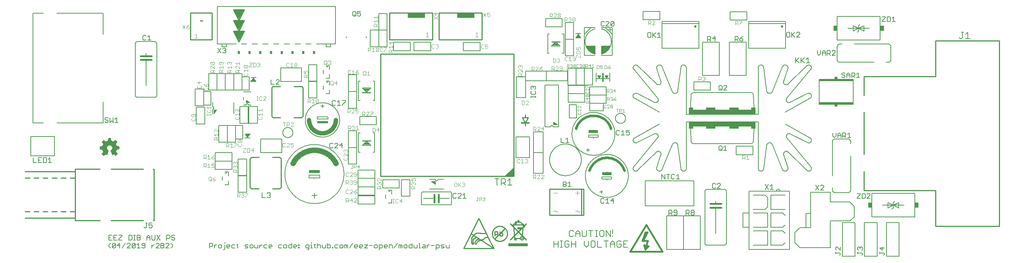
<source format=gto>
G75*
%MOIN*%
%OFA0B0*%
%FSLAX25Y25*%
%IPPOS*%
%LPD*%
%AMOC8*
5,1,8,0,0,1.08239X$1,22.5*
%
%ADD10R,0.01485X0.00015*%
%ADD11R,0.00045X0.00015*%
%ADD12R,0.00105X0.00015*%
%ADD13R,0.00165X0.00015*%
%ADD14R,0.00225X0.00015*%
%ADD15R,0.00285X0.00015*%
%ADD16R,0.00345X0.00015*%
%ADD17R,0.00405X0.00015*%
%ADD18R,0.00435X0.00015*%
%ADD19R,0.00465X0.00015*%
%ADD20R,0.00495X0.00015*%
%ADD21R,0.00540X0.00015*%
%ADD22R,0.00585X0.00015*%
%ADD23R,0.00645X0.00015*%
%ADD24R,0.00150X0.00015*%
%ADD25R,0.00675X0.00015*%
%ADD26R,0.00195X0.00015*%
%ADD27R,0.00705X0.00015*%
%ADD28R,0.00240X0.00015*%
%ADD29R,0.00735X0.00015*%
%ADD30R,0.00270X0.00015*%
%ADD31R,0.00765X0.00015*%
%ADD32R,0.00300X0.00015*%
%ADD33R,0.00810X0.00015*%
%ADD34R,0.00360X0.00015*%
%ADD35R,0.00855X0.00015*%
%ADD36R,0.00435X0.00015*%
%ADD37R,0.00915X0.00015*%
%ADD38R,0.00465X0.00015*%
%ADD39R,0.00945X0.00015*%
%ADD40R,0.00960X0.00015*%
%ADD41R,0.00525X0.00015*%
%ADD42R,0.00990X0.00015*%
%ADD43R,0.00555X0.00015*%
%ADD44R,0.01035X0.00015*%
%ADD45R,0.00600X0.00015*%
%ADD46R,0.01080X0.00015*%
%ADD47R,0.01125X0.00015*%
%ADD48R,0.01170X0.00015*%
%ADD49R,0.00720X0.00015*%
%ADD50R,0.01200X0.00015*%
%ADD51R,0.00750X0.00015*%
%ADD52R,0.01230X0.00015*%
%ADD53R,0.00780X0.00015*%
%ADD54R,0.01260X0.00015*%
%ADD55R,0.00810X0.00015*%
%ADD56R,0.01305X0.00015*%
%ADD57R,0.01365X0.00015*%
%ADD58R,0.00900X0.00015*%
%ADD59R,0.01395X0.00015*%
%ADD60R,0.01440X0.00015*%
%ADD61R,0.01470X0.00015*%
%ADD62R,0.01005X0.00015*%
%ADD63R,0.01500X0.00015*%
%ADD64R,0.01020X0.00015*%
%ADD65R,0.01530X0.00015*%
%ADD66R,0.01065X0.00015*%
%ADD67R,0.01575X0.00015*%
%ADD68R,0.01095X0.00015*%
%ADD69R,0.01635X0.00015*%
%ADD70R,0.01155X0.00015*%
%ADD71R,0.01680X0.00015*%
%ADD72R,0.01200X0.00015*%
%ADD73R,0.01710X0.00015*%
%ADD74R,0.01230X0.00015*%
%ADD75R,0.01725X0.00015*%
%ADD76R,0.01245X0.00015*%
%ADD77R,0.01755X0.00015*%
%ADD78R,0.01275X0.00015*%
%ADD79R,0.01800X0.00015*%
%ADD80R,0.01320X0.00015*%
%ADD81R,0.01860X0.00015*%
%ADD82R,0.01905X0.00015*%
%ADD83R,0.01410X0.00015*%
%ADD84R,0.01935X0.00015*%
%ADD85R,0.01455X0.00015*%
%ADD86R,0.01965X0.00015*%
%ADD87R,0.01485X0.00015*%
%ADD88R,0.01995X0.00015*%
%ADD89R,0.01515X0.00015*%
%ADD90R,0.02040X0.00015*%
%ADD91R,0.01530X0.00015*%
%ADD92R,0.02070X0.00015*%
%ADD93R,0.01575X0.00015*%
%ADD94R,0.02115X0.00015*%
%ADD95R,0.01620X0.00015*%
%ADD96R,0.02160X0.00015*%
%ADD97R,0.01665X0.00015*%
%ADD98R,0.02190X0.00015*%
%ADD99R,0.00075X0.00015*%
%ADD100R,0.01695X0.00015*%
%ADD101R,0.02220X0.00015*%
%ADD102R,0.00105X0.00015*%
%ADD103R,0.02235X0.00015*%
%ADD104R,0.00135X0.00015*%
%ADD105R,0.01755X0.00015*%
%ADD106R,0.02280X0.00015*%
%ADD107R,0.00180X0.00015*%
%ADD108R,0.01785X0.00015*%
%ADD109R,0.02340X0.00015*%
%ADD110R,0.00240X0.00015*%
%ADD111R,0.01830X0.00015*%
%ADD112R,0.02385X0.00015*%
%ADD113R,0.01890X0.00015*%
%ADD114R,0.02415X0.00015*%
%ADD115R,0.00330X0.00015*%
%ADD116R,0.00120X0.00015*%
%ADD117R,0.01920X0.00015*%
%ADD118R,0.02430X0.00015*%
%ADD119R,0.00375X0.00015*%
%ADD120R,0.02460X0.00015*%
%ADD121R,0.00405X0.00015*%
%ADD122R,0.00195X0.00015*%
%ADD123R,0.01965X0.00015*%
%ADD124R,0.02505X0.00015*%
%ADD125R,0.00210X0.00015*%
%ADD126R,0.02010X0.00015*%
%ADD127R,0.02535X0.00015*%
%ADD128R,0.00480X0.00015*%
%ADD129R,0.02580X0.00015*%
%ADD130R,0.00540X0.00015*%
%ADD131R,0.02085X0.00015*%
%ADD132R,0.02625X0.00015*%
%ADD133R,0.02130X0.00015*%
%ADD134R,0.02670X0.00015*%
%ADD135R,0.00630X0.00015*%
%ADD136R,0.02700X0.00015*%
%ADD137R,0.00660X0.00015*%
%ADD138R,0.00450X0.00015*%
%ADD139R,0.02190X0.00015*%
%ADD140R,0.02715X0.00015*%
%ADD141R,0.02205X0.00015*%
%ADD142R,0.02745X0.00015*%
%ADD143R,0.00510X0.00015*%
%ADD144R,0.02235X0.00015*%
%ADD145R,0.02775X0.00015*%
%ADD146R,0.02820X0.00015*%
%ADD147R,0.02310X0.00015*%
%ADD148R,0.02880X0.00015*%
%ADD149R,0.00855X0.00015*%
%ADD150R,0.02355X0.00015*%
%ADD151R,0.02895X0.00015*%
%ADD152R,0.00870X0.00015*%
%ADD153R,0.00660X0.00015*%
%ADD154R,0.02925X0.00015*%
%ADD155R,0.00690X0.00015*%
%ADD156R,0.02970X0.00015*%
%ADD157R,0.03000X0.00015*%
%ADD158R,0.00750X0.00015*%
%ADD159R,0.03045X0.00015*%
%ADD160R,0.01005X0.00015*%
%ADD161R,0.00780X0.00015*%
%ADD162R,0.02505X0.00015*%
%ADD163R,0.03090X0.00015*%
%ADD164R,0.01050X0.00015*%
%ADD165R,0.00825X0.00015*%
%ADD166R,0.02550X0.00015*%
%ADD167R,0.03135X0.00015*%
%ADD168R,0.01095X0.00015*%
%ADD169R,0.00870X0.00015*%
%ADD170R,0.03165X0.00015*%
%ADD171R,0.01125X0.00015*%
%ADD172R,0.02625X0.00015*%
%ADD173R,0.03195X0.00015*%
%ADD174R,0.01140X0.00015*%
%ADD175R,0.00930X0.00015*%
%ADD176R,0.02655X0.00015*%
%ADD177R,0.03210X0.00015*%
%ADD178R,0.00960X0.00015*%
%ADD179R,0.03240X0.00015*%
%ADD180R,0.02700X0.00015*%
%ADD181R,0.03285X0.00015*%
%ADD182R,0.01245X0.00015*%
%ADD183R,0.02745X0.00015*%
%ADD184R,0.03330X0.00015*%
%ADD185R,0.02790X0.00015*%
%ADD186R,0.03360X0.00015*%
%ADD187R,0.01110X0.00015*%
%ADD188R,0.02835X0.00015*%
%ADD189R,0.03390X0.00015*%
%ADD190R,0.01335X0.00015*%
%ADD191R,0.01140X0.00015*%
%ADD192R,0.02865X0.00015*%
%ADD193R,0.03420X0.00015*%
%ADD194R,0.01155X0.00015*%
%ADD195R,0.04905X0.00015*%
%ADD196R,0.04920X0.00015*%
%ADD197R,0.02940X0.00015*%
%ADD198R,0.04950X0.00015*%
%ADD199R,0.02985X0.00015*%
%ADD200R,0.04965X0.00015*%
%ADD201R,0.01275X0.00015*%
%ADD202R,0.03015X0.00015*%
%ADD203R,0.04980X0.00015*%
%ADD204R,0.03045X0.00015*%
%ADD205R,0.05010X0.00015*%
%ADD206R,0.01335X0.00015*%
%ADD207R,0.03075X0.00015*%
%ADD208R,0.01350X0.00015*%
%ADD209R,0.03105X0.00015*%
%ADD210R,0.05040X0.00015*%
%ADD211R,0.01380X0.00015*%
%ADD212R,0.05040X0.00015*%
%ADD213R,0.01410X0.00015*%
%ADD214R,0.03180X0.00015*%
%ADD215R,0.05070X0.00015*%
%ADD216R,0.03225X0.00015*%
%ADD217R,0.03255X0.00015*%
%ADD218R,0.05085X0.00015*%
%ADD219R,0.01515X0.00015*%
%ADD220R,0.03300X0.00015*%
%ADD221R,0.05100X0.00015*%
%ADD222R,0.04935X0.00015*%
%ADD223R,0.05115X0.00015*%
%ADD224R,0.04995X0.00015*%
%ADD225R,0.05130X0.00015*%
%ADD226R,0.05010X0.00015*%
%ADD227R,0.05130X0.00015*%
%ADD228R,0.05010X0.00015*%
%ADD229R,0.05025X0.00015*%
%ADD230R,0.05040X0.00015*%
%ADD231R,0.05055X0.00015*%
%ADD232R,0.05130X0.00015*%
%ADD233R,0.05085X0.00015*%
%ADD234R,0.05115X0.00015*%
%ADD235R,0.05145X0.00015*%
%ADD236R,0.05160X0.00015*%
%ADD237R,0.05130X0.00015*%
%ADD238R,0.05190X0.00015*%
%ADD239R,0.05190X0.00015*%
%ADD240R,0.05205X0.00015*%
%ADD241R,0.05220X0.00015*%
%ADD242R,0.05070X0.00015*%
%ADD243R,0.05085X0.00015*%
%ADD244R,0.05205X0.00015*%
%ADD245R,0.05220X0.00015*%
%ADD246R,0.05055X0.00015*%
%ADD247R,0.05025X0.00015*%
%ADD248R,0.05205X0.00015*%
%ADD249R,0.05025X0.00015*%
%ADD250R,0.05190X0.00015*%
%ADD251R,0.05190X0.00015*%
%ADD252R,0.04995X0.00015*%
%ADD253R,0.05175X0.00015*%
%ADD254R,0.04950X0.00015*%
%ADD255R,0.05145X0.00015*%
%ADD256R,0.05145X0.00015*%
%ADD257R,0.04920X0.00015*%
%ADD258R,0.04905X0.00015*%
%ADD259R,0.04905X0.00015*%
%ADD260R,0.05115X0.00015*%
%ADD261R,0.04890X0.00015*%
%ADD262R,0.04890X0.00015*%
%ADD263R,0.04875X0.00015*%
%ADD264R,0.04845X0.00015*%
%ADD265R,0.04830X0.00015*%
%ADD266R,0.04830X0.00015*%
%ADD267R,0.05070X0.00015*%
%ADD268R,0.04830X0.00015*%
%ADD269R,0.04815X0.00015*%
%ADD270R,0.04800X0.00015*%
%ADD271R,0.04800X0.00015*%
%ADD272R,0.05010X0.00015*%
%ADD273R,0.04785X0.00015*%
%ADD274R,0.04770X0.00015*%
%ADD275R,0.04770X0.00015*%
%ADD276R,0.04755X0.00015*%
%ADD277R,0.04740X0.00015*%
%ADD278R,0.04725X0.00015*%
%ADD279R,0.04725X0.00015*%
%ADD280R,0.04980X0.00015*%
%ADD281R,0.04710X0.00015*%
%ADD282R,0.04725X0.00015*%
%ADD283R,0.04710X0.00015*%
%ADD284R,0.04695X0.00015*%
%ADD285R,0.04680X0.00015*%
%ADD286R,0.04695X0.00015*%
%ADD287R,0.04680X0.00015*%
%ADD288R,0.04905X0.00015*%
%ADD289R,0.04665X0.00015*%
%ADD290R,0.04650X0.00015*%
%ADD291R,0.04635X0.00015*%
%ADD292R,0.04620X0.00015*%
%ADD293R,0.04620X0.00015*%
%ADD294R,0.04890X0.00015*%
%ADD295R,0.04605X0.00015*%
%ADD296R,0.04605X0.00015*%
%ADD297R,0.04590X0.00015*%
%ADD298R,0.04845X0.00015*%
%ADD299R,0.04575X0.00015*%
%ADD300R,0.04590X0.00015*%
%ADD301R,0.04575X0.00015*%
%ADD302R,0.04845X0.00015*%
%ADD303R,0.04560X0.00015*%
%ADD304R,0.04545X0.00015*%
%ADD305R,0.04530X0.00015*%
%ADD306R,0.04515X0.00015*%
%ADD307R,0.04530X0.00015*%
%ADD308R,0.04500X0.00015*%
%ADD309R,0.04515X0.00015*%
%ADD310R,0.04785X0.00015*%
%ADD311R,0.04485X0.00015*%
%ADD312R,0.04755X0.00015*%
%ADD313R,0.04470X0.00015*%
%ADD314R,0.04740X0.00015*%
%ADD315R,0.04485X0.00015*%
%ADD316R,0.04755X0.00015*%
%ADD317R,0.04545X0.00015*%
%ADD318R,0.04695X0.00015*%
%ADD319R,0.04680X0.00015*%
%ADD320R,0.04665X0.00015*%
%ADD321R,0.04725X0.00015*%
%ADD322R,0.04680X0.00015*%
%ADD323R,0.04860X0.00015*%
%ADD324R,0.04740X0.00015*%
%ADD325R,0.04875X0.00015*%
%ADD326R,0.04965X0.00015*%
%ADD327R,0.04860X0.00015*%
%ADD328R,0.04995X0.00015*%
%ADD329R,0.04875X0.00015*%
%ADD330R,0.04980X0.00015*%
%ADD331R,0.05235X0.00015*%
%ADD332R,0.05235X0.00015*%
%ADD333R,0.05250X0.00015*%
%ADD334R,0.05280X0.00015*%
%ADD335R,0.05295X0.00015*%
%ADD336R,0.05325X0.00015*%
%ADD337R,0.05340X0.00015*%
%ADD338R,0.05235X0.00015*%
%ADD339R,0.05355X0.00015*%
%ADD340R,0.05370X0.00015*%
%ADD341R,0.05265X0.00015*%
%ADD342R,0.05370X0.00015*%
%ADD343R,0.05280X0.00015*%
%ADD344R,0.05385X0.00015*%
%ADD345R,0.05295X0.00015*%
%ADD346R,0.05400X0.00015*%
%ADD347R,0.05415X0.00015*%
%ADD348R,0.05310X0.00015*%
%ADD349R,0.05430X0.00015*%
%ADD350R,0.05445X0.00015*%
%ADD351R,0.05460X0.00015*%
%ADD352R,0.05355X0.00015*%
%ADD353R,0.05475X0.00015*%
%ADD354R,0.05505X0.00015*%
%ADD355R,0.05520X0.00015*%
%ADD356R,0.05535X0.00015*%
%ADD357R,0.05550X0.00015*%
%ADD358R,0.05550X0.00015*%
%ADD359R,0.05475X0.00015*%
%ADD360R,0.05490X0.00015*%
%ADD361R,0.05475X0.00015*%
%ADD362R,0.05385X0.00015*%
%ADD363R,0.05370X0.00015*%
%ADD364R,0.05325X0.00015*%
%ADD365R,0.05310X0.00015*%
%ADD366R,0.05265X0.00015*%
%ADD367R,0.05175X0.00015*%
%ADD368R,0.04980X0.00015*%
%ADD369R,0.04965X0.00015*%
%ADD370R,0.04860X0.00015*%
%ADD371R,0.04845X0.00015*%
%ADD372R,0.04815X0.00015*%
%ADD373R,0.04770X0.00015*%
%ADD374R,0.05295X0.00015*%
%ADD375R,0.04635X0.00015*%
%ADD376R,0.05610X0.00015*%
%ADD377R,0.05700X0.00015*%
%ADD378R,0.05760X0.00015*%
%ADD379R,0.05805X0.00015*%
%ADD380R,0.05850X0.00015*%
%ADD381R,0.05895X0.00015*%
%ADD382R,0.06000X0.00015*%
%ADD383R,0.06135X0.00015*%
%ADD384R,0.06225X0.00015*%
%ADD385R,0.06300X0.00015*%
%ADD386R,0.06330X0.00015*%
%ADD387R,0.06375X0.00015*%
%ADD388R,0.06450X0.00015*%
%ADD389R,0.06570X0.00015*%
%ADD390R,0.05565X0.00015*%
%ADD391R,0.06690X0.00015*%
%ADD392R,0.06735X0.00015*%
%ADD393R,0.05790X0.00015*%
%ADD394R,0.06765X0.00015*%
%ADD395R,0.05850X0.00015*%
%ADD396R,0.06780X0.00015*%
%ADD397R,0.05895X0.00015*%
%ADD398R,0.06795X0.00015*%
%ADD399R,0.05955X0.00015*%
%ADD400R,0.06810X0.00015*%
%ADD401R,0.06060X0.00015*%
%ADD402R,0.06195X0.00015*%
%ADD403R,0.06825X0.00015*%
%ADD404R,0.06330X0.00015*%
%ADD405R,0.06840X0.00015*%
%ADD406R,0.06390X0.00015*%
%ADD407R,0.06495X0.00015*%
%ADD408R,0.06840X0.00015*%
%ADD409R,0.06555X0.00015*%
%ADD410R,0.06825X0.00015*%
%ADD411R,0.06645X0.00015*%
%ADD412R,0.06825X0.00015*%
%ADD413R,0.06705X0.00015*%
%ADD414R,0.06705X0.00015*%
%ADD415R,0.06810X0.00015*%
%ADD416R,0.06720X0.00015*%
%ADD417R,0.06795X0.00015*%
%ADD418R,0.06750X0.00015*%
%ADD419R,0.06765X0.00015*%
%ADD420R,0.06795X0.00015*%
%ADD421R,0.06780X0.00015*%
%ADD422R,0.06780X0.00015*%
%ADD423R,0.06750X0.00015*%
%ADD424R,0.06720X0.00015*%
%ADD425R,0.06720X0.00015*%
%ADD426R,0.06705X0.00015*%
%ADD427R,0.06705X0.00015*%
%ADD428R,0.06690X0.00015*%
%ADD429R,0.06675X0.00015*%
%ADD430R,0.06690X0.00015*%
%ADD431R,0.06675X0.00015*%
%ADD432R,0.06675X0.00015*%
%ADD433R,0.06660X0.00015*%
%ADD434R,0.06675X0.00015*%
%ADD435R,0.06660X0.00015*%
%ADD436R,0.06660X0.00015*%
%ADD437R,0.06645X0.00015*%
%ADD438R,0.06630X0.00015*%
%ADD439R,0.06660X0.00015*%
%ADD440R,0.06630X0.00015*%
%ADD441R,0.06645X0.00015*%
%ADD442R,0.06735X0.00015*%
%ADD443R,0.06765X0.00015*%
%ADD444R,0.06780X0.00015*%
%ADD445R,0.06825X0.00015*%
%ADD446R,0.06855X0.00015*%
%ADD447R,0.06855X0.00015*%
%ADD448R,0.06870X0.00015*%
%ADD449R,0.06885X0.00015*%
%ADD450R,0.06525X0.00015*%
%ADD451R,0.06405X0.00015*%
%ADD452R,0.06255X0.00015*%
%ADD453R,0.06165X0.00015*%
%ADD454R,0.06870X0.00015*%
%ADD455R,0.06120X0.00015*%
%ADD456R,0.06885X0.00015*%
%ADD457R,0.06060X0.00015*%
%ADD458R,0.06015X0.00015*%
%ADD459R,0.05910X0.00015*%
%ADD460R,0.05670X0.00015*%
%ADD461R,0.05595X0.00015*%
%ADD462R,0.06585X0.00015*%
%ADD463R,0.05160X0.00015*%
%ADD464R,0.06390X0.00015*%
%ADD465R,0.05025X0.00015*%
%ADD466R,0.06330X0.00015*%
%ADD467R,0.06075X0.00015*%
%ADD468R,0.05820X0.00015*%
%ADD469R,0.05775X0.00015*%
%ADD470R,0.05685X0.00015*%
%ADD471R,0.05460X0.00015*%
%ADD472R,0.04860X0.00015*%
%ADD473R,0.04935X0.00015*%
%ADD474R,0.05160X0.00015*%
%ADD475R,0.05325X0.00015*%
%ADD476R,0.05340X0.00015*%
%ADD477R,0.05355X0.00015*%
%ADD478R,0.05430X0.00015*%
%ADD479R,0.05535X0.00015*%
%ADD480R,0.05595X0.00015*%
%ADD481R,0.05640X0.00015*%
%ADD482R,0.05640X0.00015*%
%ADD483R,0.05670X0.00015*%
%ADD484R,0.05685X0.00015*%
%ADD485R,0.05700X0.00015*%
%ADD486R,0.05715X0.00015*%
%ADD487R,0.05715X0.00015*%
%ADD488R,0.05730X0.00015*%
%ADD489R,0.05745X0.00015*%
%ADD490R,0.05760X0.00015*%
%ADD491R,0.06000X0.00015*%
%ADD492R,0.06105X0.00015*%
%ADD493R,0.06180X0.00015*%
%ADD494R,0.06210X0.00015*%
%ADD495R,0.12690X0.00015*%
%ADD496R,0.12675X0.00015*%
%ADD497R,0.12660X0.00015*%
%ADD498R,0.12660X0.00015*%
%ADD499R,0.12645X0.00015*%
%ADD500R,0.12615X0.00015*%
%ADD501R,0.12600X0.00015*%
%ADD502R,0.12585X0.00015*%
%ADD503R,0.12555X0.00015*%
%ADD504R,0.12540X0.00015*%
%ADD505R,0.12525X0.00015*%
%ADD506R,0.12510X0.00015*%
%ADD507R,0.12510X0.00015*%
%ADD508R,0.12480X0.00015*%
%ADD509R,0.12450X0.00015*%
%ADD510R,0.12435X0.00015*%
%ADD511R,0.12420X0.00015*%
%ADD512R,0.12390X0.00015*%
%ADD513R,0.12375X0.00015*%
%ADD514R,0.12360X0.00015*%
%ADD515R,0.12330X0.00015*%
%ADD516R,0.12300X0.00015*%
%ADD517R,0.12285X0.00015*%
%ADD518R,0.12270X0.00015*%
%ADD519R,0.12255X0.00015*%
%ADD520R,0.12240X0.00015*%
%ADD521R,0.12225X0.00015*%
%ADD522R,0.12195X0.00015*%
%ADD523R,0.12165X0.00015*%
%ADD524R,0.12150X0.00015*%
%ADD525R,0.12135X0.00015*%
%ADD526R,0.12120X0.00015*%
%ADD527R,0.12090X0.00015*%
%ADD528R,0.12075X0.00015*%
%ADD529R,0.12060X0.00015*%
%ADD530R,0.12045X0.00015*%
%ADD531R,0.12015X0.00015*%
%ADD532R,0.12000X0.00015*%
%ADD533R,0.11985X0.00015*%
%ADD534R,0.11955X0.00015*%
%ADD535R,0.11940X0.00015*%
%ADD536R,0.11925X0.00015*%
%ADD537R,0.11910X0.00015*%
%ADD538R,0.11910X0.00015*%
%ADD539R,0.11880X0.00015*%
%ADD540R,0.11850X0.00015*%
%ADD541R,0.11835X0.00015*%
%ADD542R,0.11805X0.00015*%
%ADD543R,0.11775X0.00015*%
%ADD544R,0.11760X0.00015*%
%ADD545R,0.11745X0.00015*%
%ADD546R,0.11730X0.00015*%
%ADD547R,0.11700X0.00015*%
%ADD548R,0.11700X0.00015*%
%ADD549R,0.11685X0.00015*%
%ADD550R,0.11655X0.00015*%
%ADD551R,0.11640X0.00015*%
%ADD552R,0.11625X0.00015*%
%ADD553R,0.11625X0.00015*%
%ADD554R,0.11670X0.00015*%
%ADD555R,0.11715X0.00015*%
%ADD556R,0.11790X0.00015*%
%ADD557R,0.11820X0.00015*%
%ADD558R,0.11820X0.00015*%
%ADD559R,0.11880X0.00015*%
%ADD560R,0.11895X0.00015*%
%ADD561R,0.11970X0.00015*%
%ADD562R,0.12045X0.00015*%
%ADD563R,0.12075X0.00015*%
%ADD564R,0.12105X0.00015*%
%ADD565R,0.12135X0.00015*%
%ADD566R,0.12165X0.00015*%
%ADD567R,0.12180X0.00015*%
%ADD568R,0.12195X0.00015*%
%ADD569R,0.12210X0.00015*%
%ADD570R,0.12225X0.00015*%
%ADD571R,0.12255X0.00015*%
%ADD572R,0.12360X0.00015*%
%ADD573R,0.12390X0.00015*%
%ADD574R,0.12405X0.00015*%
%ADD575R,0.12435X0.00015*%
%ADD576R,0.12480X0.00015*%
%ADD577R,0.12480X0.00015*%
%ADD578R,0.12510X0.00015*%
%ADD579R,0.12570X0.00015*%
%ADD580R,0.12630X0.00015*%
%ADD581R,0.12675X0.00015*%
%ADD582R,0.12705X0.00015*%
%ADD583R,0.12735X0.00015*%
%ADD584R,0.12750X0.00015*%
%ADD585R,0.12780X0.00015*%
%ADD586R,0.12795X0.00015*%
%ADD587R,0.12810X0.00015*%
%ADD588R,0.12840X0.00015*%
%ADD589R,0.12855X0.00015*%
%ADD590R,0.12885X0.00015*%
%ADD591R,0.12900X0.00015*%
%ADD592R,0.12915X0.00015*%
%ADD593R,0.12945X0.00015*%
%ADD594R,0.12960X0.00015*%
%ADD595R,0.12990X0.00015*%
%ADD596R,0.13005X0.00015*%
%ADD597R,0.13020X0.00015*%
%ADD598R,0.13035X0.00015*%
%ADD599R,0.13065X0.00015*%
%ADD600R,0.13080X0.00015*%
%ADD601R,0.13110X0.00015*%
%ADD602R,0.13125X0.00015*%
%ADD603R,0.13155X0.00015*%
%ADD604R,0.13170X0.00015*%
%ADD605R,0.13200X0.00015*%
%ADD606R,0.13230X0.00015*%
%ADD607R,0.13260X0.00015*%
%ADD608R,0.13290X0.00015*%
%ADD609R,0.13320X0.00015*%
%ADD610R,0.13350X0.00015*%
%ADD611R,0.13365X0.00015*%
%ADD612R,0.13395X0.00015*%
%ADD613R,0.13425X0.00015*%
%ADD614R,0.13455X0.00015*%
%ADD615R,0.13470X0.00015*%
%ADD616R,0.13500X0.00015*%
%ADD617R,0.13530X0.00015*%
%ADD618R,0.13560X0.00015*%
%ADD619R,0.13575X0.00015*%
%ADD620R,0.13605X0.00015*%
%ADD621R,0.13635X0.00015*%
%ADD622R,0.13650X0.00015*%
%ADD623R,0.13680X0.00015*%
%ADD624R,0.13695X0.00015*%
%ADD625R,0.13725X0.00015*%
%ADD626R,0.13740X0.00015*%
%ADD627R,0.13770X0.00015*%
%ADD628R,0.13785X0.00015*%
%ADD629R,0.13800X0.00015*%
%ADD630R,0.13830X0.00015*%
%ADD631R,0.13860X0.00015*%
%ADD632R,0.13875X0.00015*%
%ADD633R,0.13905X0.00015*%
%ADD634R,0.13935X0.00015*%
%ADD635R,0.13950X0.00015*%
%ADD636R,0.13980X0.00015*%
%ADD637R,0.14010X0.00015*%
%ADD638R,0.14025X0.00015*%
%ADD639R,0.14055X0.00015*%
%ADD640R,0.14070X0.00015*%
%ADD641R,0.14085X0.00015*%
%ADD642R,0.14115X0.00015*%
%ADD643R,0.14145X0.00015*%
%ADD644R,0.14160X0.00015*%
%ADD645R,0.14190X0.00015*%
%ADD646R,0.14205X0.00015*%
%ADD647R,0.14220X0.00015*%
%ADD648R,0.14235X0.00015*%
%ADD649R,0.14265X0.00015*%
%ADD650R,0.14280X0.00015*%
%ADD651R,0.14295X0.00015*%
%ADD652R,0.14295X0.00015*%
%ADD653R,0.14250X0.00015*%
%ADD654R,0.14205X0.00015*%
%ADD655R,0.14175X0.00015*%
%ADD656R,0.14160X0.00015*%
%ADD657R,0.14130X0.00015*%
%ADD658R,0.14100X0.00015*%
%ADD659R,0.14040X0.00015*%
%ADD660R,0.14010X0.00015*%
%ADD661R,0.03465X0.00015*%
%ADD662R,0.10440X0.00015*%
%ADD663R,0.03420X0.00015*%
%ADD664R,0.10395X0.00015*%
%ADD665R,0.03375X0.00015*%
%ADD666R,0.10335X0.00015*%
%ADD667R,0.03570X0.00015*%
%ADD668R,0.06600X0.00015*%
%ADD669R,0.03525X0.00015*%
%ADD670R,0.03270X0.00015*%
%ADD671R,0.03495X0.00015*%
%ADD672R,0.03210X0.00015*%
%ADD673R,0.06480X0.00015*%
%ADD674R,0.03435X0.00015*%
%ADD675R,0.03165X0.00015*%
%ADD676R,0.03390X0.00015*%
%ADD677R,0.03120X0.00015*%
%ADD678R,0.06315X0.00015*%
%ADD679R,0.03345X0.00015*%
%ADD680R,0.03090X0.00015*%
%ADD681R,0.03075X0.00015*%
%ADD682R,0.06225X0.00015*%
%ADD683R,0.03270X0.00015*%
%ADD684R,0.06180X0.00015*%
%ADD685R,0.02970X0.00015*%
%ADD686R,0.06075X0.00015*%
%ADD687R,0.03195X0.00015*%
%ADD688R,0.02925X0.00015*%
%ADD689R,0.05985X0.00015*%
%ADD690R,0.03135X0.00015*%
%ADD691R,0.02850X0.00015*%
%ADD692R,0.05835X0.00015*%
%ADD693R,0.03030X0.00015*%
%ADD694R,0.02805X0.00015*%
%ADD695R,0.02730X0.00015*%
%ADD696R,0.05625X0.00015*%
%ADD697R,0.02925X0.00015*%
%ADD698R,0.02640X0.00015*%
%ADD699R,0.02595X0.00015*%
%ADD700R,0.02565X0.00015*%
%ADD701R,0.02760X0.00015*%
%ADD702R,0.02520X0.00015*%
%ADD703R,0.02730X0.00015*%
%ADD704R,0.02475X0.00015*%
%ADD705R,0.02685X0.00015*%
%ADD706R,0.02445X0.00015*%
%ADD707R,0.02400X0.00015*%
%ADD708R,0.02370X0.00015*%
%ADD709R,0.02565X0.00015*%
%ADD710R,0.02340X0.00015*%
%ADD711R,0.02325X0.00015*%
%ADD712R,0.02505X0.00015*%
%ADD713R,0.02280X0.00015*%
%ADD714R,0.02460X0.00015*%
%ADD715R,0.04560X0.00015*%
%ADD716R,0.02190X0.00015*%
%ADD717R,0.04440X0.00015*%
%ADD718R,0.02370X0.00015*%
%ADD719R,0.02145X0.00015*%
%ADD720R,0.04365X0.00015*%
%ADD721R,0.04320X0.00015*%
%ADD722R,0.02310X0.00015*%
%ADD723R,0.02100X0.00015*%
%ADD724R,0.04260X0.00015*%
%ADD725R,0.04200X0.00015*%
%ADD726R,0.02265X0.00015*%
%ADD727R,0.02040X0.00015*%
%ADD728R,0.04095X0.00015*%
%ADD729R,0.02220X0.00015*%
%ADD730R,0.03915X0.00015*%
%ADD731R,0.02175X0.00015*%
%ADD732R,0.03765X0.00015*%
%ADD733R,0.03675X0.00015*%
%ADD734R,0.01890X0.00015*%
%ADD735R,0.03615X0.00015*%
%ADD736R,0.02055X0.00015*%
%ADD737R,0.01860X0.00015*%
%ADD738R,0.03555X0.00015*%
%ADD739R,0.01815X0.00015*%
%ADD740R,0.03450X0.00015*%
%ADD741R,0.01725X0.00015*%
%ADD742R,0.03315X0.00015*%
%ADD743R,0.01905X0.00015*%
%ADD744R,0.01680X0.00015*%
%ADD745R,0.01650X0.00015*%
%ADD746R,0.01620X0.00015*%
%ADD747R,0.01590X0.00015*%
%ADD748R,0.01770X0.00015*%
%ADD749R,0.01560X0.00015*%
%ADD750R,0.03240X0.00015*%
%ADD751R,0.01740X0.00015*%
%ADD752R,0.01665X0.00015*%
%ADD753R,0.01455X0.00015*%
%ADD754R,0.01635X0.00015*%
%ADD755R,0.01410X0.00015*%
%ADD756R,0.01395X0.00015*%
%ADD757R,0.01365X0.00015*%
%ADD758R,0.01335X0.00015*%
%ADD759R,0.01290X0.00015*%
%ADD760R,0.03210X0.00015*%
%ADD761R,0.01455X0.00015*%
%ADD762R,0.01185X0.00015*%
%ADD763R,0.01290X0.00015*%
%ADD764R,0.01110X0.00015*%
%ADD765R,0.01260X0.00015*%
%ADD766R,0.03180X0.00015*%
%ADD767R,0.00975X0.00015*%
%ADD768R,0.03150X0.00015*%
%ADD769R,0.00885X0.00015*%
%ADD770R,0.03150X0.00015*%
%ADD771R,0.01050X0.00015*%
%ADD772R,0.00795X0.00015*%
%ADD773R,0.00885X0.00015*%
%ADD774R,0.00690X0.00015*%
%ADD775R,0.00840X0.00015*%
%ADD776R,0.00570X0.00015*%
%ADD777R,0.00525X0.00015*%
%ADD778R,0.03105X0.00015*%
%ADD779R,0.00660X0.00015*%
%ADD780R,0.00615X0.00015*%
%ADD781R,0.00420X0.00015*%
%ADD782R,0.00555X0.00015*%
%ADD783R,0.00390X0.00015*%
%ADD784R,0.00525X0.00015*%
%ADD785R,0.00360X0.00015*%
%ADD786R,0.00495X0.00015*%
%ADD787R,0.03075X0.00015*%
%ADD788R,0.00450X0.00015*%
%ADD789R,0.00225X0.00015*%
%ADD790R,0.00345X0.00015*%
%ADD791R,0.00255X0.00015*%
%ADD792R,0.03060X0.00015*%
%ADD793R,0.00180X0.00015*%
%ADD794R,0.00075X0.00015*%
%ADD795R,0.03000X0.00015*%
%ADD796R,0.02955X0.00015*%
%ADD797R,0.02940X0.00015*%
%ADD798R,0.02940X0.00015*%
%ADD799R,0.02910X0.00015*%
%ADD800R,0.02910X0.00015*%
%ADD801R,0.02865X0.00015*%
%ADD802R,0.02805X0.00015*%
%ADD803R,0.02775X0.00015*%
%ADD804R,0.02760X0.00015*%
%ADD805R,0.02655X0.00015*%
%ADD806R,0.02640X0.00015*%
%ADD807R,0.02610X0.00015*%
%ADD808R,0.02595X0.00015*%
%ADD809R,0.02535X0.00015*%
%ADD810R,0.02475X0.00015*%
%ADD811R,0.02175X0.00015*%
%ADD812R,0.01575X0.00015*%
%ADD813C,0.00500*%
%ADD814C,0.01600*%
%ADD815C,0.00700*%
%ADD816C,0.01000*%
%ADD817C,0.00600*%
%ADD818R,0.03500X0.05000*%
%ADD819R,0.31496X0.01969*%
%ADD820R,0.03000X0.02250*%
%ADD821C,0.00400*%
%ADD822C,0.02174*%
%ADD823R,0.09000X0.02500*%
%ADD824C,0.02400*%
%ADD825R,0.62000X0.04000*%
%ADD826R,0.04000X0.02000*%
%ADD827R,0.08500X0.02000*%
%ADD828C,0.00300*%
%ADD829R,0.16000X0.04000*%
%ADD830R,0.09000X0.02000*%
%ADD831R,0.07000X0.02000*%
%ADD832R,0.05000X0.02000*%
%ADD833R,0.03000X0.02000*%
%ADD834R,0.01000X0.01000*%
%ADD835R,0.02000X0.03000*%
%ADD836C,0.00800*%
%ADD837R,0.08268X0.01181*%
%ADD838R,0.05512X0.00787*%
%ADD839R,0.10000X0.02500*%
%ADD840C,0.05000*%
%ADD841R,0.10000X0.02000*%
%ADD842C,0.04000*%
%ADD843R,0.18000X0.03000*%
D10*
X0135319Y0139311D03*
D11*
X0132429Y0133602D03*
X0140634Y0134472D03*
X0143814Y0133767D03*
D12*
X0132429Y0133617D03*
D13*
X0132429Y0133631D03*
D14*
X0132429Y0133646D03*
D15*
X0132429Y0133661D03*
X0132519Y0148046D03*
D16*
X0132429Y0133676D03*
X0140679Y0134561D03*
D17*
X0140694Y0134576D03*
X0132429Y0133691D03*
D18*
X0132429Y0133706D03*
D19*
X0132429Y0133722D03*
D20*
X0132429Y0133737D03*
X0143814Y0133902D03*
D21*
X0132436Y0133752D03*
D22*
X0132444Y0133767D03*
X0135459Y0134576D03*
X0140769Y0134667D03*
D23*
X0140784Y0134681D03*
X0143799Y0133961D03*
X0132444Y0133781D03*
D24*
X0140626Y0134502D03*
X0143821Y0133781D03*
D25*
X0143799Y0133976D03*
X0135429Y0134622D03*
X0132444Y0133796D03*
D26*
X0143814Y0133796D03*
D27*
X0140814Y0134726D03*
X0135414Y0134637D03*
X0132444Y0133811D03*
D28*
X0143822Y0133811D03*
D29*
X0132444Y0133826D03*
D30*
X0140657Y0134546D03*
X0143822Y0133826D03*
D31*
X0135399Y0134652D03*
X0132444Y0133841D03*
D32*
X0135557Y0134472D03*
X0143822Y0133841D03*
X0143446Y0148091D03*
D33*
X0132451Y0133856D03*
D34*
X0143822Y0133856D03*
D35*
X0143784Y0134052D03*
X0132459Y0133872D03*
D36*
X0135519Y0134531D03*
X0140709Y0134591D03*
X0143814Y0133872D03*
D37*
X0140874Y0134802D03*
X0135339Y0134726D03*
X0132459Y0133887D03*
X0132549Y0147791D03*
D38*
X0132534Y0147972D03*
X0143814Y0133887D03*
D39*
X0143784Y0134081D03*
X0135324Y0134741D03*
X0132459Y0133902D03*
X0143424Y0147852D03*
X0137844Y0149967D03*
D40*
X0132466Y0133917D03*
D41*
X0143814Y0133917D03*
D42*
X0143776Y0134096D03*
X0140897Y0134846D03*
X0132467Y0133931D03*
X0143417Y0147837D03*
D43*
X0143814Y0133931D03*
D44*
X0132474Y0133946D03*
D45*
X0143807Y0133946D03*
X0132542Y0147926D03*
D46*
X0143417Y0147791D03*
X0140926Y0134876D03*
X0132467Y0133961D03*
D47*
X0132474Y0133976D03*
D48*
X0132481Y0133991D03*
X0135257Y0134831D03*
X0140957Y0134937D03*
X0143401Y0147761D03*
D49*
X0143432Y0147941D03*
X0143791Y0133991D03*
D50*
X0132481Y0134006D03*
D51*
X0143791Y0134006D03*
D52*
X0132481Y0134022D03*
X0132572Y0147672D03*
X0143401Y0147746D03*
D53*
X0143432Y0147911D03*
X0143791Y0134022D03*
D54*
X0132482Y0134037D03*
D55*
X0135376Y0134667D03*
X0143791Y0134037D03*
X0143432Y0147896D03*
D56*
X0141009Y0134996D03*
X0132489Y0134052D03*
D57*
X0132489Y0134067D03*
X0135189Y0134922D03*
X0143754Y0134261D03*
D58*
X0143777Y0134067D03*
X0135346Y0134711D03*
D59*
X0132489Y0134081D03*
D60*
X0132497Y0134096D03*
D61*
X0132497Y0134111D03*
X0141047Y0135087D03*
D62*
X0143769Y0134111D03*
D63*
X0132496Y0134126D03*
X0132586Y0147567D03*
X0143386Y0147641D03*
D64*
X0143417Y0147822D03*
X0132556Y0147761D03*
X0143776Y0134126D03*
D65*
X0132497Y0134141D03*
D66*
X0143769Y0134141D03*
D67*
X0132504Y0134156D03*
D68*
X0143769Y0134156D03*
D69*
X0132504Y0134172D03*
D70*
X0143769Y0134172D03*
D71*
X0132511Y0134187D03*
D72*
X0135257Y0134846D03*
X0140972Y0134952D03*
X0143762Y0134187D03*
D73*
X0132511Y0134202D03*
D74*
X0143761Y0134202D03*
D75*
X0143724Y0134411D03*
X0132519Y0134217D03*
D76*
X0143754Y0134217D03*
D77*
X0132519Y0134231D03*
D78*
X0135219Y0134876D03*
X0143754Y0134231D03*
D79*
X0132512Y0134246D03*
X0143372Y0147522D03*
D80*
X0143402Y0147702D03*
X0143747Y0134246D03*
X0135211Y0134891D03*
D81*
X0132526Y0134261D03*
D82*
X0132534Y0134276D03*
X0132609Y0147402D03*
D83*
X0143747Y0134276D03*
D84*
X0143709Y0134502D03*
X0132534Y0134291D03*
X0132609Y0147387D03*
X0138024Y0149937D03*
D85*
X0141039Y0135072D03*
X0143739Y0134291D03*
D86*
X0132534Y0134306D03*
D87*
X0143739Y0134306D03*
D88*
X0132534Y0134322D03*
X0132609Y0147372D03*
D89*
X0143739Y0134322D03*
D90*
X0143701Y0134546D03*
X0132542Y0134337D03*
X0143357Y0147431D03*
D91*
X0143386Y0147626D03*
X0143731Y0134337D03*
D92*
X0132542Y0134352D03*
X0132616Y0147341D03*
D93*
X0143739Y0134352D03*
D94*
X0132549Y0134367D03*
D95*
X0143732Y0134367D03*
D96*
X0143686Y0134591D03*
X0132557Y0134381D03*
D97*
X0143724Y0134381D03*
D98*
X0132557Y0134396D03*
D99*
X0135609Y0134396D03*
D100*
X0143724Y0134396D03*
D101*
X0132556Y0134411D03*
D102*
X0135609Y0134411D03*
D103*
X0132564Y0134426D03*
X0132624Y0147267D03*
X0138039Y0149891D03*
D104*
X0135609Y0134426D03*
D105*
X0143724Y0134426D03*
D106*
X0143672Y0134652D03*
X0132572Y0134441D03*
D107*
X0135586Y0134441D03*
D108*
X0143724Y0134441D03*
X0132594Y0147461D03*
D109*
X0132572Y0134456D03*
D110*
X0135572Y0134456D03*
D111*
X0143716Y0134456D03*
X0143372Y0147506D03*
D112*
X0143664Y0134696D03*
X0132579Y0134472D03*
D113*
X0143717Y0134472D03*
D114*
X0143664Y0134711D03*
X0132579Y0134487D03*
X0143319Y0147267D03*
D115*
X0132527Y0148031D03*
X0135542Y0134487D03*
D116*
X0140626Y0134487D03*
X0132526Y0148076D03*
D117*
X0143717Y0134487D03*
D118*
X0143657Y0134726D03*
X0132586Y0134502D03*
X0138031Y0149817D03*
D119*
X0135534Y0134502D03*
D120*
X0132586Y0134517D03*
X0143657Y0134741D03*
D121*
X0135534Y0134517D03*
D122*
X0140634Y0134517D03*
D123*
X0143709Y0134517D03*
X0143364Y0147461D03*
D124*
X0132594Y0134531D03*
D125*
X0140641Y0134531D03*
D126*
X0143701Y0134531D03*
X0143357Y0147446D03*
D127*
X0143304Y0147222D03*
X0138024Y0149561D03*
X0138024Y0149576D03*
X0138024Y0149591D03*
X0138024Y0149622D03*
X0132594Y0134546D03*
D128*
X0135511Y0134546D03*
X0140717Y0134622D03*
X0143447Y0148031D03*
D129*
X0143297Y0147191D03*
X0138032Y0149487D03*
X0143641Y0134787D03*
X0132602Y0134561D03*
D130*
X0135482Y0134561D03*
X0140747Y0134652D03*
D131*
X0143694Y0134561D03*
X0143349Y0147402D03*
D132*
X0132609Y0134576D03*
D133*
X0143686Y0134576D03*
X0143342Y0147387D03*
X0132616Y0147311D03*
D134*
X0132677Y0147072D03*
X0138016Y0149276D03*
X0138016Y0149291D03*
X0143627Y0134831D03*
X0132616Y0134591D03*
D135*
X0135451Y0134591D03*
X0132542Y0147911D03*
D136*
X0138016Y0149156D03*
X0132616Y0134606D03*
D137*
X0135436Y0134606D03*
D138*
X0140717Y0134606D03*
D139*
X0143686Y0134606D03*
D140*
X0132624Y0134622D03*
X0138024Y0149052D03*
X0138024Y0149067D03*
X0138024Y0149081D03*
X0138024Y0149096D03*
X0138024Y0149111D03*
D141*
X0143679Y0134622D03*
D142*
X0132624Y0134637D03*
X0138024Y0148976D03*
D143*
X0140732Y0134637D03*
D144*
X0143679Y0134637D03*
D145*
X0132624Y0134652D03*
X0132684Y0147041D03*
X0143274Y0147117D03*
D146*
X0138017Y0148811D03*
X0138017Y0148826D03*
X0132691Y0147011D03*
X0132632Y0134667D03*
D147*
X0143672Y0134667D03*
D148*
X0143611Y0134922D03*
X0132632Y0134681D03*
X0132691Y0146981D03*
X0138017Y0148602D03*
X0138017Y0148617D03*
X0138017Y0148631D03*
X0138017Y0148646D03*
X0138017Y0148661D03*
X0138017Y0148676D03*
X0138017Y0148691D03*
X0143267Y0147072D03*
D149*
X0135354Y0134681D03*
D150*
X0143664Y0134681D03*
D151*
X0143604Y0134937D03*
X0132639Y0134696D03*
D152*
X0135347Y0134696D03*
D153*
X0140792Y0134696D03*
X0132542Y0147896D03*
D154*
X0132639Y0134711D03*
D155*
X0140807Y0134711D03*
D156*
X0132647Y0134726D03*
D157*
X0132646Y0134741D03*
X0138001Y0148241D03*
X0138001Y0148272D03*
X0138001Y0148287D03*
X0143251Y0147026D03*
D158*
X0143432Y0147926D03*
X0132541Y0147867D03*
X0140821Y0134741D03*
D159*
X0132654Y0134756D03*
D160*
X0135309Y0134756D03*
D161*
X0140836Y0134756D03*
D162*
X0143649Y0134756D03*
D163*
X0132661Y0134772D03*
X0138017Y0148002D03*
X0138017Y0148017D03*
X0138017Y0148031D03*
D164*
X0132556Y0147746D03*
X0135287Y0134772D03*
X0140911Y0134861D03*
D165*
X0140859Y0134772D03*
X0132549Y0147837D03*
D166*
X0138032Y0149546D03*
X0143641Y0134772D03*
D167*
X0143574Y0135041D03*
X0132669Y0134787D03*
X0138009Y0147837D03*
X0138009Y0147852D03*
X0138009Y0147867D03*
X0138009Y0147881D03*
X0138009Y0147896D03*
D168*
X0135279Y0134787D03*
D169*
X0140866Y0134787D03*
X0132542Y0147822D03*
D170*
X0137994Y0147776D03*
X0137994Y0147761D03*
X0132669Y0134802D03*
D171*
X0135279Y0134802D03*
X0132564Y0147717D03*
X0143409Y0147776D03*
D172*
X0143289Y0147176D03*
X0138024Y0149381D03*
X0138024Y0149396D03*
X0138024Y0149411D03*
X0132669Y0147102D03*
X0143634Y0134802D03*
D173*
X0132669Y0134817D03*
D174*
X0135272Y0134817D03*
D175*
X0140881Y0134817D03*
D176*
X0143634Y0134817D03*
X0138024Y0149322D03*
X0138024Y0149337D03*
X0138024Y0149352D03*
D177*
X0132676Y0134831D03*
D178*
X0140882Y0134831D03*
D179*
X0132676Y0134846D03*
D180*
X0143627Y0134846D03*
X0138016Y0149126D03*
X0138016Y0149141D03*
X0138016Y0149172D03*
X0138016Y0149187D03*
D181*
X0138009Y0147491D03*
X0132684Y0134861D03*
D182*
X0135234Y0134861D03*
X0140979Y0134967D03*
D183*
X0143619Y0134861D03*
D184*
X0132692Y0134876D03*
X0132736Y0146787D03*
D185*
X0138017Y0148872D03*
X0138017Y0148887D03*
X0143611Y0134876D03*
D186*
X0132692Y0134891D03*
X0138016Y0147461D03*
D187*
X0140941Y0134891D03*
D188*
X0143604Y0134891D03*
X0143274Y0147087D03*
X0138009Y0148781D03*
X0138009Y0148796D03*
D189*
X0132691Y0134906D03*
D190*
X0135204Y0134906D03*
D191*
X0140942Y0134906D03*
D192*
X0143604Y0134906D03*
X0138009Y0148706D03*
D193*
X0132691Y0134922D03*
D194*
X0140949Y0134922D03*
X0132564Y0147702D03*
D195*
X0133599Y0139331D03*
X0133839Y0139061D03*
X0133809Y0135987D03*
X0133419Y0134937D03*
X0142134Y0136676D03*
X0142149Y0136646D03*
X0142749Y0135117D03*
D196*
X0142232Y0136496D03*
X0142217Y0136526D03*
X0142217Y0136541D03*
X0142202Y0136572D03*
X0142156Y0139002D03*
X0133861Y0139031D03*
X0133847Y0139046D03*
X0133756Y0135911D03*
X0133741Y0135881D03*
X0133726Y0135852D03*
X0133411Y0134952D03*
X0133591Y0142437D03*
X0142111Y0142796D03*
X0142126Y0142781D03*
X0142141Y0142767D03*
D197*
X0143597Y0134952D03*
D198*
X0142756Y0135146D03*
X0142247Y0136467D03*
X0141721Y0137861D03*
X0134387Y0137696D03*
X0134387Y0137681D03*
X0133891Y0138987D03*
X0133876Y0139002D03*
X0133711Y0135822D03*
X0133411Y0134967D03*
X0133937Y0142811D03*
X0142097Y0142826D03*
D199*
X0138009Y0148302D03*
X0143589Y0134967D03*
D200*
X0142764Y0135161D03*
X0142269Y0136437D03*
X0142254Y0136452D03*
X0141714Y0137876D03*
X0133689Y0135791D03*
X0133689Y0135776D03*
X0133404Y0134981D03*
X0133554Y0139346D03*
X0133944Y0142826D03*
X0133959Y0142841D03*
X0142074Y0142841D03*
D201*
X0140994Y0134981D03*
D202*
X0143574Y0134981D03*
X0132714Y0146937D03*
D203*
X0133561Y0142422D03*
X0133906Y0138972D03*
X0133682Y0135761D03*
X0133667Y0135731D03*
X0133397Y0134996D03*
X0142276Y0136422D03*
X0142291Y0136391D03*
X0142291Y0136376D03*
X0142306Y0136361D03*
D204*
X0143574Y0134996D03*
X0143244Y0146996D03*
X0138009Y0148152D03*
X0138009Y0148167D03*
X0138009Y0148181D03*
X0132714Y0146922D03*
D205*
X0133982Y0142887D03*
X0142082Y0138911D03*
X0142382Y0136226D03*
X0133397Y0135026D03*
X0133397Y0135011D03*
D206*
X0141009Y0135011D03*
D207*
X0143574Y0135011D03*
D208*
X0141017Y0135026D03*
X0143402Y0147687D03*
D209*
X0138009Y0147911D03*
X0138009Y0147926D03*
X0138009Y0147941D03*
X0138009Y0147972D03*
X0138009Y0147987D03*
X0143574Y0135026D03*
D210*
X0142411Y0136167D03*
X0142397Y0136181D03*
X0133576Y0135581D03*
X0133576Y0135567D03*
X0133561Y0135552D03*
X0133397Y0135041D03*
X0133997Y0142902D03*
X0134011Y0142917D03*
D211*
X0141017Y0135041D03*
D212*
X0133397Y0135056D03*
D213*
X0141032Y0135056D03*
D214*
X0143567Y0135056D03*
D215*
X0133547Y0135522D03*
X0133397Y0135087D03*
X0133397Y0135072D03*
D216*
X0143559Y0135072D03*
X0143229Y0146937D03*
X0137994Y0147596D03*
X0137994Y0147611D03*
X0137994Y0147626D03*
X0137994Y0147641D03*
D217*
X0137994Y0147537D03*
X0132729Y0146831D03*
X0143544Y0135087D03*
D218*
X0133404Y0135102D03*
X0134004Y0138852D03*
D219*
X0141054Y0135102D03*
D220*
X0143536Y0135102D03*
X0143222Y0146891D03*
X0132736Y0146802D03*
D221*
X0141962Y0142976D03*
X0142022Y0138822D03*
X0141722Y0138041D03*
X0141722Y0138026D03*
X0141722Y0138011D03*
X0141722Y0137996D03*
X0142516Y0135987D03*
X0142516Y0135972D03*
X0142531Y0135941D03*
X0134372Y0137891D03*
X0134012Y0138837D03*
X0133516Y0135461D03*
X0133516Y0135446D03*
X0133501Y0135431D03*
X0133501Y0135417D03*
X0133396Y0135131D03*
X0133396Y0135117D03*
D222*
X0133719Y0135837D03*
X0133734Y0135867D03*
X0133749Y0135896D03*
X0133869Y0139017D03*
X0141714Y0137846D03*
X0142134Y0138972D03*
X0142149Y0138987D03*
X0142224Y0136511D03*
X0142239Y0136481D03*
X0142749Y0135131D03*
X0142209Y0142722D03*
X0142104Y0142811D03*
X0138009Y0147191D03*
D223*
X0133404Y0135176D03*
X0133404Y0135161D03*
X0133404Y0135146D03*
D224*
X0134379Y0137741D03*
X0134379Y0137772D03*
X0142314Y0136346D03*
X0142329Y0136331D03*
X0142344Y0136317D03*
X0142344Y0136302D03*
X0142764Y0135176D03*
D225*
X0142561Y0135881D03*
X0142547Y0135896D03*
X0133411Y0135252D03*
X0133411Y0135237D03*
X0133411Y0135222D03*
X0133411Y0135191D03*
X0141947Y0142991D03*
D226*
X0133936Y0138941D03*
X0134372Y0137802D03*
X0134372Y0137787D03*
X0133651Y0135687D03*
X0133636Y0135672D03*
X0142351Y0136287D03*
X0142772Y0135191D03*
D227*
X0133411Y0135206D03*
D228*
X0141722Y0137906D03*
X0142772Y0135206D03*
D229*
X0142779Y0135222D03*
X0134379Y0137817D03*
X0133959Y0138896D03*
X0133959Y0138911D03*
X0133944Y0138926D03*
X0133614Y0135641D03*
X0142029Y0142902D03*
X0142044Y0142887D03*
X0138009Y0147176D03*
D230*
X0142022Y0142917D03*
X0142066Y0138881D03*
X0142051Y0138867D03*
X0141722Y0137937D03*
X0141722Y0137922D03*
X0142772Y0135237D03*
X0134372Y0137831D03*
X0134372Y0137846D03*
X0133607Y0135626D03*
X0133592Y0135611D03*
D231*
X0133974Y0138881D03*
X0142434Y0136122D03*
X0142449Y0136091D03*
X0142464Y0136076D03*
X0142779Y0135252D03*
X0142314Y0142676D03*
X0142014Y0142931D03*
X0141999Y0142946D03*
D232*
X0134072Y0142976D03*
X0134042Y0138791D03*
X0134372Y0137922D03*
X0133472Y0135372D03*
X0133442Y0135326D03*
X0133427Y0135296D03*
X0133427Y0135281D03*
X0133427Y0135267D03*
X0141722Y0138072D03*
X0141722Y0138087D03*
D233*
X0142029Y0138837D03*
X0142719Y0139572D03*
X0141984Y0142961D03*
X0134049Y0142961D03*
X0133479Y0142391D03*
X0133524Y0135476D03*
X0142494Y0136017D03*
X0142494Y0136031D03*
X0142509Y0136002D03*
X0142794Y0135267D03*
D234*
X0142794Y0135281D03*
X0142794Y0135296D03*
X0142539Y0135911D03*
X0142539Y0135926D03*
X0141999Y0138791D03*
X0134019Y0138822D03*
X0133494Y0135402D03*
X0133479Y0135387D03*
D235*
X0133449Y0135341D03*
X0133434Y0135311D03*
X0134049Y0138776D03*
X0141729Y0138102D03*
X0141984Y0138776D03*
X0142584Y0135852D03*
X0142599Y0135822D03*
X0142614Y0135791D03*
X0142629Y0135776D03*
X0142794Y0135311D03*
X0141924Y0143022D03*
X0141909Y0143037D03*
X0138009Y0147161D03*
X0134094Y0142991D03*
D236*
X0134116Y0143022D03*
X0134372Y0137952D03*
X0134372Y0137937D03*
X0141722Y0138117D03*
X0142592Y0135837D03*
X0142636Y0135761D03*
X0142786Y0135341D03*
X0142786Y0135326D03*
D237*
X0134372Y0137906D03*
X0134027Y0138806D03*
X0133457Y0135356D03*
X0141931Y0143006D03*
D238*
X0142786Y0135356D03*
D239*
X0142786Y0135372D03*
X0142786Y0135387D03*
X0134372Y0137981D03*
X0134372Y0137996D03*
X0134072Y0138761D03*
D240*
X0134364Y0138026D03*
X0134364Y0138011D03*
X0141729Y0138146D03*
X0142779Y0139587D03*
X0142779Y0135446D03*
X0142779Y0135431D03*
X0142779Y0135417D03*
X0142779Y0135402D03*
D241*
X0142772Y0135461D03*
X0142772Y0135476D03*
X0142772Y0135491D03*
X0141722Y0138161D03*
X0134372Y0138041D03*
X0134086Y0138746D03*
X0141872Y0143067D03*
D242*
X0134027Y0142946D03*
X0133486Y0139361D03*
X0134372Y0137876D03*
X0134372Y0137861D03*
X0133531Y0135491D03*
X0141722Y0137952D03*
X0141722Y0137967D03*
X0141722Y0137981D03*
X0142036Y0138852D03*
X0142427Y0136137D03*
X0142472Y0136061D03*
X0142486Y0136046D03*
D243*
X0133539Y0135506D03*
D244*
X0142764Y0135506D03*
D245*
X0142756Y0135522D03*
X0142756Y0135537D03*
X0142741Y0135552D03*
X0142741Y0135567D03*
X0142726Y0135581D03*
X0142711Y0135596D03*
X0142697Y0135626D03*
X0141932Y0138731D03*
X0141947Y0138746D03*
X0134161Y0143067D03*
D246*
X0134019Y0142931D03*
X0133989Y0138867D03*
X0133554Y0135537D03*
X0142419Y0136152D03*
D247*
X0142389Y0136196D03*
X0142389Y0136211D03*
X0142374Y0136241D03*
X0142074Y0138896D03*
X0133584Y0135596D03*
D248*
X0142674Y0135672D03*
X0142689Y0135641D03*
X0142704Y0135611D03*
D249*
X0133629Y0135656D03*
D250*
X0142682Y0135656D03*
D251*
X0142667Y0135687D03*
X0142667Y0135702D03*
X0133411Y0139376D03*
X0134147Y0143052D03*
X0142397Y0142661D03*
D252*
X0142269Y0142691D03*
X0142059Y0142872D03*
X0133974Y0142872D03*
X0142089Y0138926D03*
X0142104Y0138941D03*
X0142359Y0136272D03*
X0133674Y0135746D03*
X0133659Y0135717D03*
X0133659Y0135702D03*
D253*
X0134364Y0137967D03*
X0141729Y0138131D03*
X0142644Y0135746D03*
X0142659Y0135731D03*
X0142659Y0135717D03*
X0141894Y0143052D03*
D254*
X0142232Y0142706D03*
X0142637Y0139556D03*
X0133711Y0135806D03*
D255*
X0142614Y0135806D03*
D256*
X0142569Y0135867D03*
D257*
X0141722Y0137817D03*
X0141722Y0137831D03*
X0142172Y0139017D03*
X0134386Y0137667D03*
X0133772Y0135926D03*
X0133922Y0142781D03*
D258*
X0133914Y0142767D03*
X0142164Y0142752D03*
X0142179Y0142737D03*
X0142194Y0139046D03*
X0142179Y0139031D03*
X0141714Y0137802D03*
X0141714Y0137787D03*
X0142164Y0136631D03*
X0142164Y0136617D03*
X0142179Y0136602D03*
X0142194Y0136587D03*
X0134394Y0137652D03*
X0133779Y0135941D03*
D259*
X0133794Y0135956D03*
D260*
X0141729Y0138056D03*
X0142014Y0138806D03*
X0142524Y0135956D03*
D261*
X0141722Y0137772D03*
X0142201Y0139061D03*
X0133801Y0135972D03*
D262*
X0133817Y0136002D03*
X0133817Y0136017D03*
X0133832Y0136046D03*
X0133832Y0139076D03*
X0142111Y0136722D03*
X0142126Y0136691D03*
X0142141Y0136661D03*
X0133891Y0142752D03*
D263*
X0133884Y0142737D03*
X0133824Y0139091D03*
X0133839Y0136061D03*
X0133824Y0136031D03*
X0142104Y0136737D03*
X0142104Y0136752D03*
D264*
X0142089Y0136767D03*
X0133854Y0136076D03*
X0133854Y0142691D03*
D265*
X0133847Y0142676D03*
X0142247Y0139122D03*
X0133861Y0136091D03*
D266*
X0133861Y0136106D03*
D267*
X0142442Y0136106D03*
D268*
X0142081Y0136781D03*
X0142066Y0136811D03*
X0142051Y0136841D03*
X0142036Y0136872D03*
X0142022Y0136887D03*
X0141707Y0137711D03*
X0142577Y0139541D03*
X0134386Y0137576D03*
X0134386Y0137561D03*
X0133892Y0136167D03*
X0133877Y0136137D03*
X0133877Y0136122D03*
X0133786Y0139152D03*
X0133651Y0139302D03*
X0133831Y0142661D03*
X0138016Y0147222D03*
D269*
X0133779Y0139167D03*
X0133929Y0136211D03*
X0133914Y0136196D03*
X0133899Y0136181D03*
X0133884Y0136152D03*
X0141699Y0137681D03*
X0141699Y0137696D03*
X0141984Y0136946D03*
X0141999Y0136931D03*
X0141999Y0136917D03*
X0142014Y0136902D03*
D270*
X0141977Y0136961D03*
X0141977Y0136976D03*
X0142262Y0139152D03*
X0142262Y0139167D03*
X0134386Y0137546D03*
X0134386Y0137531D03*
X0133966Y0136287D03*
X0133951Y0136241D03*
X0133936Y0136226D03*
X0133772Y0139181D03*
X0133757Y0139211D03*
X0133681Y0139287D03*
X0133801Y0142631D03*
X0133816Y0142646D03*
D271*
X0141962Y0137006D03*
X0133951Y0136256D03*
D272*
X0142367Y0136256D03*
D273*
X0141969Y0136991D03*
X0141699Y0137667D03*
X0142269Y0139181D03*
X0142284Y0139196D03*
X0142284Y0139211D03*
X0134394Y0137517D03*
X0133974Y0136317D03*
X0133974Y0136302D03*
X0133959Y0136272D03*
X0133764Y0139196D03*
X0133749Y0139226D03*
X0133779Y0142587D03*
X0133794Y0142602D03*
X0133794Y0142617D03*
D274*
X0133772Y0142572D03*
X0138016Y0147237D03*
X0133742Y0139241D03*
X0134401Y0137502D03*
X0133981Y0136331D03*
X0141707Y0137652D03*
X0142292Y0139226D03*
D275*
X0141947Y0137052D03*
X0133997Y0136346D03*
D276*
X0134004Y0136361D03*
X0142539Y0139526D03*
X0133704Y0142467D03*
D277*
X0134011Y0136376D03*
D278*
X0134019Y0136391D03*
X0134034Y0136422D03*
X0141834Y0137217D03*
X0141834Y0137231D03*
X0133734Y0142496D03*
X0133719Y0142481D03*
D279*
X0134034Y0136406D03*
D280*
X0142276Y0136406D03*
X0142067Y0142856D03*
X0133967Y0142856D03*
D281*
X0134417Y0137441D03*
X0134041Y0136437D03*
X0141811Y0137291D03*
X0141826Y0137261D03*
X0141826Y0137246D03*
D282*
X0141849Y0137202D03*
X0142314Y0139272D03*
X0134049Y0136452D03*
D283*
X0134057Y0136467D03*
X0134072Y0136481D03*
X0141707Y0137576D03*
X0141707Y0137591D03*
X0142322Y0139287D03*
X0142336Y0139302D03*
X0142336Y0139317D03*
X0142501Y0139511D03*
D284*
X0142344Y0139331D03*
X0134094Y0136511D03*
X0134079Y0136496D03*
D285*
X0134102Y0136526D03*
X0134117Y0136572D03*
X0134132Y0136587D03*
X0134417Y0137381D03*
X0134417Y0137396D03*
X0134417Y0137411D03*
X0141706Y0137502D03*
X0141706Y0137531D03*
X0141706Y0137546D03*
X0141767Y0137367D03*
X0141797Y0137322D03*
X0142352Y0139346D03*
D286*
X0141699Y0137561D03*
X0141789Y0137337D03*
X0141819Y0137276D03*
X0134409Y0137426D03*
X0134109Y0136541D03*
X0138024Y0147252D03*
D287*
X0134117Y0136556D03*
D288*
X0142209Y0136556D03*
D289*
X0141774Y0137352D03*
X0141759Y0137381D03*
X0141744Y0137396D03*
X0141714Y0137472D03*
X0141714Y0137487D03*
X0141699Y0137517D03*
X0142359Y0139361D03*
X0142374Y0139376D03*
X0134139Y0136617D03*
X0134139Y0136602D03*
D290*
X0134147Y0136631D03*
X0134417Y0137352D03*
X0134417Y0137367D03*
X0142382Y0139391D03*
X0142397Y0139422D03*
X0142411Y0139437D03*
X0142426Y0139452D03*
X0142441Y0139467D03*
X0142456Y0139481D03*
D291*
X0134169Y0136661D03*
X0134154Y0136646D03*
D292*
X0134176Y0136676D03*
X0134176Y0136691D03*
X0134191Y0136722D03*
X0134417Y0137337D03*
D293*
X0134191Y0136706D03*
D294*
X0142126Y0136706D03*
D295*
X0134199Y0136737D03*
D296*
X0134214Y0136752D03*
X0134229Y0136767D03*
D297*
X0134236Y0136781D03*
X0134251Y0136796D03*
X0134251Y0136811D03*
D298*
X0134394Y0137591D03*
X0133794Y0139137D03*
X0142059Y0136826D03*
X0142074Y0136796D03*
X0133644Y0142452D03*
D299*
X0134259Y0136826D03*
D300*
X0134267Y0136841D03*
X0134417Y0137322D03*
D301*
X0134424Y0137306D03*
X0134274Y0136856D03*
D302*
X0142044Y0136856D03*
D303*
X0134297Y0136887D03*
X0134282Y0136872D03*
D304*
X0134304Y0136902D03*
D305*
X0134311Y0136917D03*
X0134311Y0136931D03*
D306*
X0134319Y0136946D03*
X0134334Y0136976D03*
X0134424Y0137231D03*
X0134424Y0137246D03*
D307*
X0134431Y0137261D03*
X0134327Y0136961D03*
D308*
X0134342Y0136991D03*
X0134357Y0137022D03*
X0134372Y0137037D03*
X0134431Y0137202D03*
X0134431Y0137217D03*
D309*
X0134349Y0137006D03*
D310*
X0133704Y0139272D03*
X0141954Y0137037D03*
X0141954Y0137022D03*
D311*
X0134424Y0137141D03*
X0134424Y0137172D03*
X0134424Y0137187D03*
X0134409Y0137111D03*
X0134409Y0137096D03*
X0134394Y0137067D03*
X0134379Y0137052D03*
D312*
X0141699Y0137637D03*
X0141864Y0137172D03*
X0141894Y0137126D03*
X0141909Y0137096D03*
X0141924Y0137081D03*
X0141924Y0137067D03*
X0142299Y0139241D03*
X0133764Y0142541D03*
X0133749Y0142526D03*
D313*
X0134416Y0137126D03*
X0134401Y0137081D03*
D314*
X0134401Y0137472D03*
X0134401Y0137487D03*
X0141707Y0137622D03*
X0141857Y0137187D03*
X0141886Y0137141D03*
X0141901Y0137111D03*
X0133742Y0142511D03*
D315*
X0134424Y0137156D03*
D316*
X0141879Y0137156D03*
D317*
X0134424Y0137276D03*
X0134424Y0137291D03*
D318*
X0141804Y0137306D03*
D319*
X0141736Y0137411D03*
D320*
X0141729Y0137426D03*
X0141729Y0137441D03*
X0142479Y0139496D03*
D321*
X0134409Y0137456D03*
D322*
X0141722Y0137456D03*
D323*
X0134386Y0137606D03*
X0133816Y0139106D03*
D324*
X0141707Y0137606D03*
X0142307Y0139256D03*
D325*
X0141714Y0137741D03*
X0134394Y0137637D03*
X0134394Y0137622D03*
D326*
X0134379Y0137711D03*
X0134379Y0137726D03*
D327*
X0133801Y0139122D03*
X0133636Y0139317D03*
X0141707Y0137726D03*
X0142216Y0139076D03*
D328*
X0134379Y0137756D03*
D329*
X0141714Y0137756D03*
X0138009Y0147206D03*
D330*
X0141722Y0137891D03*
D331*
X0134364Y0138056D03*
D332*
X0134364Y0138072D03*
X0138009Y0147146D03*
D333*
X0133367Y0139391D03*
X0134102Y0138731D03*
X0134356Y0138087D03*
X0141721Y0138191D03*
X0141917Y0138717D03*
D334*
X0134356Y0138117D03*
X0134356Y0138102D03*
X0134132Y0138702D03*
X0134206Y0143096D03*
X0141841Y0143096D03*
D335*
X0141819Y0143111D03*
X0138009Y0147131D03*
X0134139Y0138687D03*
X0134349Y0138131D03*
D336*
X0134349Y0138146D03*
X0134349Y0138161D03*
X0141729Y0138311D03*
X0141729Y0138326D03*
X0142509Y0142631D03*
X0134229Y0143141D03*
D337*
X0134357Y0138176D03*
X0141722Y0138341D03*
D338*
X0141729Y0138176D03*
D339*
X0141729Y0138372D03*
X0142884Y0139631D03*
X0134349Y0138191D03*
X0133299Y0139422D03*
X0138009Y0147117D03*
D340*
X0134357Y0138206D03*
D341*
X0141729Y0138206D03*
D342*
X0141827Y0138641D03*
X0134357Y0138222D03*
X0134207Y0138641D03*
D343*
X0141722Y0138237D03*
X0141722Y0138222D03*
D344*
X0141729Y0138387D03*
X0134364Y0138252D03*
X0134364Y0138237D03*
X0133269Y0139437D03*
X0141759Y0143172D03*
X0138009Y0147102D03*
D345*
X0134214Y0143111D03*
X0141879Y0138672D03*
X0141729Y0138267D03*
X0141729Y0138252D03*
D346*
X0141736Y0138402D03*
X0141781Y0138596D03*
X0134357Y0138267D03*
X0134251Y0138596D03*
X0134236Y0138611D03*
X0134222Y0138626D03*
X0134281Y0143172D03*
D347*
X0133269Y0142346D03*
X0141744Y0143187D03*
X0142569Y0142602D03*
X0141774Y0138581D03*
X0141729Y0138417D03*
X0134364Y0138296D03*
X0134364Y0138281D03*
D348*
X0141722Y0138281D03*
X0141722Y0138296D03*
X0134222Y0143126D03*
X0133336Y0142361D03*
D349*
X0134266Y0138581D03*
X0134357Y0138326D03*
X0134357Y0138311D03*
D350*
X0134349Y0138341D03*
X0141729Y0138431D03*
X0141729Y0138446D03*
X0141759Y0138567D03*
X0142929Y0139646D03*
X0141729Y0143202D03*
X0138009Y0147087D03*
D351*
X0134357Y0138356D03*
D352*
X0134184Y0138656D03*
X0141729Y0138356D03*
D353*
X0141729Y0138461D03*
X0141729Y0138476D03*
X0141729Y0138491D03*
X0141729Y0138522D03*
X0141744Y0138552D03*
X0134349Y0138387D03*
X0134349Y0138372D03*
D354*
X0134349Y0138402D03*
X0134349Y0138417D03*
X0134319Y0138552D03*
X0133224Y0142331D03*
X0134349Y0143231D03*
D355*
X0138017Y0147072D03*
X0141661Y0143246D03*
X0134326Y0138537D03*
X0134341Y0138446D03*
X0134341Y0138431D03*
D356*
X0134349Y0138461D03*
X0134349Y0138476D03*
X0134334Y0138522D03*
D357*
X0134341Y0138491D03*
X0133187Y0142317D03*
D358*
X0134341Y0138506D03*
D359*
X0141729Y0138506D03*
D360*
X0141736Y0138537D03*
D361*
X0134289Y0138567D03*
X0133224Y0139452D03*
X0134319Y0143202D03*
X0134334Y0143217D03*
X0141684Y0143231D03*
D362*
X0141804Y0138611D03*
D363*
X0141811Y0138626D03*
X0142547Y0142617D03*
D364*
X0141849Y0138656D03*
D365*
X0142847Y0139617D03*
X0141811Y0143126D03*
X0134161Y0138672D03*
D366*
X0134124Y0138717D03*
X0141894Y0138687D03*
X0141909Y0138702D03*
X0142824Y0139602D03*
X0142464Y0142646D03*
X0141849Y0143081D03*
X0134184Y0143081D03*
D367*
X0134124Y0143037D03*
X0141969Y0138761D03*
D368*
X0133922Y0138956D03*
D369*
X0142119Y0138956D03*
D370*
X0142232Y0139091D03*
X0133876Y0142722D03*
D371*
X0142239Y0139106D03*
D372*
X0142254Y0139137D03*
D373*
X0133727Y0139256D03*
X0133772Y0142556D03*
D374*
X0133329Y0139406D03*
D375*
X0142389Y0139406D03*
D376*
X0133141Y0139467D03*
D377*
X0133081Y0139481D03*
X0143086Y0139676D03*
D378*
X0133036Y0139496D03*
X0133051Y0142272D03*
X0138016Y0147026D03*
D379*
X0138009Y0147011D03*
X0132999Y0139511D03*
D380*
X0132976Y0139526D03*
X0142861Y0142511D03*
D381*
X0142899Y0142496D03*
X0138009Y0146981D03*
X0132939Y0139541D03*
D382*
X0132886Y0139556D03*
D383*
X0132804Y0139572D03*
X0138009Y0146937D03*
D384*
X0132759Y0139587D03*
D385*
X0132722Y0139602D03*
X0141212Y0143396D03*
X0143162Y0142422D03*
D386*
X0132692Y0139617D03*
D387*
X0132669Y0139631D03*
D388*
X0132617Y0139646D03*
X0143521Y0139811D03*
X0143267Y0142376D03*
D389*
X0138001Y0146817D03*
X0132542Y0139661D03*
D390*
X0141624Y0143261D03*
X0142659Y0142572D03*
X0143004Y0139661D03*
D391*
X0132482Y0139676D03*
X0132211Y0140381D03*
X0132211Y0140396D03*
X0132211Y0140411D03*
X0132211Y0140426D03*
X0132211Y0140441D03*
X0132211Y0140472D03*
X0132211Y0140487D03*
X0132211Y0140502D03*
X0132211Y0140517D03*
X0132211Y0141267D03*
X0132211Y0141281D03*
X0132211Y0141296D03*
X0132226Y0141387D03*
X0132226Y0141402D03*
X0132226Y0141417D03*
X0132226Y0141431D03*
X0132226Y0141446D03*
X0132226Y0141461D03*
X0138017Y0146787D03*
D392*
X0132459Y0142091D03*
X0132249Y0141596D03*
X0132249Y0141581D03*
X0132234Y0140217D03*
X0132234Y0140202D03*
X0132234Y0140187D03*
X0132444Y0139691D03*
X0143724Y0139917D03*
X0143739Y0139931D03*
X0143799Y0140126D03*
X0143799Y0140141D03*
X0143784Y0141641D03*
X0143769Y0141687D03*
D393*
X0143147Y0139691D03*
D394*
X0132414Y0139706D03*
X0132264Y0141656D03*
D395*
X0143176Y0139706D03*
D396*
X0143761Y0139976D03*
X0143761Y0139991D03*
X0143776Y0140022D03*
X0143776Y0140037D03*
X0143776Y0140052D03*
X0143702Y0141926D03*
X0143476Y0142317D03*
X0132406Y0142061D03*
X0132406Y0139722D03*
D397*
X0143214Y0139722D03*
D398*
X0132384Y0139737D03*
X0132309Y0141881D03*
D399*
X0142944Y0142481D03*
X0143244Y0139737D03*
D400*
X0132376Y0139752D03*
X0132361Y0139767D03*
X0132317Y0141896D03*
X0132361Y0141987D03*
X0132376Y0142031D03*
X0132391Y0142046D03*
D401*
X0143297Y0139752D03*
D402*
X0143379Y0139767D03*
X0143079Y0142452D03*
D403*
X0132369Y0142017D03*
X0132369Y0142002D03*
X0132354Y0141972D03*
X0132339Y0141941D03*
X0132339Y0141926D03*
X0132324Y0141911D03*
X0132354Y0139781D03*
D404*
X0143447Y0139781D03*
D405*
X0132347Y0139796D03*
X0132332Y0139811D03*
X0132332Y0139826D03*
D406*
X0143491Y0139796D03*
D407*
X0143559Y0139826D03*
D408*
X0143657Y0142076D03*
X0143522Y0142287D03*
X0132316Y0139841D03*
D409*
X0143604Y0139841D03*
D410*
X0132309Y0139856D03*
D411*
X0143664Y0139856D03*
X0143859Y0141056D03*
X0143844Y0141206D03*
D412*
X0143679Y0142002D03*
X0143679Y0142017D03*
X0143664Y0142046D03*
X0143664Y0142061D03*
X0132309Y0139872D03*
X0132294Y0139887D03*
D413*
X0143694Y0139872D03*
X0143814Y0140202D03*
X0143814Y0140217D03*
X0143814Y0140231D03*
X0143829Y0140276D03*
X0143829Y0140291D03*
X0143829Y0140322D03*
X0143829Y0140337D03*
X0143829Y0140352D03*
X0143814Y0141491D03*
X0143814Y0141522D03*
X0143814Y0141537D03*
D414*
X0143799Y0141567D03*
X0143799Y0141581D03*
X0143799Y0141596D03*
X0143709Y0139887D03*
X0132219Y0140291D03*
X0132219Y0140322D03*
X0132219Y0140337D03*
X0132219Y0140352D03*
X0132219Y0140367D03*
X0132234Y0141476D03*
X0132234Y0141491D03*
X0132234Y0141522D03*
X0132234Y0141537D03*
D415*
X0132301Y0141867D03*
X0132286Y0139931D03*
X0132286Y0139917D03*
X0132286Y0139902D03*
X0143507Y0142302D03*
X0143672Y0142031D03*
X0143686Y0141987D03*
X0143686Y0141972D03*
D416*
X0143791Y0141626D03*
X0143791Y0141611D03*
X0143806Y0140187D03*
X0143806Y0140172D03*
X0143717Y0139902D03*
X0132226Y0140231D03*
X0132226Y0140246D03*
X0132226Y0140261D03*
X0132226Y0140276D03*
X0132241Y0141552D03*
X0132241Y0141567D03*
D417*
X0132294Y0141837D03*
X0132294Y0141852D03*
X0132279Y0139991D03*
X0132279Y0139976D03*
X0132279Y0139961D03*
X0132279Y0139946D03*
X0143694Y0141941D03*
D418*
X0143732Y0141867D03*
X0143732Y0141852D03*
X0143732Y0141837D03*
X0143747Y0141822D03*
X0143747Y0141791D03*
X0143747Y0141776D03*
X0143747Y0141761D03*
X0143761Y0141746D03*
X0143761Y0141731D03*
X0143761Y0141717D03*
X0143761Y0141702D03*
X0143776Y0141672D03*
X0143447Y0142331D03*
X0143791Y0140111D03*
X0143791Y0140096D03*
X0143747Y0139946D03*
X0132256Y0140126D03*
X0132241Y0140172D03*
X0132256Y0141611D03*
X0132256Y0141626D03*
X0132271Y0141672D03*
X0132437Y0142076D03*
D419*
X0132264Y0141641D03*
X0132249Y0140141D03*
X0132264Y0140111D03*
X0132264Y0140096D03*
X0132264Y0140081D03*
X0143754Y0139961D03*
X0143784Y0140067D03*
X0143784Y0140081D03*
X0143724Y0141881D03*
X0143724Y0141896D03*
X0143709Y0141911D03*
D420*
X0143694Y0141956D03*
X0132279Y0140006D03*
D421*
X0143776Y0140006D03*
D422*
X0132272Y0140022D03*
X0132272Y0140037D03*
X0132272Y0140052D03*
X0132272Y0140067D03*
X0132286Y0141761D03*
X0132286Y0141776D03*
X0132286Y0141791D03*
X0132286Y0141822D03*
D423*
X0132241Y0140156D03*
X0143747Y0141806D03*
D424*
X0143806Y0140156D03*
X0132482Y0142106D03*
D425*
X0143822Y0140261D03*
X0143822Y0140246D03*
D426*
X0132219Y0140306D03*
X0132234Y0141506D03*
D427*
X0143814Y0141506D03*
X0143829Y0140306D03*
D428*
X0143836Y0140367D03*
X0143836Y0140381D03*
X0143836Y0140396D03*
X0143836Y0140411D03*
X0143836Y0140426D03*
X0143822Y0141417D03*
X0143822Y0141431D03*
X0143822Y0141446D03*
X0143822Y0141461D03*
X0143822Y0141476D03*
X0143807Y0141552D03*
D429*
X0143829Y0141402D03*
X0143829Y0141387D03*
X0143829Y0141372D03*
X0143829Y0141341D03*
X0143829Y0141326D03*
X0143844Y0140531D03*
X0143844Y0140517D03*
X0143844Y0140502D03*
X0143844Y0140487D03*
X0143844Y0140472D03*
X0143844Y0140441D03*
X0143409Y0142346D03*
D430*
X0132211Y0140456D03*
D431*
X0143844Y0140456D03*
X0143829Y0141356D03*
D432*
X0132504Y0142122D03*
X0132219Y0141372D03*
X0132219Y0141341D03*
X0132219Y0141326D03*
X0132219Y0141311D03*
X0132204Y0141252D03*
X0132204Y0141237D03*
X0132204Y0141222D03*
X0132204Y0141191D03*
X0132204Y0141176D03*
X0132204Y0141161D03*
X0132204Y0141146D03*
X0132204Y0140622D03*
X0132204Y0140591D03*
X0132204Y0140576D03*
X0132204Y0140561D03*
X0132204Y0140546D03*
X0132204Y0140531D03*
D433*
X0143851Y0140546D03*
X0143851Y0140561D03*
X0143851Y0140576D03*
X0143851Y0140591D03*
X0143851Y0140622D03*
X0143851Y0141131D03*
X0143851Y0141146D03*
X0143851Y0141161D03*
X0143836Y0141222D03*
X0143836Y0141237D03*
X0143836Y0141252D03*
X0143836Y0141267D03*
X0143836Y0141281D03*
X0143836Y0141296D03*
X0143836Y0141311D03*
D434*
X0132219Y0141356D03*
X0132204Y0141206D03*
X0132204Y0140606D03*
D435*
X0143851Y0140606D03*
D436*
X0132197Y0140637D03*
X0132197Y0140652D03*
X0132197Y0140667D03*
X0132197Y0140681D03*
X0132197Y0140696D03*
X0132197Y0140711D03*
X0132182Y0140726D03*
X0132182Y0140741D03*
X0132182Y0140772D03*
X0132182Y0140787D03*
X0132182Y0140802D03*
X0132182Y0140817D03*
X0132197Y0141041D03*
X0132197Y0141072D03*
X0132197Y0141087D03*
X0132197Y0141102D03*
X0132197Y0141117D03*
X0132197Y0141131D03*
D437*
X0132174Y0140861D03*
X0132174Y0140846D03*
X0132174Y0140831D03*
X0143844Y0141176D03*
X0143844Y0141191D03*
X0143859Y0141117D03*
X0143859Y0141102D03*
X0143859Y0141087D03*
X0143859Y0141072D03*
X0143859Y0141041D03*
X0143859Y0141026D03*
X0143859Y0140726D03*
X0143859Y0140711D03*
X0143859Y0140696D03*
X0143859Y0140681D03*
X0143859Y0140667D03*
X0143859Y0140652D03*
X0143859Y0140637D03*
D438*
X0143866Y0140741D03*
X0143866Y0140772D03*
X0143866Y0140787D03*
X0143866Y0140802D03*
X0143866Y0140817D03*
X0143866Y0140831D03*
X0143866Y0140846D03*
X0143866Y0140861D03*
X0143866Y0140876D03*
X0143866Y0140891D03*
X0143866Y0140922D03*
X0143866Y0140937D03*
X0143866Y0140952D03*
X0143866Y0140967D03*
X0143866Y0140981D03*
X0143866Y0140996D03*
X0143866Y0141011D03*
X0132542Y0142137D03*
X0132181Y0140937D03*
X0132181Y0140922D03*
X0132181Y0140891D03*
X0132181Y0140876D03*
D439*
X0132182Y0140756D03*
X0132197Y0141056D03*
D440*
X0132181Y0140906D03*
X0143866Y0140906D03*
X0143866Y0140756D03*
D441*
X0132189Y0140952D03*
X0132189Y0140967D03*
X0132189Y0140981D03*
X0132189Y0140996D03*
X0132189Y0141011D03*
X0132189Y0141026D03*
D442*
X0143784Y0141656D03*
D443*
X0132279Y0141687D03*
X0132279Y0141702D03*
X0132279Y0141717D03*
X0132279Y0141731D03*
X0132279Y0141746D03*
D444*
X0132286Y0141806D03*
D445*
X0132354Y0141956D03*
D446*
X0143544Y0142272D03*
X0143649Y0142091D03*
D447*
X0143649Y0142106D03*
X0143559Y0142256D03*
D448*
X0143581Y0142241D03*
X0143627Y0142152D03*
X0143642Y0142122D03*
D449*
X0143634Y0142137D03*
X0143619Y0142167D03*
X0143619Y0142181D03*
D450*
X0132594Y0142152D03*
X0138009Y0146831D03*
D451*
X0138009Y0146861D03*
X0132669Y0142167D03*
D452*
X0132744Y0142181D03*
X0143124Y0142437D03*
X0138009Y0146891D03*
D453*
X0132789Y0142196D03*
D454*
X0143597Y0142226D03*
X0143611Y0142196D03*
D455*
X0132826Y0142211D03*
D456*
X0143604Y0142211D03*
D457*
X0132857Y0142226D03*
D458*
X0132894Y0142241D03*
D459*
X0132961Y0142256D03*
D460*
X0133111Y0142287D03*
D461*
X0133164Y0142302D03*
D462*
X0143349Y0142361D03*
D463*
X0133426Y0142376D03*
D464*
X0143222Y0142391D03*
D465*
X0133524Y0142406D03*
D466*
X0143192Y0142406D03*
D467*
X0143004Y0142467D03*
D468*
X0142832Y0142526D03*
X0141467Y0143352D03*
X0134567Y0143352D03*
D469*
X0142794Y0142541D03*
D470*
X0142734Y0142556D03*
D471*
X0142607Y0142587D03*
X0141707Y0143217D03*
D472*
X0133861Y0142706D03*
D473*
X0133929Y0142796D03*
D474*
X0134101Y0143006D03*
D475*
X0141804Y0143141D03*
D476*
X0134251Y0143156D03*
D477*
X0141789Y0143156D03*
D478*
X0134297Y0143187D03*
D479*
X0134379Y0143246D03*
D480*
X0134409Y0143261D03*
D481*
X0134447Y0143276D03*
D482*
X0141572Y0143276D03*
D483*
X0134477Y0143291D03*
D484*
X0141549Y0143291D03*
D485*
X0134492Y0143306D03*
D486*
X0141534Y0143306D03*
D487*
X0138009Y0147041D03*
X0134514Y0143322D03*
D488*
X0141511Y0143322D03*
D489*
X0134529Y0143337D03*
D490*
X0141497Y0143337D03*
D491*
X0141377Y0143367D03*
X0134657Y0143367D03*
D492*
X0134724Y0143381D03*
D493*
X0141272Y0143381D03*
D494*
X0134776Y0143396D03*
D495*
X0138017Y0143411D03*
D496*
X0138009Y0143426D03*
D497*
X0138016Y0143441D03*
X0137986Y0145241D03*
D498*
X0138016Y0143456D03*
D499*
X0138009Y0143472D03*
D500*
X0138009Y0143487D03*
X0137979Y0145211D03*
D501*
X0137986Y0145196D03*
X0138001Y0143502D03*
D502*
X0138009Y0143517D03*
X0137979Y0145181D03*
D503*
X0138009Y0143546D03*
X0138009Y0143531D03*
D504*
X0138016Y0143561D03*
X0137986Y0145152D03*
D505*
X0138009Y0143576D03*
D506*
X0138017Y0143591D03*
X0138017Y0143622D03*
D507*
X0138017Y0143606D03*
D508*
X0138017Y0143637D03*
X0138017Y0143652D03*
X0138017Y0143667D03*
D509*
X0138017Y0143681D03*
X0137987Y0145091D03*
D510*
X0138009Y0143696D03*
D511*
X0138017Y0143711D03*
D512*
X0138017Y0143726D03*
D513*
X0138009Y0143741D03*
X0137979Y0145031D03*
D514*
X0138016Y0143756D03*
D515*
X0138016Y0143772D03*
X0138016Y0143787D03*
X0137986Y0145002D03*
D516*
X0137986Y0144987D03*
X0138016Y0143831D03*
X0138016Y0143817D03*
X0138016Y0143802D03*
D517*
X0138009Y0143846D03*
X0137979Y0144972D03*
D518*
X0138016Y0143861D03*
D519*
X0138009Y0143876D03*
D520*
X0138016Y0143891D03*
D521*
X0138009Y0143906D03*
D522*
X0138009Y0143922D03*
X0138009Y0143937D03*
D523*
X0138009Y0143952D03*
D524*
X0138017Y0143967D03*
D525*
X0138009Y0143981D03*
D526*
X0138017Y0143996D03*
X0138017Y0144011D03*
D527*
X0138017Y0144026D03*
X0138017Y0144041D03*
D528*
X0138009Y0144056D03*
D529*
X0138016Y0144072D03*
D530*
X0138009Y0144087D03*
X0137979Y0144822D03*
D531*
X0137979Y0144791D03*
X0138009Y0144102D03*
D532*
X0138001Y0144117D03*
X0137972Y0144776D03*
D533*
X0137979Y0144761D03*
X0138009Y0144131D03*
D534*
X0138009Y0144146D03*
X0137979Y0144731D03*
D535*
X0138016Y0144161D03*
D536*
X0138009Y0144176D03*
X0137979Y0144717D03*
D537*
X0138017Y0144191D03*
D538*
X0138017Y0144206D03*
D539*
X0138017Y0144222D03*
X0138017Y0144237D03*
D540*
X0138017Y0144252D03*
X0137971Y0144672D03*
D541*
X0138009Y0144267D03*
D542*
X0138009Y0144281D03*
D543*
X0138009Y0144296D03*
D544*
X0138016Y0144311D03*
X0137972Y0144596D03*
D545*
X0137979Y0144581D03*
X0138009Y0144326D03*
D546*
X0138016Y0144341D03*
D547*
X0138016Y0144356D03*
D548*
X0138016Y0144372D03*
D549*
X0138009Y0144387D03*
X0138009Y0144402D03*
D550*
X0138009Y0144417D03*
X0138009Y0144431D03*
X0137979Y0144537D03*
D551*
X0137972Y0144522D03*
X0137986Y0144476D03*
X0137986Y0144461D03*
X0138001Y0144446D03*
D552*
X0137979Y0144491D03*
D553*
X0137979Y0144506D03*
D554*
X0137972Y0144552D03*
D555*
X0137979Y0144567D03*
D556*
X0137972Y0144611D03*
X0137972Y0144626D03*
D557*
X0137972Y0144641D03*
D558*
X0137972Y0144656D03*
D559*
X0137972Y0144687D03*
D560*
X0137979Y0144702D03*
D561*
X0137972Y0144746D03*
D562*
X0137979Y0144806D03*
D563*
X0137979Y0144837D03*
D564*
X0137979Y0144852D03*
D565*
X0137979Y0144867D03*
D566*
X0137979Y0144881D03*
D567*
X0137972Y0144896D03*
D568*
X0137979Y0144911D03*
D569*
X0137972Y0144926D03*
D570*
X0137979Y0144941D03*
D571*
X0137979Y0144956D03*
D572*
X0137986Y0145017D03*
D573*
X0137986Y0145046D03*
D574*
X0137979Y0145061D03*
D575*
X0137979Y0145076D03*
D576*
X0137986Y0145106D03*
D577*
X0137986Y0145122D03*
D578*
X0137986Y0145137D03*
D579*
X0137986Y0145167D03*
D580*
X0137986Y0145226D03*
D581*
X0137994Y0145256D03*
D582*
X0137994Y0145272D03*
D583*
X0137994Y0145287D03*
D584*
X0137987Y0145302D03*
D585*
X0137986Y0145317D03*
D586*
X0137979Y0145331D03*
D587*
X0137986Y0145346D03*
D588*
X0137986Y0145361D03*
D589*
X0137994Y0145376D03*
D590*
X0137994Y0145391D03*
D591*
X0138001Y0145406D03*
D592*
X0137994Y0145422D03*
D593*
X0137994Y0145437D03*
D594*
X0137986Y0145452D03*
D595*
X0137986Y0145467D03*
D596*
X0137994Y0145481D03*
D597*
X0137986Y0145496D03*
D598*
X0137994Y0145511D03*
D599*
X0137994Y0145526D03*
D600*
X0138002Y0145541D03*
D601*
X0138001Y0145556D03*
D602*
X0137994Y0145572D03*
D603*
X0137994Y0145587D03*
D604*
X0137986Y0145602D03*
D605*
X0137986Y0145617D03*
X0137986Y0145631D03*
D606*
X0137986Y0145646D03*
D607*
X0138001Y0145661D03*
D608*
X0138001Y0145676D03*
X0138001Y0145691D03*
D609*
X0138002Y0145706D03*
D610*
X0138002Y0145722D03*
D611*
X0137994Y0145737D03*
D612*
X0137994Y0145752D03*
X0137994Y0145767D03*
D613*
X0137994Y0145781D03*
D614*
X0137994Y0145796D03*
D615*
X0138001Y0145811D03*
D616*
X0138001Y0145826D03*
X0138001Y0145841D03*
D617*
X0138001Y0145856D03*
D618*
X0138001Y0145872D03*
D619*
X0137994Y0145887D03*
D620*
X0137994Y0145902D03*
X0137994Y0145917D03*
D621*
X0137994Y0145931D03*
D622*
X0138002Y0145946D03*
D623*
X0138002Y0145961D03*
D624*
X0138009Y0145976D03*
D625*
X0138009Y0145991D03*
D626*
X0138001Y0146006D03*
D627*
X0138001Y0146022D03*
D628*
X0137994Y0146037D03*
D629*
X0138001Y0146052D03*
D630*
X0138001Y0146067D03*
D631*
X0138001Y0146081D03*
D632*
X0138009Y0146096D03*
D633*
X0138009Y0146111D03*
X0138009Y0146126D03*
D634*
X0138009Y0146141D03*
D635*
X0138002Y0146156D03*
D636*
X0138002Y0146172D03*
D637*
X0138001Y0146187D03*
D638*
X0138009Y0146202D03*
D639*
X0138009Y0146217D03*
X0138024Y0146696D03*
D640*
X0138016Y0146231D03*
D641*
X0138009Y0146246D03*
X0138024Y0146681D03*
D642*
X0138009Y0146276D03*
X0138009Y0146261D03*
D643*
X0138009Y0146291D03*
D644*
X0138001Y0146306D03*
D645*
X0138001Y0146322D03*
D646*
X0138009Y0146337D03*
D647*
X0138002Y0146352D03*
X0138017Y0146591D03*
D648*
X0138009Y0146367D03*
D649*
X0138009Y0146381D03*
X0138024Y0146561D03*
D650*
X0138017Y0146546D03*
X0138017Y0146531D03*
X0138017Y0146441D03*
X0138017Y0146426D03*
X0138017Y0146411D03*
X0138017Y0146396D03*
D651*
X0138024Y0146456D03*
D652*
X0138024Y0146472D03*
X0138024Y0146487D03*
X0138024Y0146502D03*
X0138024Y0146517D03*
D653*
X0138017Y0146576D03*
D654*
X0138024Y0146606D03*
D655*
X0138024Y0146622D03*
D656*
X0138016Y0146637D03*
D657*
X0138016Y0146652D03*
D658*
X0138016Y0146667D03*
D659*
X0138016Y0146711D03*
D660*
X0138017Y0146726D03*
D661*
X0143199Y0146831D03*
X0132759Y0146741D03*
D662*
X0139786Y0146741D03*
D663*
X0132752Y0146756D03*
D664*
X0139794Y0146756D03*
D665*
X0132744Y0146772D03*
D666*
X0139809Y0146772D03*
D667*
X0143177Y0146787D03*
D668*
X0138001Y0146802D03*
D669*
X0143199Y0146802D03*
D670*
X0143222Y0146922D03*
X0138001Y0147522D03*
X0132736Y0146817D03*
D671*
X0143199Y0146817D03*
D672*
X0132736Y0146846D03*
D673*
X0138002Y0146846D03*
D674*
X0143199Y0146846D03*
D675*
X0132729Y0146861D03*
D676*
X0143207Y0146861D03*
D677*
X0132722Y0146876D03*
D678*
X0138009Y0146876D03*
D679*
X0143214Y0146876D03*
D680*
X0143236Y0146981D03*
X0132722Y0146891D03*
D681*
X0132714Y0146906D03*
X0138009Y0148106D03*
D682*
X0138009Y0146906D03*
D683*
X0138001Y0147506D03*
X0143222Y0146906D03*
D684*
X0138002Y0146922D03*
D685*
X0138001Y0148317D03*
X0138001Y0148331D03*
X0138001Y0148346D03*
X0143251Y0147041D03*
X0132707Y0146952D03*
D686*
X0138009Y0146952D03*
D687*
X0137994Y0147672D03*
X0137994Y0147687D03*
X0137994Y0147702D03*
X0137994Y0147717D03*
X0137994Y0147731D03*
X0143229Y0146952D03*
D688*
X0138009Y0148437D03*
X0138009Y0148452D03*
X0138009Y0148467D03*
X0132699Y0146967D03*
D689*
X0138009Y0146967D03*
D690*
X0143229Y0146967D03*
D691*
X0138017Y0148737D03*
X0138017Y0148752D03*
X0138017Y0148767D03*
X0132691Y0146996D03*
D692*
X0138009Y0146996D03*
D693*
X0138001Y0148196D03*
X0138001Y0148211D03*
X0138001Y0148226D03*
X0143251Y0147011D03*
D694*
X0143274Y0147102D03*
X0138009Y0148841D03*
X0132684Y0147026D03*
D695*
X0132677Y0147056D03*
X0138016Y0149006D03*
D696*
X0138009Y0147056D03*
D697*
X0143259Y0147056D03*
D698*
X0132676Y0147087D03*
D699*
X0132669Y0147117D03*
X0138024Y0149441D03*
X0138024Y0149472D03*
D700*
X0138024Y0149502D03*
X0138024Y0149517D03*
X0138024Y0149531D03*
X0132669Y0147131D03*
D701*
X0143282Y0147131D03*
D702*
X0138032Y0149637D03*
X0132661Y0147146D03*
D703*
X0138016Y0148991D03*
X0138016Y0149022D03*
X0138016Y0149037D03*
X0143281Y0147146D03*
D704*
X0138024Y0149772D03*
X0132654Y0147161D03*
D705*
X0138024Y0149202D03*
X0138024Y0149217D03*
X0138024Y0149231D03*
X0138024Y0149246D03*
X0138024Y0149261D03*
X0143289Y0147161D03*
D706*
X0132654Y0147176D03*
D707*
X0132646Y0147191D03*
X0138031Y0149831D03*
D708*
X0132647Y0147206D03*
D709*
X0143304Y0147206D03*
D710*
X0143326Y0147296D03*
X0132647Y0147222D03*
D711*
X0132639Y0147237D03*
X0138024Y0149861D03*
D712*
X0138024Y0149741D03*
X0138024Y0149726D03*
X0138024Y0149711D03*
X0138024Y0149696D03*
X0138024Y0149681D03*
X0138024Y0149667D03*
X0138024Y0149652D03*
X0143304Y0147237D03*
D713*
X0143326Y0147326D03*
X0138032Y0149876D03*
X0132632Y0147252D03*
D714*
X0138032Y0149787D03*
X0138032Y0149802D03*
X0143311Y0147252D03*
D715*
X0138016Y0147267D03*
D716*
X0132632Y0147281D03*
D717*
X0138016Y0147281D03*
D718*
X0138031Y0149846D03*
X0143327Y0147281D03*
D719*
X0132624Y0147296D03*
D720*
X0138009Y0147296D03*
D721*
X0138017Y0147311D03*
D722*
X0143326Y0147311D03*
D723*
X0138046Y0149922D03*
X0132616Y0147326D03*
D724*
X0138016Y0147326D03*
D725*
X0138016Y0147341D03*
D726*
X0143334Y0147341D03*
D727*
X0132616Y0147356D03*
D728*
X0138009Y0147356D03*
D729*
X0143341Y0147356D03*
D730*
X0138024Y0147372D03*
D731*
X0143349Y0147372D03*
D732*
X0138024Y0147387D03*
D733*
X0138024Y0147402D03*
D734*
X0132601Y0147417D03*
D735*
X0138024Y0147417D03*
D736*
X0143349Y0147417D03*
D737*
X0143372Y0147491D03*
X0132601Y0147431D03*
D738*
X0138024Y0147431D03*
D739*
X0132594Y0147446D03*
D740*
X0138017Y0147446D03*
D741*
X0132594Y0147476D03*
D742*
X0138009Y0147476D03*
D743*
X0143364Y0147476D03*
D744*
X0132586Y0147491D03*
D745*
X0132587Y0147506D03*
D746*
X0132586Y0147522D03*
D747*
X0132586Y0147537D03*
X0143386Y0147596D03*
D748*
X0143372Y0147537D03*
D749*
X0143386Y0147611D03*
X0132586Y0147552D03*
D750*
X0138001Y0147552D03*
X0138001Y0147567D03*
X0138001Y0147581D03*
D751*
X0143372Y0147552D03*
D752*
X0143379Y0147567D03*
D753*
X0132579Y0147581D03*
D754*
X0143379Y0147581D03*
D755*
X0132572Y0147596D03*
D756*
X0132579Y0147611D03*
X0143394Y0147672D03*
D757*
X0132579Y0147626D03*
D758*
X0132579Y0147641D03*
D759*
X0132572Y0147656D03*
D760*
X0137986Y0147656D03*
D761*
X0143394Y0147656D03*
D762*
X0132564Y0147687D03*
D763*
X0143401Y0147717D03*
D764*
X0132557Y0147731D03*
D765*
X0143401Y0147731D03*
D766*
X0138002Y0147746D03*
D767*
X0132549Y0147776D03*
D768*
X0138002Y0147791D03*
X0138002Y0147822D03*
D769*
X0132549Y0147806D03*
D770*
X0138002Y0147806D03*
D771*
X0143417Y0147806D03*
D772*
X0132549Y0147852D03*
D773*
X0143424Y0147867D03*
D774*
X0132541Y0147881D03*
D775*
X0143432Y0147881D03*
D776*
X0132542Y0147941D03*
D777*
X0132534Y0147956D03*
D778*
X0138009Y0147956D03*
D779*
X0143432Y0147956D03*
D780*
X0143439Y0147972D03*
D781*
X0132526Y0147987D03*
D782*
X0143439Y0147987D03*
D783*
X0143447Y0148061D03*
X0132526Y0148002D03*
D784*
X0143439Y0148002D03*
D785*
X0132526Y0148017D03*
D786*
X0143439Y0148017D03*
D787*
X0138009Y0148046D03*
X0138009Y0148061D03*
X0138009Y0148076D03*
X0138009Y0148091D03*
X0138009Y0148122D03*
D788*
X0143447Y0148046D03*
D789*
X0143454Y0148122D03*
X0132519Y0148061D03*
D790*
X0143454Y0148076D03*
D791*
X0143454Y0148106D03*
D792*
X0138001Y0148137D03*
D793*
X0143461Y0148137D03*
D794*
X0143484Y0148152D03*
D795*
X0138001Y0148256D03*
D796*
X0138009Y0148361D03*
X0138009Y0148376D03*
X0138009Y0148391D03*
D797*
X0138016Y0148406D03*
D798*
X0138016Y0148422D03*
D799*
X0138017Y0148481D03*
X0138017Y0148496D03*
X0138017Y0148511D03*
X0138017Y0148526D03*
X0138017Y0148541D03*
X0138017Y0148572D03*
X0138017Y0148587D03*
D800*
X0138017Y0148556D03*
D801*
X0138009Y0148722D03*
D802*
X0138009Y0148856D03*
D803*
X0138009Y0148902D03*
D804*
X0138016Y0148917D03*
X0138016Y0148931D03*
X0138016Y0148946D03*
X0138016Y0148961D03*
D805*
X0138024Y0149306D03*
D806*
X0138016Y0149367D03*
D807*
X0138032Y0149426D03*
D808*
X0138024Y0149456D03*
D809*
X0138024Y0149606D03*
D810*
X0138024Y0149756D03*
D811*
X0138039Y0149906D03*
D812*
X0137949Y0149952D03*
D813*
X0137449Y0050745D02*
X0137449Y0049243D01*
X0138951Y0047742D01*
X0140519Y0048493D02*
X0143521Y0051495D01*
X0143521Y0048493D01*
X0142771Y0047742D01*
X0141269Y0047742D01*
X0140519Y0048493D01*
X0140519Y0051495D01*
X0141269Y0052246D01*
X0142771Y0052246D01*
X0143521Y0051495D01*
X0145123Y0049994D02*
X0147375Y0052246D01*
X0147375Y0047742D01*
X0149727Y0047742D02*
X0152729Y0052246D01*
X0154331Y0051495D02*
X0155081Y0052246D01*
X0156582Y0052246D01*
X0157333Y0051495D01*
X0157333Y0050745D01*
X0154331Y0047742D01*
X0157333Y0047742D01*
X0158934Y0048493D02*
X0161937Y0051495D01*
X0161937Y0048493D01*
X0161186Y0047742D01*
X0159685Y0047742D01*
X0158934Y0048493D01*
X0158934Y0051495D01*
X0159685Y0052246D01*
X0161186Y0052246D01*
X0161937Y0051495D01*
X0163538Y0050745D02*
X0165040Y0052246D01*
X0165040Y0047742D01*
X0166541Y0047742D02*
X0163538Y0047742D01*
X0168142Y0048493D02*
X0168893Y0047742D01*
X0170394Y0047742D01*
X0171145Y0048493D01*
X0171145Y0051495D01*
X0170394Y0052246D01*
X0168893Y0052246D01*
X0168142Y0051495D01*
X0168142Y0050745D01*
X0168893Y0049994D01*
X0171145Y0049994D01*
X0177350Y0049243D02*
X0178851Y0050745D01*
X0179602Y0050745D01*
X0181187Y0051495D02*
X0181937Y0052246D01*
X0183439Y0052246D01*
X0184189Y0051495D01*
X0184189Y0050745D01*
X0181187Y0047742D01*
X0184189Y0047742D01*
X0185791Y0047742D02*
X0188043Y0047742D01*
X0188793Y0048493D01*
X0188793Y0049243D01*
X0188043Y0049994D01*
X0185791Y0049994D01*
X0188043Y0049994D02*
X0188793Y0050745D01*
X0188793Y0051495D01*
X0188043Y0052246D01*
X0185791Y0052246D01*
X0185791Y0047742D01*
X0190395Y0047742D02*
X0193397Y0050745D01*
X0193397Y0051495D01*
X0192647Y0052246D01*
X0191145Y0052246D01*
X0190395Y0051495D01*
X0190395Y0047742D02*
X0193397Y0047742D01*
X0194999Y0047742D02*
X0196500Y0049243D01*
X0196500Y0050745D01*
X0194999Y0052246D01*
X0196516Y0055242D02*
X0195766Y0055993D01*
X0196516Y0055242D02*
X0198018Y0055242D01*
X0198768Y0055993D01*
X0198768Y0056743D01*
X0198018Y0057494D01*
X0196516Y0057494D01*
X0195766Y0058245D01*
X0195766Y0058995D01*
X0196516Y0059746D01*
X0198018Y0059746D01*
X0198768Y0058995D01*
X0194164Y0058995D02*
X0194164Y0057494D01*
X0193414Y0056743D01*
X0191162Y0056743D01*
X0191162Y0055242D02*
X0191162Y0059746D01*
X0193414Y0059746D01*
X0194164Y0058995D01*
X0184957Y0059746D02*
X0181954Y0055242D01*
X0180353Y0055993D02*
X0180353Y0059746D01*
X0181954Y0059746D02*
X0184957Y0055242D01*
X0180353Y0055993D02*
X0179602Y0055242D01*
X0178101Y0055242D01*
X0177350Y0055993D01*
X0177350Y0059746D01*
X0175749Y0058245D02*
X0174248Y0059746D01*
X0172746Y0058245D01*
X0172746Y0055242D01*
X0172746Y0057494D02*
X0175749Y0057494D01*
X0175749Y0058245D02*
X0175749Y0055242D01*
X0177350Y0050745D02*
X0177350Y0047742D01*
X0166541Y0055993D02*
X0165790Y0055242D01*
X0163538Y0055242D01*
X0163538Y0059746D01*
X0165790Y0059746D01*
X0166541Y0058995D01*
X0166541Y0058245D01*
X0165790Y0057494D01*
X0163538Y0057494D01*
X0165790Y0057494D02*
X0166541Y0056743D01*
X0166541Y0055993D01*
X0161970Y0055242D02*
X0160469Y0055242D01*
X0161220Y0055242D02*
X0161220Y0059746D01*
X0161970Y0059746D02*
X0160469Y0059746D01*
X0158868Y0058995D02*
X0158117Y0059746D01*
X0155865Y0059746D01*
X0155865Y0055242D01*
X0158117Y0055242D01*
X0158868Y0055993D01*
X0158868Y0058995D01*
X0149660Y0058995D02*
X0146657Y0055993D01*
X0146657Y0055242D01*
X0149660Y0055242D01*
X0149660Y0058995D02*
X0149660Y0059746D01*
X0146657Y0059746D01*
X0145056Y0059746D02*
X0142053Y0059746D01*
X0142053Y0055242D01*
X0145056Y0055242D01*
X0143555Y0057494D02*
X0142053Y0057494D01*
X0140452Y0055242D02*
X0137449Y0055242D01*
X0137449Y0059746D01*
X0140452Y0059746D01*
X0138951Y0057494D02*
X0137449Y0057494D01*
X0138951Y0052246D02*
X0137449Y0050745D01*
X0145123Y0049994D02*
X0148125Y0049994D01*
X0170135Y0067298D02*
X0170886Y0066547D01*
X0171637Y0066547D01*
X0172387Y0067298D01*
X0172387Y0071051D01*
X0171637Y0071051D02*
X0173138Y0071051D01*
X0174739Y0071051D02*
X0174739Y0068799D01*
X0176241Y0069550D01*
X0176991Y0069550D01*
X0177742Y0068799D01*
X0177742Y0067298D01*
X0176991Y0066547D01*
X0175490Y0066547D01*
X0174739Y0067298D01*
X0174739Y0071051D02*
X0177742Y0071051D01*
X0230949Y0052246D02*
X0233201Y0052246D01*
X0233952Y0051495D01*
X0233952Y0049994D01*
X0233201Y0049243D01*
X0230949Y0049243D01*
X0230949Y0047742D02*
X0230949Y0052246D01*
X0235553Y0050745D02*
X0235553Y0047742D01*
X0235553Y0049243D02*
X0237055Y0050745D01*
X0237805Y0050745D01*
X0239390Y0049994D02*
X0240141Y0050745D01*
X0241642Y0050745D01*
X0242393Y0049994D01*
X0242393Y0048493D01*
X0241642Y0047742D01*
X0240141Y0047742D01*
X0239390Y0048493D01*
X0239390Y0049994D01*
X0243994Y0046241D02*
X0244745Y0046241D01*
X0245495Y0046991D01*
X0245495Y0050745D01*
X0245495Y0052246D02*
X0245495Y0052997D01*
X0247814Y0050745D02*
X0249315Y0050745D01*
X0250066Y0049994D01*
X0250066Y0049243D01*
X0247063Y0049243D01*
X0247063Y0048493D02*
X0247063Y0049994D01*
X0247814Y0050745D01*
X0247063Y0048493D02*
X0247814Y0047742D01*
X0249315Y0047742D01*
X0251667Y0048493D02*
X0252418Y0047742D01*
X0254670Y0047742D01*
X0257022Y0048493D02*
X0257772Y0047742D01*
X0257022Y0048493D02*
X0257022Y0051495D01*
X0257772Y0050745D02*
X0256271Y0050745D01*
X0254670Y0050745D02*
X0252418Y0050745D01*
X0251667Y0049994D01*
X0251667Y0048493D01*
X0263944Y0047742D02*
X0266196Y0047742D01*
X0266947Y0048493D01*
X0266196Y0049243D01*
X0264695Y0049243D01*
X0263944Y0049994D01*
X0264695Y0050745D01*
X0266947Y0050745D01*
X0268548Y0049994D02*
X0269299Y0050745D01*
X0270800Y0050745D01*
X0271551Y0049994D01*
X0271551Y0048493D01*
X0270800Y0047742D01*
X0269299Y0047742D01*
X0268548Y0048493D01*
X0268548Y0049994D01*
X0273152Y0050745D02*
X0273152Y0048493D01*
X0273903Y0047742D01*
X0276155Y0047742D01*
X0276155Y0050745D01*
X0277756Y0050745D02*
X0277756Y0047742D01*
X0277756Y0049243D02*
X0279257Y0050745D01*
X0280008Y0050745D01*
X0281593Y0049994D02*
X0281593Y0048493D01*
X0282343Y0047742D01*
X0284595Y0047742D01*
X0286197Y0048493D02*
X0286197Y0049994D01*
X0286947Y0050745D01*
X0288448Y0050745D01*
X0289199Y0049994D01*
X0289199Y0049243D01*
X0286197Y0049243D01*
X0286197Y0048493D02*
X0286947Y0047742D01*
X0288448Y0047742D01*
X0284595Y0050745D02*
X0282343Y0050745D01*
X0281593Y0049994D01*
X0295404Y0049994D02*
X0296155Y0050745D01*
X0298407Y0050745D01*
X0300008Y0049994D02*
X0300759Y0050745D01*
X0302260Y0050745D01*
X0303011Y0049994D01*
X0303011Y0048493D01*
X0302260Y0047742D01*
X0300759Y0047742D01*
X0300008Y0048493D01*
X0300008Y0049994D01*
X0298407Y0047742D02*
X0296155Y0047742D01*
X0295404Y0048493D01*
X0295404Y0049994D01*
X0304612Y0049994D02*
X0305363Y0050745D01*
X0307615Y0050745D01*
X0307615Y0052246D02*
X0307615Y0047742D01*
X0305363Y0047742D01*
X0304612Y0048493D01*
X0304612Y0049994D01*
X0309216Y0049994D02*
X0309967Y0050745D01*
X0311468Y0050745D01*
X0312219Y0049994D01*
X0312219Y0049243D01*
X0309216Y0049243D01*
X0309216Y0048493D02*
X0309216Y0049994D01*
X0309216Y0048493D02*
X0309967Y0047742D01*
X0311468Y0047742D01*
X0313820Y0047742D02*
X0313820Y0048493D01*
X0314571Y0048493D01*
X0314571Y0047742D01*
X0313820Y0047742D01*
X0313820Y0049994D02*
X0313820Y0050745D01*
X0314571Y0050745D01*
X0314571Y0049994D01*
X0313820Y0049994D01*
X0320726Y0049994D02*
X0320726Y0048493D01*
X0321477Y0047742D01*
X0323729Y0047742D01*
X0323729Y0046991D02*
X0323729Y0050745D01*
X0321477Y0050745D01*
X0320726Y0049994D01*
X0322227Y0046241D02*
X0322978Y0046241D01*
X0323729Y0046991D01*
X0325330Y0047742D02*
X0326831Y0047742D01*
X0326081Y0047742D02*
X0326081Y0050745D01*
X0325330Y0050745D01*
X0326081Y0052246D02*
X0326081Y0052997D01*
X0328399Y0050745D02*
X0329900Y0050745D01*
X0329150Y0051495D02*
X0329150Y0048493D01*
X0329900Y0047742D01*
X0331468Y0047742D02*
X0331468Y0052246D01*
X0332219Y0050745D02*
X0333720Y0050745D01*
X0334471Y0049994D01*
X0334471Y0047742D01*
X0336072Y0048493D02*
X0336823Y0047742D01*
X0339075Y0047742D01*
X0339075Y0050745D01*
X0340676Y0050745D02*
X0342928Y0050745D01*
X0343679Y0049994D01*
X0343679Y0048493D01*
X0342928Y0047742D01*
X0340676Y0047742D01*
X0340676Y0052246D01*
X0336072Y0050745D02*
X0336072Y0048493D01*
X0332219Y0050745D02*
X0331468Y0049994D01*
X0345280Y0048493D02*
X0346031Y0048493D01*
X0346031Y0047742D01*
X0345280Y0047742D01*
X0345280Y0048493D01*
X0347582Y0048493D02*
X0348333Y0047742D01*
X0350585Y0047742D01*
X0352186Y0048493D02*
X0352937Y0047742D01*
X0354438Y0047742D01*
X0355189Y0048493D01*
X0355189Y0049994D01*
X0354438Y0050745D01*
X0352937Y0050745D01*
X0352186Y0049994D01*
X0352186Y0048493D01*
X0350585Y0050745D02*
X0348333Y0050745D01*
X0347582Y0049994D01*
X0347582Y0048493D01*
X0356790Y0047742D02*
X0356790Y0050745D01*
X0357541Y0050745D01*
X0358291Y0049994D01*
X0359042Y0050745D01*
X0359793Y0049994D01*
X0359793Y0047742D01*
X0358291Y0047742D02*
X0358291Y0049994D01*
X0361394Y0047742D02*
X0364397Y0052246D01*
X0365998Y0049994D02*
X0366749Y0050745D01*
X0368250Y0050745D01*
X0369000Y0049994D01*
X0369000Y0049243D01*
X0365998Y0049243D01*
X0365998Y0048493D02*
X0365998Y0049994D01*
X0365998Y0048493D02*
X0366749Y0047742D01*
X0368250Y0047742D01*
X0370602Y0048493D02*
X0370602Y0049994D01*
X0371352Y0050745D01*
X0372854Y0050745D01*
X0373604Y0049994D01*
X0373604Y0049243D01*
X0370602Y0049243D01*
X0370602Y0048493D02*
X0371352Y0047742D01*
X0372854Y0047742D01*
X0375206Y0047742D02*
X0378208Y0047742D01*
X0379810Y0049994D02*
X0382812Y0049994D01*
X0384414Y0049994D02*
X0384414Y0048493D01*
X0385164Y0047742D01*
X0386666Y0047742D01*
X0387416Y0048493D01*
X0387416Y0049994D01*
X0386666Y0050745D01*
X0385164Y0050745D01*
X0384414Y0049994D01*
X0389018Y0050745D02*
X0389018Y0046241D01*
X0389018Y0047742D02*
X0391269Y0047742D01*
X0392020Y0048493D01*
X0392020Y0049994D01*
X0391269Y0050745D01*
X0389018Y0050745D01*
X0393621Y0049994D02*
X0394372Y0050745D01*
X0395873Y0050745D01*
X0396624Y0049994D01*
X0396624Y0049243D01*
X0393621Y0049243D01*
X0393621Y0048493D02*
X0393621Y0049994D01*
X0393621Y0048493D02*
X0394372Y0047742D01*
X0395873Y0047742D01*
X0398225Y0047742D02*
X0398225Y0050745D01*
X0400477Y0050745D01*
X0401228Y0049994D01*
X0401228Y0047742D01*
X0402829Y0047742D02*
X0405832Y0052246D01*
X0407433Y0050745D02*
X0408184Y0050745D01*
X0408934Y0049994D01*
X0409685Y0050745D01*
X0410436Y0049994D01*
X0410436Y0047742D01*
X0408934Y0047742D02*
X0408934Y0049994D01*
X0407433Y0050745D02*
X0407433Y0047742D01*
X0412037Y0048493D02*
X0412788Y0047742D01*
X0414289Y0047742D01*
X0415040Y0048493D01*
X0415040Y0049994D01*
X0414289Y0050745D01*
X0412788Y0050745D01*
X0412037Y0049994D01*
X0412037Y0048493D01*
X0416641Y0048493D02*
X0416641Y0049994D01*
X0417392Y0050745D01*
X0419644Y0050745D01*
X0419644Y0052246D02*
X0419644Y0047742D01*
X0417392Y0047742D01*
X0416641Y0048493D01*
X0421245Y0048493D02*
X0421996Y0047742D01*
X0424248Y0047742D01*
X0424248Y0050745D01*
X0425849Y0052246D02*
X0426600Y0052246D01*
X0426600Y0047742D01*
X0427350Y0047742D02*
X0425849Y0047742D01*
X0428918Y0048493D02*
X0429669Y0049243D01*
X0431921Y0049243D01*
X0431921Y0049994D02*
X0431921Y0047742D01*
X0429669Y0047742D01*
X0428918Y0048493D01*
X0429669Y0050745D02*
X0431170Y0050745D01*
X0431921Y0049994D01*
X0433522Y0049243D02*
X0435023Y0050745D01*
X0435774Y0050745D01*
X0437359Y0049994D02*
X0440361Y0049994D01*
X0441963Y0050745D02*
X0441963Y0046241D01*
X0441963Y0047742D02*
X0444215Y0047742D01*
X0444965Y0048493D01*
X0444965Y0049994D01*
X0444215Y0050745D01*
X0441963Y0050745D01*
X0446567Y0049994D02*
X0447317Y0050745D01*
X0449569Y0050745D01*
X0451170Y0050745D02*
X0451170Y0048493D01*
X0451921Y0047742D01*
X0454173Y0047742D01*
X0454173Y0050745D01*
X0449569Y0048493D02*
X0448818Y0049243D01*
X0447317Y0049243D01*
X0446567Y0049994D01*
X0446567Y0047742D02*
X0448818Y0047742D01*
X0449569Y0048493D01*
X0433522Y0047742D02*
X0433522Y0050745D01*
X0421245Y0050745D02*
X0421245Y0048493D01*
X0378208Y0050745D02*
X0375206Y0047742D01*
X0375206Y0050745D02*
X0378208Y0050745D01*
X0384967Y0088622D02*
X0369432Y0088622D01*
X0369432Y0096362D01*
X0384967Y0096362D01*
X0384967Y0088622D01*
X0384967Y0097122D02*
X0369432Y0097122D01*
X0369432Y0104862D01*
X0384967Y0104862D01*
X0384967Y0097122D01*
X0392182Y0103622D02*
X0392182Y0111362D01*
X0407717Y0111362D01*
X0407717Y0103622D01*
X0392182Y0103622D01*
X0384967Y0104872D02*
X0369432Y0104872D01*
X0369432Y0112612D01*
X0384967Y0112612D01*
X0384967Y0104872D01*
X0384967Y0112622D02*
X0369432Y0112622D01*
X0369432Y0120362D01*
X0384967Y0120362D01*
X0384967Y0112622D01*
X0409829Y0111510D02*
X0417570Y0111510D01*
X0417570Y0095974D01*
X0409829Y0095974D01*
X0409829Y0111510D01*
X0368070Y0125974D02*
X0360329Y0125974D01*
X0360329Y0141510D01*
X0368070Y0141510D01*
X0368070Y0125974D01*
X0369699Y0136992D02*
X0371199Y0136992D01*
X0369699Y0136992D02*
X0369699Y0154992D01*
X0371199Y0154992D01*
X0368070Y0157010D02*
X0360329Y0157010D01*
X0360329Y0141474D01*
X0368070Y0141474D01*
X0368070Y0157010D01*
X0370932Y0162622D02*
X0370932Y0170362D01*
X0386467Y0170362D01*
X0386467Y0162622D01*
X0370932Y0162622D01*
X0383199Y0154992D02*
X0384699Y0154992D01*
X0384699Y0136992D01*
X0383199Y0136992D01*
X0355160Y0143294D02*
X0352157Y0143294D01*
X0354409Y0145546D01*
X0354409Y0141042D01*
X0350556Y0141042D02*
X0347553Y0141042D01*
X0350556Y0144045D01*
X0350556Y0144795D01*
X0349805Y0145546D01*
X0348304Y0145546D01*
X0347553Y0144795D01*
X0345952Y0144795D02*
X0345201Y0145546D01*
X0343700Y0145546D01*
X0342949Y0144795D01*
X0342949Y0141793D01*
X0343700Y0141042D01*
X0345201Y0141042D01*
X0345952Y0141793D01*
X0299225Y0155492D02*
X0299227Y0155629D01*
X0299233Y0155767D01*
X0299243Y0155904D01*
X0299257Y0156040D01*
X0299275Y0156177D01*
X0299297Y0156312D01*
X0299323Y0156447D01*
X0299352Y0156581D01*
X0299386Y0156715D01*
X0299423Y0156847D01*
X0299465Y0156978D01*
X0299510Y0157108D01*
X0299559Y0157236D01*
X0299611Y0157363D01*
X0299668Y0157488D01*
X0299727Y0157612D01*
X0299791Y0157734D01*
X0299858Y0157854D01*
X0299928Y0157972D01*
X0300002Y0158088D01*
X0300079Y0158202D01*
X0300160Y0158313D01*
X0300243Y0158422D01*
X0300330Y0158529D01*
X0300420Y0158632D01*
X0300513Y0158734D01*
X0300609Y0158832D01*
X0300707Y0158928D01*
X0300809Y0159021D01*
X0300912Y0159111D01*
X0301019Y0159198D01*
X0301128Y0159281D01*
X0301239Y0159362D01*
X0301353Y0159439D01*
X0301469Y0159513D01*
X0301587Y0159583D01*
X0301707Y0159650D01*
X0301829Y0159714D01*
X0301953Y0159773D01*
X0302078Y0159830D01*
X0302205Y0159882D01*
X0302333Y0159931D01*
X0302463Y0159976D01*
X0302594Y0160018D01*
X0302726Y0160055D01*
X0302860Y0160089D01*
X0302994Y0160118D01*
X0303129Y0160144D01*
X0303264Y0160166D01*
X0303401Y0160184D01*
X0303537Y0160198D01*
X0303674Y0160208D01*
X0303812Y0160214D01*
X0303949Y0160216D01*
X0304086Y0160214D01*
X0304224Y0160208D01*
X0304361Y0160198D01*
X0304497Y0160184D01*
X0304634Y0160166D01*
X0304769Y0160144D01*
X0304904Y0160118D01*
X0305038Y0160089D01*
X0305172Y0160055D01*
X0305304Y0160018D01*
X0305435Y0159976D01*
X0305565Y0159931D01*
X0305693Y0159882D01*
X0305820Y0159830D01*
X0305945Y0159773D01*
X0306069Y0159714D01*
X0306191Y0159650D01*
X0306311Y0159583D01*
X0306429Y0159513D01*
X0306545Y0159439D01*
X0306659Y0159362D01*
X0306770Y0159281D01*
X0306879Y0159198D01*
X0306986Y0159111D01*
X0307089Y0159021D01*
X0307191Y0158928D01*
X0307289Y0158832D01*
X0307385Y0158734D01*
X0307478Y0158632D01*
X0307568Y0158529D01*
X0307655Y0158422D01*
X0307738Y0158313D01*
X0307819Y0158202D01*
X0307896Y0158088D01*
X0307970Y0157972D01*
X0308040Y0157854D01*
X0308107Y0157734D01*
X0308171Y0157612D01*
X0308230Y0157488D01*
X0308287Y0157363D01*
X0308339Y0157236D01*
X0308388Y0157108D01*
X0308433Y0156978D01*
X0308475Y0156847D01*
X0308512Y0156715D01*
X0308546Y0156581D01*
X0308575Y0156447D01*
X0308601Y0156312D01*
X0308623Y0156177D01*
X0308641Y0156040D01*
X0308655Y0155904D01*
X0308665Y0155767D01*
X0308671Y0155629D01*
X0308673Y0155492D01*
X0308671Y0155355D01*
X0308665Y0155217D01*
X0308655Y0155080D01*
X0308641Y0154944D01*
X0308623Y0154807D01*
X0308601Y0154672D01*
X0308575Y0154537D01*
X0308546Y0154403D01*
X0308512Y0154269D01*
X0308475Y0154137D01*
X0308433Y0154006D01*
X0308388Y0153876D01*
X0308339Y0153748D01*
X0308287Y0153621D01*
X0308230Y0153496D01*
X0308171Y0153372D01*
X0308107Y0153250D01*
X0308040Y0153130D01*
X0307970Y0153012D01*
X0307896Y0152896D01*
X0307819Y0152782D01*
X0307738Y0152671D01*
X0307655Y0152562D01*
X0307568Y0152455D01*
X0307478Y0152352D01*
X0307385Y0152250D01*
X0307289Y0152152D01*
X0307191Y0152056D01*
X0307089Y0151963D01*
X0306986Y0151873D01*
X0306879Y0151786D01*
X0306770Y0151703D01*
X0306659Y0151622D01*
X0306545Y0151545D01*
X0306429Y0151471D01*
X0306311Y0151401D01*
X0306191Y0151334D01*
X0306069Y0151270D01*
X0305945Y0151211D01*
X0305820Y0151154D01*
X0305693Y0151102D01*
X0305565Y0151053D01*
X0305435Y0151008D01*
X0305304Y0150966D01*
X0305172Y0150929D01*
X0305038Y0150895D01*
X0304904Y0150866D01*
X0304769Y0150840D01*
X0304634Y0150818D01*
X0304497Y0150800D01*
X0304361Y0150786D01*
X0304224Y0150776D01*
X0304086Y0150770D01*
X0303949Y0150768D01*
X0303812Y0150770D01*
X0303674Y0150776D01*
X0303537Y0150786D01*
X0303401Y0150800D01*
X0303264Y0150818D01*
X0303129Y0150840D01*
X0302994Y0150866D01*
X0302860Y0150895D01*
X0302726Y0150929D01*
X0302594Y0150966D01*
X0302463Y0151008D01*
X0302333Y0151053D01*
X0302205Y0151102D01*
X0302078Y0151154D01*
X0301953Y0151211D01*
X0301829Y0151270D01*
X0301707Y0151334D01*
X0301587Y0151401D01*
X0301469Y0151471D01*
X0301353Y0151545D01*
X0301239Y0151622D01*
X0301128Y0151703D01*
X0301019Y0151786D01*
X0300912Y0151873D01*
X0300809Y0151963D01*
X0300707Y0152056D01*
X0300609Y0152152D01*
X0300513Y0152250D01*
X0300420Y0152352D01*
X0300330Y0152455D01*
X0300243Y0152562D01*
X0300160Y0152671D01*
X0300079Y0152782D01*
X0300002Y0152896D01*
X0299928Y0153012D01*
X0299858Y0153130D01*
X0299791Y0153250D01*
X0299727Y0153372D01*
X0299668Y0153496D01*
X0299611Y0153621D01*
X0299559Y0153748D01*
X0299510Y0153876D01*
X0299465Y0154006D01*
X0299423Y0154137D01*
X0299386Y0154269D01*
X0299352Y0154403D01*
X0299323Y0154537D01*
X0299297Y0154672D01*
X0299275Y0154807D01*
X0299257Y0154944D01*
X0299243Y0155080D01*
X0299233Y0155217D01*
X0299227Y0155355D01*
X0299225Y0155492D01*
X0298186Y0149331D02*
X0278713Y0149331D01*
X0278713Y0136654D01*
X0298186Y0136654D01*
X0298186Y0149331D01*
X0262070Y0149443D02*
X0255329Y0149443D01*
X0255329Y0162041D01*
X0262070Y0162041D01*
X0262070Y0149443D01*
X0255320Y0146474D02*
X0247579Y0146474D01*
X0247579Y0162010D01*
X0255320Y0162010D01*
X0255320Y0146474D01*
X0247570Y0146474D02*
X0239829Y0146474D01*
X0239829Y0162010D01*
X0247570Y0162010D01*
X0247570Y0146474D01*
X0251967Y0136612D02*
X0236432Y0136612D01*
X0236432Y0128872D01*
X0251967Y0128872D01*
X0251967Y0136612D01*
X0257829Y0130760D02*
X0265570Y0130760D01*
X0265570Y0115224D01*
X0257829Y0115224D01*
X0257829Y0130760D01*
X0251967Y0128862D02*
X0251967Y0121122D01*
X0236432Y0121122D01*
X0236432Y0128862D01*
X0251967Y0128862D01*
X0257829Y0115260D02*
X0265570Y0115260D01*
X0265570Y0099724D01*
X0257829Y0099724D01*
X0257829Y0115260D01*
X0280077Y0099289D02*
X0280077Y0094785D01*
X0283080Y0094785D01*
X0284681Y0095536D02*
X0285432Y0094785D01*
X0286933Y0094785D01*
X0287684Y0095536D01*
X0287684Y0096287D01*
X0286933Y0097037D01*
X0286183Y0097037D01*
X0286933Y0097037D02*
X0287684Y0097788D01*
X0287684Y0098539D01*
X0286933Y0099289D01*
X0285432Y0099289D01*
X0284681Y0098539D01*
X0457699Y0097995D02*
X0457699Y0094993D01*
X0458450Y0094242D01*
X0459951Y0094242D01*
X0460702Y0094993D01*
X0462303Y0094242D02*
X0465306Y0097245D01*
X0465306Y0097995D01*
X0464555Y0098746D01*
X0463054Y0098746D01*
X0462303Y0097995D01*
X0460702Y0097995D02*
X0459951Y0098746D01*
X0458450Y0098746D01*
X0457699Y0097995D01*
X0466907Y0097245D02*
X0468409Y0098746D01*
X0468409Y0094242D01*
X0469910Y0094242D02*
X0466907Y0094242D01*
X0465306Y0094242D02*
X0462303Y0094242D01*
X0506333Y0114656D02*
X0514207Y0122530D01*
X0514207Y0114656D01*
X0506333Y0114656D01*
X0506436Y0114758D02*
X0514207Y0114758D01*
X0514207Y0115257D02*
X0506935Y0115257D01*
X0507433Y0115755D02*
X0514207Y0115755D01*
X0514207Y0116254D02*
X0507932Y0116254D01*
X0508430Y0116752D02*
X0514207Y0116752D01*
X0514207Y0117251D02*
X0508929Y0117251D01*
X0509427Y0117749D02*
X0514207Y0117749D01*
X0514207Y0118248D02*
X0509926Y0118248D01*
X0510424Y0118746D02*
X0514207Y0118746D01*
X0514207Y0119245D02*
X0510923Y0119245D01*
X0511421Y0119744D02*
X0514207Y0119744D01*
X0514207Y0120242D02*
X0511920Y0120242D01*
X0512418Y0120741D02*
X0514207Y0120741D01*
X0514207Y0121239D02*
X0512917Y0121239D01*
X0513415Y0121738D02*
X0514207Y0121738D01*
X0514207Y0122236D02*
X0513914Y0122236D01*
X0532829Y0117256D02*
X0541570Y0117256D01*
X0541570Y0136728D01*
X0532829Y0136728D01*
X0532829Y0117256D01*
X0560199Y0109496D02*
X0562451Y0109496D01*
X0563202Y0108745D01*
X0563202Y0107995D01*
X0562451Y0107244D01*
X0560199Y0107244D01*
X0560199Y0104992D02*
X0560199Y0109496D01*
X0562451Y0107244D02*
X0563202Y0106493D01*
X0563202Y0105743D01*
X0562451Y0104992D01*
X0560199Y0104992D01*
X0564803Y0104992D02*
X0567806Y0104992D01*
X0566305Y0104992D02*
X0566305Y0109496D01*
X0564803Y0107995D01*
X0595449Y0093295D02*
X0595449Y0090293D01*
X0596200Y0089542D01*
X0597701Y0089542D01*
X0598452Y0090293D01*
X0600053Y0089542D02*
X0603056Y0089542D01*
X0601555Y0089542D02*
X0601555Y0094046D01*
X0600053Y0092545D01*
X0598452Y0093295D02*
X0597701Y0094046D01*
X0596200Y0094046D01*
X0595449Y0093295D01*
X0604657Y0091794D02*
X0607660Y0091794D01*
X0606909Y0089542D02*
X0606909Y0094046D01*
X0604657Y0091794D01*
X0636812Y0086931D02*
X0636812Y0110553D01*
X0682087Y0110553D01*
X0682087Y0086931D01*
X0636812Y0086931D01*
X0658699Y0082996D02*
X0660951Y0082996D01*
X0661702Y0082245D01*
X0661702Y0080744D01*
X0660951Y0079993D01*
X0658699Y0079993D01*
X0658699Y0078492D02*
X0658699Y0082996D01*
X0660201Y0079993D02*
X0661702Y0078492D01*
X0663303Y0079243D02*
X0664054Y0078492D01*
X0665555Y0078492D01*
X0666306Y0079243D01*
X0666306Y0082245D01*
X0665555Y0082996D01*
X0664054Y0082996D01*
X0663303Y0082245D01*
X0663303Y0081495D01*
X0664054Y0080744D01*
X0666306Y0080744D01*
X0672257Y0077634D02*
X0656642Y0077634D01*
X0656642Y0046350D01*
X0672257Y0046350D01*
X0672257Y0077634D01*
X0672392Y0077634D02*
X0688007Y0077634D01*
X0688007Y0046350D01*
X0672392Y0046350D01*
X0672392Y0077634D01*
X0674699Y0078492D02*
X0674699Y0082996D01*
X0676951Y0082996D01*
X0677702Y0082245D01*
X0677702Y0080744D01*
X0676951Y0079993D01*
X0674699Y0079993D01*
X0676201Y0079993D02*
X0677702Y0078492D01*
X0679303Y0079243D02*
X0679303Y0079993D01*
X0680054Y0080744D01*
X0681555Y0080744D01*
X0682306Y0079993D01*
X0682306Y0079243D01*
X0681555Y0078492D01*
X0680054Y0078492D01*
X0679303Y0079243D01*
X0680054Y0080744D02*
X0679303Y0081495D01*
X0679303Y0082245D01*
X0680054Y0082996D01*
X0681555Y0082996D01*
X0682306Y0082245D01*
X0682306Y0081495D01*
X0681555Y0080744D01*
X0727790Y0080435D02*
X0727790Y0067049D01*
X0733302Y0067049D01*
X0737239Y0067049D02*
X0750625Y0067049D01*
X0750625Y0080435D01*
X0737239Y0080435D01*
X0737239Y0083585D02*
X0748262Y0083585D01*
X0750625Y0085947D01*
X0750625Y0094608D01*
X0748262Y0096970D01*
X0737239Y0096970D01*
X0733302Y0100907D02*
X0733302Y0046577D01*
X0771097Y0046577D01*
X0771097Y0100907D01*
X0762042Y0100907D01*
X0758892Y0100907D01*
X0733302Y0100907D01*
X0748449Y0102492D02*
X0751452Y0106996D01*
X0753053Y0105495D02*
X0754555Y0106996D01*
X0754555Y0102492D01*
X0756056Y0102492D02*
X0753053Y0102492D01*
X0751452Y0102492D02*
X0748449Y0106996D01*
X0758892Y0100908D02*
X0758889Y0100987D01*
X0758890Y0101066D01*
X0758895Y0101145D01*
X0758904Y0101224D01*
X0758917Y0101302D01*
X0758934Y0101380D01*
X0758955Y0101456D01*
X0758979Y0101532D01*
X0759007Y0101606D01*
X0759039Y0101678D01*
X0759075Y0101749D01*
X0759114Y0101818D01*
X0759157Y0101885D01*
X0759202Y0101950D01*
X0759251Y0102012D01*
X0759303Y0102072D01*
X0759358Y0102129D01*
X0759416Y0102183D01*
X0759477Y0102235D01*
X0759540Y0102283D01*
X0759605Y0102328D01*
X0759672Y0102369D01*
X0759742Y0102408D01*
X0759813Y0102442D01*
X0759886Y0102473D01*
X0759961Y0102501D01*
X0760036Y0102524D01*
X0760113Y0102544D01*
X0760191Y0102560D01*
X0760269Y0102572D01*
X0760348Y0102580D01*
X0760427Y0102584D01*
X0760507Y0102584D01*
X0760586Y0102580D01*
X0760665Y0102572D01*
X0760743Y0102560D01*
X0760821Y0102544D01*
X0760898Y0102524D01*
X0760973Y0102501D01*
X0761048Y0102473D01*
X0761121Y0102442D01*
X0761192Y0102408D01*
X0761262Y0102369D01*
X0761329Y0102328D01*
X0761394Y0102283D01*
X0761457Y0102235D01*
X0761518Y0102183D01*
X0761576Y0102129D01*
X0761631Y0102072D01*
X0761683Y0102012D01*
X0761732Y0101950D01*
X0761777Y0101885D01*
X0761820Y0101818D01*
X0761859Y0101749D01*
X0761895Y0101678D01*
X0761927Y0101606D01*
X0761955Y0101532D01*
X0761979Y0101456D01*
X0762000Y0101380D01*
X0762017Y0101302D01*
X0762030Y0101224D01*
X0762039Y0101145D01*
X0762044Y0101066D01*
X0762045Y0100987D01*
X0762042Y0100908D01*
X0767160Y0096970D02*
X0753774Y0096970D01*
X0753774Y0083585D01*
X0767160Y0083585D01*
X0764798Y0080435D02*
X0753774Y0080435D01*
X0753774Y0067049D01*
X0764798Y0067049D01*
X0767160Y0069411D01*
X0776077Y0061931D02*
X0780802Y0066656D01*
X0786314Y0066656D01*
X0786314Y0080041D01*
X0790644Y0080041D01*
X0790644Y0099726D01*
X0809148Y0099726D01*
X0809148Y0090671D01*
X0826865Y0090671D01*
X0831196Y0086341D01*
X0831196Y0076892D01*
X0827259Y0072955D01*
X0809148Y0072955D01*
X0809148Y0048152D01*
X0780802Y0048152D01*
X0776077Y0052876D01*
X0776077Y0061931D01*
X0767160Y0061537D02*
X0764798Y0063900D01*
X0753774Y0063900D01*
X0753774Y0050514D01*
X0764798Y0050514D01*
X0767160Y0052876D01*
X0750625Y0050514D02*
X0737239Y0050514D01*
X0750625Y0050514D02*
X0750625Y0063900D01*
X0737239Y0063900D01*
X0764798Y0080435D02*
X0767160Y0078073D01*
X0790644Y0080041D02*
X0790644Y0066656D01*
X0786314Y0066656D01*
X0733302Y0080435D02*
X0727790Y0080435D01*
X0706806Y0103492D02*
X0703803Y0103492D01*
X0706806Y0106495D01*
X0706806Y0107245D01*
X0706055Y0107996D01*
X0704554Y0107996D01*
X0703803Y0107245D01*
X0702202Y0107245D02*
X0701451Y0107996D01*
X0699950Y0107996D01*
X0699199Y0107245D01*
X0699199Y0104243D01*
X0699950Y0103492D01*
X0701451Y0103492D01*
X0702202Y0104243D01*
X0668764Y0111992D02*
X0665761Y0111992D01*
X0667263Y0111992D02*
X0667263Y0116496D01*
X0665761Y0114995D01*
X0664160Y0115745D02*
X0663409Y0116496D01*
X0661908Y0116496D01*
X0661157Y0115745D01*
X0661157Y0112743D01*
X0661908Y0111992D01*
X0663409Y0111992D01*
X0664160Y0112743D01*
X0659556Y0116496D02*
X0656553Y0116496D01*
X0658055Y0116496D02*
X0658055Y0111992D01*
X0654952Y0111992D02*
X0654952Y0116496D01*
X0651949Y0116496D02*
X0654952Y0111992D01*
X0651949Y0111992D02*
X0651949Y0116496D01*
X0705199Y0139493D02*
X0705950Y0138742D01*
X0707451Y0138742D01*
X0708202Y0139493D01*
X0708202Y0142495D01*
X0707451Y0143246D01*
X0705950Y0143246D01*
X0705199Y0142495D01*
X0705199Y0139493D01*
X0706701Y0140243D02*
X0708202Y0138742D01*
X0709803Y0138742D02*
X0712806Y0138742D01*
X0711305Y0138742D02*
X0711305Y0143246D01*
X0709803Y0141745D01*
X0721432Y0142612D02*
X0721432Y0134872D01*
X0736967Y0134872D01*
X0736967Y0142612D01*
X0721432Y0142612D01*
X0811239Y0152119D02*
X0812740Y0150618D01*
X0814241Y0152119D01*
X0814241Y0155122D01*
X0815843Y0153621D02*
X0817344Y0155122D01*
X0818845Y0153621D01*
X0818845Y0150618D01*
X0820447Y0150618D02*
X0820447Y0155122D01*
X0822699Y0155122D01*
X0823449Y0154371D01*
X0823449Y0152870D01*
X0822699Y0152119D01*
X0820447Y0152119D01*
X0821948Y0152119D02*
X0823449Y0150618D01*
X0825051Y0150618D02*
X0828053Y0150618D01*
X0826552Y0150618D02*
X0826552Y0155122D01*
X0825051Y0153621D01*
X0818845Y0152870D02*
X0815843Y0152870D01*
X0815843Y0153621D02*
X0815843Y0150618D01*
X0811239Y0152119D02*
X0811239Y0155122D01*
X0798670Y0181616D02*
X0830166Y0181616D01*
X0830166Y0205238D01*
X0798670Y0205238D01*
X0798670Y0181616D01*
X0820419Y0206742D02*
X0819668Y0207493D01*
X0820419Y0206742D02*
X0821920Y0206742D01*
X0822671Y0207493D01*
X0822671Y0208243D01*
X0821920Y0208994D01*
X0820419Y0208994D01*
X0819668Y0209745D01*
X0819668Y0210495D01*
X0820419Y0211246D01*
X0821920Y0211246D01*
X0822671Y0210495D01*
X0824272Y0209745D02*
X0824272Y0206742D01*
X0824272Y0208994D02*
X0827274Y0208994D01*
X0827274Y0209745D02*
X0827274Y0206742D01*
X0828876Y0206742D02*
X0828876Y0211246D01*
X0831128Y0211246D01*
X0831878Y0210495D01*
X0831878Y0208994D01*
X0831128Y0208243D01*
X0828876Y0208243D01*
X0830377Y0208243D02*
X0831878Y0206742D01*
X0833480Y0206742D02*
X0836482Y0206742D01*
X0834981Y0206742D02*
X0834981Y0211246D01*
X0833480Y0209745D01*
X0827274Y0209745D02*
X0825773Y0211246D01*
X0824272Y0209745D01*
X0813746Y0227431D02*
X0810743Y0227431D01*
X0813746Y0230434D01*
X0813746Y0231184D01*
X0812995Y0231935D01*
X0811494Y0231935D01*
X0810743Y0231184D01*
X0809142Y0231184D02*
X0809142Y0229683D01*
X0808391Y0228932D01*
X0806139Y0228932D01*
X0806139Y0227431D02*
X0806139Y0231935D01*
X0808391Y0231935D01*
X0809142Y0231184D01*
X0807641Y0228932D02*
X0809142Y0227431D01*
X0804538Y0227431D02*
X0804538Y0230434D01*
X0803037Y0231935D01*
X0801535Y0230434D01*
X0801535Y0227431D01*
X0799934Y0228932D02*
X0798433Y0227431D01*
X0796931Y0228932D01*
X0796931Y0231935D01*
X0799934Y0231935D02*
X0799934Y0228932D01*
X0801535Y0229683D02*
X0804538Y0229683D01*
X0780660Y0244492D02*
X0777657Y0244492D01*
X0780660Y0247495D01*
X0780660Y0248245D01*
X0779909Y0248996D01*
X0778408Y0248996D01*
X0777657Y0248245D01*
X0776056Y0248996D02*
X0773053Y0245993D01*
X0773804Y0246744D02*
X0776056Y0244492D01*
X0773053Y0244492D02*
X0773053Y0248996D01*
X0771452Y0248245D02*
X0770701Y0248996D01*
X0769200Y0248996D01*
X0768449Y0248245D01*
X0768449Y0245243D01*
X0769200Y0244492D01*
X0770701Y0244492D01*
X0771452Y0245243D01*
X0771452Y0248245D01*
X0730507Y0239884D02*
X0714892Y0239884D01*
X0714892Y0208600D01*
X0730507Y0208600D01*
X0730507Y0239884D01*
X0727806Y0241493D02*
X0727806Y0242243D01*
X0727055Y0242994D01*
X0724803Y0242994D01*
X0724803Y0241493D01*
X0725554Y0240742D01*
X0727055Y0240742D01*
X0727806Y0241493D01*
X0726305Y0244495D02*
X0724803Y0242994D01*
X0723202Y0242994D02*
X0722451Y0242243D01*
X0720199Y0242243D01*
X0720199Y0240742D02*
X0720199Y0245246D01*
X0722451Y0245246D01*
X0723202Y0244495D01*
X0723202Y0242994D01*
X0721701Y0242243D02*
X0723202Y0240742D01*
X0726305Y0244495D02*
X0727806Y0245246D01*
X0705507Y0239884D02*
X0689892Y0239884D01*
X0689892Y0208600D01*
X0705507Y0208600D01*
X0705507Y0239884D01*
X0701555Y0240742D02*
X0701555Y0245246D01*
X0699303Y0242994D01*
X0702306Y0242994D01*
X0697702Y0242994D02*
X0696951Y0242243D01*
X0694699Y0242243D01*
X0694699Y0240742D02*
X0694699Y0245246D01*
X0696951Y0245246D01*
X0697702Y0244495D01*
X0697702Y0242994D01*
X0696201Y0242243D02*
X0697702Y0240742D01*
X0651160Y0244242D02*
X0648157Y0244242D01*
X0649659Y0244242D02*
X0649659Y0248746D01*
X0648157Y0247245D01*
X0646556Y0248746D02*
X0643553Y0245743D01*
X0644304Y0246494D02*
X0646556Y0244242D01*
X0643553Y0244242D02*
X0643553Y0248746D01*
X0641952Y0247995D02*
X0641952Y0244993D01*
X0641201Y0244242D01*
X0639700Y0244242D01*
X0638949Y0244993D01*
X0638949Y0247995D01*
X0639700Y0248746D01*
X0641201Y0248746D01*
X0641952Y0247995D01*
X0607760Y0255393D02*
X0607009Y0254642D01*
X0605508Y0254642D01*
X0604757Y0255393D01*
X0607760Y0258395D01*
X0607760Y0255393D01*
X0607760Y0258395D02*
X0607009Y0259146D01*
X0605508Y0259146D01*
X0604757Y0258395D01*
X0604757Y0255393D01*
X0603156Y0254642D02*
X0600153Y0254642D01*
X0603156Y0257645D01*
X0603156Y0258395D01*
X0602405Y0259146D01*
X0600904Y0259146D01*
X0600153Y0258395D01*
X0598552Y0258395D02*
X0597801Y0259146D01*
X0596300Y0259146D01*
X0595549Y0258395D01*
X0595549Y0255393D01*
X0596300Y0254642D01*
X0597801Y0254642D01*
X0598552Y0255393D01*
X0570070Y0258010D02*
X0562329Y0258010D01*
X0562329Y0242474D01*
X0570070Y0242474D01*
X0570070Y0258010D01*
X0559467Y0261862D02*
X0559467Y0254122D01*
X0543932Y0254122D01*
X0543932Y0261862D01*
X0559467Y0261862D01*
X0559449Y0247492D02*
X0560949Y0247492D01*
X0560949Y0229492D01*
X0559449Y0229492D01*
X0562329Y0226974D02*
X0570070Y0226974D01*
X0570070Y0242510D01*
X0562329Y0242510D01*
X0562329Y0226974D01*
X0547449Y0229492D02*
X0545949Y0229492D01*
X0545949Y0247492D01*
X0547449Y0247492D01*
X0581699Y0235992D02*
X0582391Y0234517D01*
X0583278Y0233150D01*
X0584344Y0231917D01*
X0585568Y0230841D01*
X0586928Y0229943D01*
X0588397Y0229239D01*
X0589949Y0228742D01*
X0589949Y0235992D01*
X0581699Y0235992D01*
X0581744Y0235897D02*
X0589949Y0235897D01*
X0589949Y0235398D02*
X0581978Y0235398D01*
X0582212Y0234900D02*
X0589949Y0234900D01*
X0589949Y0234401D02*
X0582466Y0234401D01*
X0582790Y0233903D02*
X0589949Y0233903D01*
X0589949Y0233404D02*
X0583113Y0233404D01*
X0583489Y0232906D02*
X0589949Y0232906D01*
X0589949Y0232407D02*
X0583920Y0232407D01*
X0584353Y0231909D02*
X0589949Y0231909D01*
X0589949Y0231410D02*
X0584920Y0231410D01*
X0585488Y0230912D02*
X0589949Y0230912D01*
X0589949Y0230413D02*
X0586216Y0230413D01*
X0586986Y0229915D02*
X0589949Y0229915D01*
X0589949Y0229416D02*
X0588027Y0229416D01*
X0589401Y0228917D02*
X0589949Y0228917D01*
X0595949Y0228917D02*
X0596498Y0228917D01*
X0595949Y0228742D02*
X0597502Y0229239D01*
X0598971Y0229943D01*
X0600331Y0230841D01*
X0601555Y0231917D01*
X0602621Y0233150D01*
X0603508Y0234517D01*
X0604199Y0235992D01*
X0595949Y0235992D01*
X0595949Y0228742D01*
X0595949Y0229416D02*
X0597872Y0229416D01*
X0598913Y0229915D02*
X0595949Y0229915D01*
X0595949Y0230413D02*
X0599683Y0230413D01*
X0600411Y0230912D02*
X0595949Y0230912D01*
X0595949Y0231410D02*
X0600979Y0231410D01*
X0601546Y0231909D02*
X0595949Y0231909D01*
X0595949Y0232407D02*
X0601979Y0232407D01*
X0602410Y0232906D02*
X0595949Y0232906D01*
X0595949Y0233404D02*
X0602786Y0233404D01*
X0603109Y0233903D02*
X0595949Y0233903D01*
X0595949Y0234401D02*
X0603433Y0234401D01*
X0603687Y0234900D02*
X0595949Y0234900D01*
X0595949Y0235398D02*
X0603921Y0235398D01*
X0604155Y0235897D02*
X0595949Y0235897D01*
X0595950Y0228742D02*
X0596236Y0228815D01*
X0596520Y0228896D01*
X0596802Y0228983D01*
X0597082Y0229078D01*
X0597360Y0229179D01*
X0597634Y0229287D01*
X0597907Y0229402D01*
X0598176Y0229523D01*
X0598442Y0229651D01*
X0598705Y0229785D01*
X0598965Y0229926D01*
X0599221Y0230073D01*
X0599474Y0230226D01*
X0599723Y0230385D01*
X0599968Y0230551D01*
X0600208Y0230722D01*
X0600445Y0230899D01*
X0600677Y0231082D01*
X0600904Y0231270D01*
X0601127Y0231464D01*
X0601345Y0231663D01*
X0601558Y0231868D01*
X0601766Y0232078D01*
X0601969Y0232292D01*
X0602167Y0232512D01*
X0602359Y0232736D01*
X0602545Y0232965D01*
X0602726Y0233199D01*
X0602902Y0233437D01*
X0603071Y0233679D01*
X0603234Y0233925D01*
X0603392Y0234175D01*
X0603543Y0234429D01*
X0603688Y0234686D01*
X0603826Y0234947D01*
X0603958Y0235211D01*
X0604084Y0235478D01*
X0604203Y0235749D01*
X0604316Y0236022D01*
X0604422Y0236298D01*
X0604521Y0236576D01*
X0604613Y0236857D01*
X0604698Y0237139D01*
X0604777Y0237424D01*
X0604848Y0237711D01*
X0604912Y0237999D01*
X0604970Y0238289D01*
X0605020Y0238580D01*
X0605063Y0238872D01*
X0605099Y0239165D01*
X0605128Y0239459D01*
X0605149Y0239754D01*
X0605164Y0240049D01*
X0605171Y0240344D01*
X0605171Y0240640D01*
X0605164Y0240935D01*
X0605149Y0241230D01*
X0605128Y0241525D01*
X0605099Y0241819D01*
X0605063Y0242112D01*
X0605020Y0242404D01*
X0604970Y0242695D01*
X0604912Y0242985D01*
X0604848Y0243273D01*
X0604777Y0243560D01*
X0604698Y0243845D01*
X0604613Y0244127D01*
X0604521Y0244408D01*
X0604422Y0244686D01*
X0604316Y0244962D01*
X0604203Y0245235D01*
X0604084Y0245506D01*
X0603958Y0245773D01*
X0603826Y0246037D01*
X0603688Y0246298D01*
X0603543Y0246555D01*
X0603392Y0246809D01*
X0603234Y0247059D01*
X0603071Y0247305D01*
X0602902Y0247547D01*
X0602726Y0247785D01*
X0602545Y0248019D01*
X0602359Y0248248D01*
X0602167Y0248472D01*
X0601969Y0248692D01*
X0601766Y0248906D01*
X0601558Y0249116D01*
X0601345Y0249321D01*
X0601127Y0249520D01*
X0600904Y0249714D01*
X0600677Y0249902D01*
X0600445Y0250085D01*
X0600208Y0250262D01*
X0599968Y0250433D01*
X0599723Y0250599D01*
X0599474Y0250758D01*
X0599221Y0250911D01*
X0598965Y0251058D01*
X0598705Y0251199D01*
X0598442Y0251333D01*
X0598176Y0251461D01*
X0597907Y0251582D01*
X0597634Y0251697D01*
X0597360Y0251805D01*
X0597082Y0251906D01*
X0596802Y0252001D01*
X0596520Y0252088D01*
X0596236Y0252169D01*
X0595950Y0252242D01*
X0589949Y0252242D02*
X0589663Y0252169D01*
X0589379Y0252088D01*
X0589097Y0252001D01*
X0588817Y0251906D01*
X0588539Y0251805D01*
X0588265Y0251697D01*
X0587992Y0251582D01*
X0587723Y0251461D01*
X0587457Y0251333D01*
X0587194Y0251199D01*
X0586934Y0251058D01*
X0586678Y0250911D01*
X0586425Y0250758D01*
X0586176Y0250599D01*
X0585931Y0250433D01*
X0585691Y0250262D01*
X0585454Y0250085D01*
X0585222Y0249902D01*
X0584995Y0249714D01*
X0584772Y0249520D01*
X0584554Y0249321D01*
X0584341Y0249116D01*
X0584133Y0248906D01*
X0583930Y0248692D01*
X0583732Y0248472D01*
X0583540Y0248248D01*
X0583354Y0248019D01*
X0583173Y0247785D01*
X0582997Y0247547D01*
X0582828Y0247305D01*
X0582665Y0247059D01*
X0582507Y0246809D01*
X0582356Y0246555D01*
X0582211Y0246298D01*
X0582073Y0246037D01*
X0581941Y0245773D01*
X0581815Y0245506D01*
X0581696Y0245235D01*
X0581583Y0244962D01*
X0581477Y0244686D01*
X0581378Y0244408D01*
X0581286Y0244127D01*
X0581201Y0243845D01*
X0581122Y0243560D01*
X0581051Y0243273D01*
X0580987Y0242985D01*
X0580929Y0242695D01*
X0580879Y0242404D01*
X0580836Y0242112D01*
X0580800Y0241819D01*
X0580771Y0241525D01*
X0580750Y0241230D01*
X0580735Y0240935D01*
X0580728Y0240640D01*
X0580728Y0240344D01*
X0580735Y0240049D01*
X0580750Y0239754D01*
X0580771Y0239459D01*
X0580800Y0239165D01*
X0580836Y0238872D01*
X0580879Y0238580D01*
X0580929Y0238289D01*
X0580987Y0237999D01*
X0581051Y0237711D01*
X0581122Y0237424D01*
X0581201Y0237139D01*
X0581286Y0236857D01*
X0581378Y0236576D01*
X0581477Y0236298D01*
X0581583Y0236022D01*
X0581696Y0235749D01*
X0581815Y0235478D01*
X0581941Y0235211D01*
X0582073Y0234947D01*
X0582211Y0234686D01*
X0582356Y0234429D01*
X0582507Y0234175D01*
X0582665Y0233925D01*
X0582828Y0233679D01*
X0582997Y0233437D01*
X0583173Y0233199D01*
X0583354Y0232965D01*
X0583540Y0232736D01*
X0583732Y0232512D01*
X0583930Y0232292D01*
X0584133Y0232078D01*
X0584341Y0231868D01*
X0584554Y0231663D01*
X0584772Y0231464D01*
X0584995Y0231270D01*
X0585222Y0231082D01*
X0585454Y0230899D01*
X0585691Y0230722D01*
X0585931Y0230551D01*
X0586176Y0230385D01*
X0586425Y0230226D01*
X0586678Y0230073D01*
X0586934Y0229926D01*
X0587194Y0229785D01*
X0587457Y0229651D01*
X0587723Y0229523D01*
X0587992Y0229402D01*
X0588265Y0229287D01*
X0588539Y0229179D01*
X0588817Y0229078D01*
X0589097Y0228983D01*
X0589379Y0228896D01*
X0589663Y0228815D01*
X0589949Y0228742D01*
X0587820Y0215260D02*
X0580079Y0215260D01*
X0580079Y0199724D01*
X0587820Y0199724D01*
X0587820Y0215260D01*
X0580070Y0215260D02*
X0572329Y0215260D01*
X0572329Y0199724D01*
X0580070Y0199724D01*
X0580070Y0215260D01*
X0572320Y0215260D02*
X0572320Y0199724D01*
X0564579Y0199724D01*
X0564579Y0215260D01*
X0572320Y0215260D01*
X0564186Y0212612D02*
X0564186Y0203872D01*
X0544713Y0203872D01*
X0544713Y0212612D01*
X0564186Y0212612D01*
X0544686Y0212612D02*
X0544686Y0203872D01*
X0525213Y0203872D01*
X0525213Y0212612D01*
X0544686Y0212612D01*
X0525320Y0207478D02*
X0525320Y0188006D01*
X0516579Y0188006D01*
X0516579Y0207478D01*
X0525320Y0207478D01*
X0530946Y0198618D02*
X0531697Y0198618D01*
X0532448Y0197867D01*
X0533198Y0198618D01*
X0533949Y0198618D01*
X0534699Y0197867D01*
X0534699Y0196366D01*
X0533949Y0195615D01*
X0533949Y0194014D02*
X0534699Y0193263D01*
X0534699Y0191762D01*
X0533949Y0191011D01*
X0530946Y0191011D01*
X0530196Y0191762D01*
X0530196Y0193263D01*
X0530946Y0194014D01*
X0530946Y0195615D02*
X0530196Y0196366D01*
X0530196Y0197867D01*
X0530946Y0198618D01*
X0532448Y0197867D02*
X0532448Y0197117D01*
X0534699Y0189443D02*
X0534699Y0187942D01*
X0534699Y0188693D02*
X0530196Y0188693D01*
X0530196Y0189443D02*
X0530196Y0187942D01*
X0564932Y0191612D02*
X0564932Y0183872D01*
X0580467Y0183872D01*
X0580467Y0191612D01*
X0564932Y0191612D01*
X0564932Y0191622D02*
X0564932Y0199362D01*
X0580467Y0199362D01*
X0580467Y0191622D01*
X0564932Y0191622D01*
X0584932Y0190372D02*
X0584932Y0198112D01*
X0600467Y0198112D01*
X0600467Y0190372D01*
X0584932Y0190372D01*
X0584932Y0190362D02*
X0584932Y0182622D01*
X0600467Y0182622D01*
X0600467Y0190362D01*
X0584932Y0190362D01*
X0584900Y0182612D02*
X0597499Y0182612D01*
X0597499Y0175872D01*
X0584900Y0175872D01*
X0584900Y0182612D01*
X0572820Y0181541D02*
X0572820Y0168943D01*
X0566079Y0168943D01*
X0566079Y0181541D01*
X0572820Y0181541D01*
X0608975Y0168742D02*
X0608977Y0168879D01*
X0608983Y0169017D01*
X0608993Y0169154D01*
X0609007Y0169290D01*
X0609025Y0169427D01*
X0609047Y0169562D01*
X0609073Y0169697D01*
X0609102Y0169831D01*
X0609136Y0169965D01*
X0609173Y0170097D01*
X0609215Y0170228D01*
X0609260Y0170358D01*
X0609309Y0170486D01*
X0609361Y0170613D01*
X0609418Y0170738D01*
X0609477Y0170862D01*
X0609541Y0170984D01*
X0609608Y0171104D01*
X0609678Y0171222D01*
X0609752Y0171338D01*
X0609829Y0171452D01*
X0609910Y0171563D01*
X0609993Y0171672D01*
X0610080Y0171779D01*
X0610170Y0171882D01*
X0610263Y0171984D01*
X0610359Y0172082D01*
X0610457Y0172178D01*
X0610559Y0172271D01*
X0610662Y0172361D01*
X0610769Y0172448D01*
X0610878Y0172531D01*
X0610989Y0172612D01*
X0611103Y0172689D01*
X0611219Y0172763D01*
X0611337Y0172833D01*
X0611457Y0172900D01*
X0611579Y0172964D01*
X0611703Y0173023D01*
X0611828Y0173080D01*
X0611955Y0173132D01*
X0612083Y0173181D01*
X0612213Y0173226D01*
X0612344Y0173268D01*
X0612476Y0173305D01*
X0612610Y0173339D01*
X0612744Y0173368D01*
X0612879Y0173394D01*
X0613014Y0173416D01*
X0613151Y0173434D01*
X0613287Y0173448D01*
X0613424Y0173458D01*
X0613562Y0173464D01*
X0613699Y0173466D01*
X0613836Y0173464D01*
X0613974Y0173458D01*
X0614111Y0173448D01*
X0614247Y0173434D01*
X0614384Y0173416D01*
X0614519Y0173394D01*
X0614654Y0173368D01*
X0614788Y0173339D01*
X0614922Y0173305D01*
X0615054Y0173268D01*
X0615185Y0173226D01*
X0615315Y0173181D01*
X0615443Y0173132D01*
X0615570Y0173080D01*
X0615695Y0173023D01*
X0615819Y0172964D01*
X0615941Y0172900D01*
X0616061Y0172833D01*
X0616179Y0172763D01*
X0616295Y0172689D01*
X0616409Y0172612D01*
X0616520Y0172531D01*
X0616629Y0172448D01*
X0616736Y0172361D01*
X0616839Y0172271D01*
X0616941Y0172178D01*
X0617039Y0172082D01*
X0617135Y0171984D01*
X0617228Y0171882D01*
X0617318Y0171779D01*
X0617405Y0171672D01*
X0617488Y0171563D01*
X0617569Y0171452D01*
X0617646Y0171338D01*
X0617720Y0171222D01*
X0617790Y0171104D01*
X0617857Y0170984D01*
X0617921Y0170862D01*
X0617980Y0170738D01*
X0618037Y0170613D01*
X0618089Y0170486D01*
X0618138Y0170358D01*
X0618183Y0170228D01*
X0618225Y0170097D01*
X0618262Y0169965D01*
X0618296Y0169831D01*
X0618325Y0169697D01*
X0618351Y0169562D01*
X0618373Y0169427D01*
X0618391Y0169290D01*
X0618405Y0169154D01*
X0618415Y0169017D01*
X0618421Y0168879D01*
X0618423Y0168742D01*
X0618421Y0168605D01*
X0618415Y0168467D01*
X0618405Y0168330D01*
X0618391Y0168194D01*
X0618373Y0168057D01*
X0618351Y0167922D01*
X0618325Y0167787D01*
X0618296Y0167653D01*
X0618262Y0167519D01*
X0618225Y0167387D01*
X0618183Y0167256D01*
X0618138Y0167126D01*
X0618089Y0166998D01*
X0618037Y0166871D01*
X0617980Y0166746D01*
X0617921Y0166622D01*
X0617857Y0166500D01*
X0617790Y0166380D01*
X0617720Y0166262D01*
X0617646Y0166146D01*
X0617569Y0166032D01*
X0617488Y0165921D01*
X0617405Y0165812D01*
X0617318Y0165705D01*
X0617228Y0165602D01*
X0617135Y0165500D01*
X0617039Y0165402D01*
X0616941Y0165306D01*
X0616839Y0165213D01*
X0616736Y0165123D01*
X0616629Y0165036D01*
X0616520Y0164953D01*
X0616409Y0164872D01*
X0616295Y0164795D01*
X0616179Y0164721D01*
X0616061Y0164651D01*
X0615941Y0164584D01*
X0615819Y0164520D01*
X0615695Y0164461D01*
X0615570Y0164404D01*
X0615443Y0164352D01*
X0615315Y0164303D01*
X0615185Y0164258D01*
X0615054Y0164216D01*
X0614922Y0164179D01*
X0614788Y0164145D01*
X0614654Y0164116D01*
X0614519Y0164090D01*
X0614384Y0164068D01*
X0614247Y0164050D01*
X0614111Y0164036D01*
X0613974Y0164026D01*
X0613836Y0164020D01*
X0613699Y0164018D01*
X0613562Y0164020D01*
X0613424Y0164026D01*
X0613287Y0164036D01*
X0613151Y0164050D01*
X0613014Y0164068D01*
X0612879Y0164090D01*
X0612744Y0164116D01*
X0612610Y0164145D01*
X0612476Y0164179D01*
X0612344Y0164216D01*
X0612213Y0164258D01*
X0612083Y0164303D01*
X0611955Y0164352D01*
X0611828Y0164404D01*
X0611703Y0164461D01*
X0611579Y0164520D01*
X0611457Y0164584D01*
X0611337Y0164651D01*
X0611219Y0164721D01*
X0611103Y0164795D01*
X0610989Y0164872D01*
X0610878Y0164953D01*
X0610769Y0165036D01*
X0610662Y0165123D01*
X0610559Y0165213D01*
X0610457Y0165306D01*
X0610359Y0165402D01*
X0610263Y0165500D01*
X0610170Y0165602D01*
X0610080Y0165705D01*
X0609993Y0165812D01*
X0609910Y0165921D01*
X0609829Y0166032D01*
X0609752Y0166146D01*
X0609678Y0166262D01*
X0609608Y0166380D01*
X0609541Y0166500D01*
X0609477Y0166622D01*
X0609418Y0166746D01*
X0609361Y0166871D01*
X0609309Y0166998D01*
X0609260Y0167126D01*
X0609215Y0167256D01*
X0609173Y0167387D01*
X0609136Y0167519D01*
X0609102Y0167653D01*
X0609073Y0167787D01*
X0609047Y0167922D01*
X0609025Y0168057D01*
X0609007Y0168194D01*
X0608993Y0168330D01*
X0608983Y0168467D01*
X0608977Y0168605D01*
X0608975Y0168742D01*
X0610515Y0157546D02*
X0609764Y0156795D01*
X0609764Y0153793D01*
X0610515Y0153042D01*
X0612016Y0153042D01*
X0612767Y0153793D01*
X0614368Y0153042D02*
X0617371Y0153042D01*
X0615870Y0153042D02*
X0615870Y0157546D01*
X0614368Y0156045D01*
X0612767Y0156795D02*
X0612016Y0157546D01*
X0610515Y0157546D01*
X0618972Y0157546D02*
X0618972Y0155294D01*
X0620474Y0156045D01*
X0621224Y0156045D01*
X0621975Y0155294D01*
X0621975Y0153793D01*
X0621224Y0153042D01*
X0619723Y0153042D01*
X0618972Y0153793D01*
X0618972Y0157546D02*
X0621975Y0157546D01*
X0565806Y0145992D02*
X0562803Y0145992D01*
X0564305Y0145992D02*
X0564305Y0150496D01*
X0562803Y0148995D01*
X0561202Y0145992D02*
X0558199Y0145992D01*
X0558199Y0150496D01*
X0541570Y0156228D02*
X0532829Y0156228D01*
X0532829Y0136756D01*
X0541570Y0136756D01*
X0541570Y0156228D01*
X0529038Y0151478D02*
X0516361Y0151478D01*
X0516361Y0132006D01*
X0529038Y0132006D01*
X0529038Y0151478D01*
X0547685Y0129992D02*
X0547689Y0130354D01*
X0547703Y0130716D01*
X0547725Y0131078D01*
X0547756Y0131439D01*
X0547796Y0131799D01*
X0547845Y0132158D01*
X0547902Y0132516D01*
X0547969Y0132872D01*
X0548044Y0133227D01*
X0548127Y0133579D01*
X0548220Y0133930D01*
X0548321Y0134278D01*
X0548430Y0134623D01*
X0548548Y0134966D01*
X0548674Y0135305D01*
X0548809Y0135642D01*
X0548952Y0135975D01*
X0549103Y0136304D01*
X0549261Y0136630D01*
X0549428Y0136952D01*
X0549603Y0137269D01*
X0549785Y0137582D01*
X0549976Y0137891D01*
X0550173Y0138194D01*
X0550378Y0138493D01*
X0550590Y0138787D01*
X0550810Y0139075D01*
X0551036Y0139358D01*
X0551270Y0139635D01*
X0551510Y0139907D01*
X0551756Y0140172D01*
X0552009Y0140432D01*
X0552269Y0140685D01*
X0552534Y0140931D01*
X0552806Y0141171D01*
X0553083Y0141405D01*
X0553366Y0141631D01*
X0553654Y0141851D01*
X0553948Y0142063D01*
X0554247Y0142268D01*
X0554550Y0142465D01*
X0554859Y0142656D01*
X0555172Y0142838D01*
X0555489Y0143013D01*
X0555811Y0143180D01*
X0556137Y0143338D01*
X0556466Y0143489D01*
X0556799Y0143632D01*
X0557136Y0143767D01*
X0557475Y0143893D01*
X0557818Y0144011D01*
X0558163Y0144120D01*
X0558511Y0144221D01*
X0558862Y0144314D01*
X0559214Y0144397D01*
X0559569Y0144472D01*
X0559925Y0144539D01*
X0560283Y0144596D01*
X0560642Y0144645D01*
X0561002Y0144685D01*
X0561363Y0144716D01*
X0561725Y0144738D01*
X0562087Y0144752D01*
X0562449Y0144756D01*
X0562811Y0144752D01*
X0563173Y0144738D01*
X0563535Y0144716D01*
X0563896Y0144685D01*
X0564256Y0144645D01*
X0564615Y0144596D01*
X0564973Y0144539D01*
X0565329Y0144472D01*
X0565684Y0144397D01*
X0566036Y0144314D01*
X0566387Y0144221D01*
X0566735Y0144120D01*
X0567080Y0144011D01*
X0567423Y0143893D01*
X0567762Y0143767D01*
X0568099Y0143632D01*
X0568432Y0143489D01*
X0568761Y0143338D01*
X0569087Y0143180D01*
X0569409Y0143013D01*
X0569726Y0142838D01*
X0570039Y0142656D01*
X0570348Y0142465D01*
X0570651Y0142268D01*
X0570950Y0142063D01*
X0571244Y0141851D01*
X0571532Y0141631D01*
X0571815Y0141405D01*
X0572092Y0141171D01*
X0572364Y0140931D01*
X0572629Y0140685D01*
X0572889Y0140432D01*
X0573142Y0140172D01*
X0573388Y0139907D01*
X0573628Y0139635D01*
X0573862Y0139358D01*
X0574088Y0139075D01*
X0574308Y0138787D01*
X0574520Y0138493D01*
X0574725Y0138194D01*
X0574922Y0137891D01*
X0575113Y0137582D01*
X0575295Y0137269D01*
X0575470Y0136952D01*
X0575637Y0136630D01*
X0575795Y0136304D01*
X0575946Y0135975D01*
X0576089Y0135642D01*
X0576224Y0135305D01*
X0576350Y0134966D01*
X0576468Y0134623D01*
X0576577Y0134278D01*
X0576678Y0133930D01*
X0576771Y0133579D01*
X0576854Y0133227D01*
X0576929Y0132872D01*
X0576996Y0132516D01*
X0577053Y0132158D01*
X0577102Y0131799D01*
X0577142Y0131439D01*
X0577173Y0131078D01*
X0577195Y0130716D01*
X0577209Y0130354D01*
X0577213Y0129992D01*
X0577209Y0129630D01*
X0577195Y0129268D01*
X0577173Y0128906D01*
X0577142Y0128545D01*
X0577102Y0128185D01*
X0577053Y0127826D01*
X0576996Y0127468D01*
X0576929Y0127112D01*
X0576854Y0126757D01*
X0576771Y0126405D01*
X0576678Y0126054D01*
X0576577Y0125706D01*
X0576468Y0125361D01*
X0576350Y0125018D01*
X0576224Y0124679D01*
X0576089Y0124342D01*
X0575946Y0124009D01*
X0575795Y0123680D01*
X0575637Y0123354D01*
X0575470Y0123032D01*
X0575295Y0122715D01*
X0575113Y0122402D01*
X0574922Y0122093D01*
X0574725Y0121790D01*
X0574520Y0121491D01*
X0574308Y0121197D01*
X0574088Y0120909D01*
X0573862Y0120626D01*
X0573628Y0120349D01*
X0573388Y0120077D01*
X0573142Y0119812D01*
X0572889Y0119552D01*
X0572629Y0119299D01*
X0572364Y0119053D01*
X0572092Y0118813D01*
X0571815Y0118579D01*
X0571532Y0118353D01*
X0571244Y0118133D01*
X0570950Y0117921D01*
X0570651Y0117716D01*
X0570348Y0117519D01*
X0570039Y0117328D01*
X0569726Y0117146D01*
X0569409Y0116971D01*
X0569087Y0116804D01*
X0568761Y0116646D01*
X0568432Y0116495D01*
X0568099Y0116352D01*
X0567762Y0116217D01*
X0567423Y0116091D01*
X0567080Y0115973D01*
X0566735Y0115864D01*
X0566387Y0115763D01*
X0566036Y0115670D01*
X0565684Y0115587D01*
X0565329Y0115512D01*
X0564973Y0115445D01*
X0564615Y0115388D01*
X0564256Y0115339D01*
X0563896Y0115299D01*
X0563535Y0115268D01*
X0563173Y0115246D01*
X0562811Y0115232D01*
X0562449Y0115228D01*
X0562087Y0115232D01*
X0561725Y0115246D01*
X0561363Y0115268D01*
X0561002Y0115299D01*
X0560642Y0115339D01*
X0560283Y0115388D01*
X0559925Y0115445D01*
X0559569Y0115512D01*
X0559214Y0115587D01*
X0558862Y0115670D01*
X0558511Y0115763D01*
X0558163Y0115864D01*
X0557818Y0115973D01*
X0557475Y0116091D01*
X0557136Y0116217D01*
X0556799Y0116352D01*
X0556466Y0116495D01*
X0556137Y0116646D01*
X0555811Y0116804D01*
X0555489Y0116971D01*
X0555172Y0117146D01*
X0554859Y0117328D01*
X0554550Y0117519D01*
X0554247Y0117716D01*
X0553948Y0117921D01*
X0553654Y0118133D01*
X0553366Y0118353D01*
X0553083Y0118579D01*
X0552806Y0118813D01*
X0552534Y0119053D01*
X0552269Y0119299D01*
X0552009Y0119552D01*
X0551756Y0119812D01*
X0551510Y0120077D01*
X0551270Y0120349D01*
X0551036Y0120626D01*
X0550810Y0120909D01*
X0550590Y0121197D01*
X0550378Y0121491D01*
X0550173Y0121790D01*
X0549976Y0122093D01*
X0549785Y0122402D01*
X0549603Y0122715D01*
X0549428Y0123032D01*
X0549261Y0123354D01*
X0549103Y0123680D01*
X0548952Y0124009D01*
X0548809Y0124342D01*
X0548674Y0124679D01*
X0548548Y0125018D01*
X0548430Y0125361D01*
X0548321Y0125706D01*
X0548220Y0126054D01*
X0548127Y0126405D01*
X0548044Y0126757D01*
X0547969Y0127112D01*
X0547902Y0127468D01*
X0547845Y0127826D01*
X0547796Y0128185D01*
X0547756Y0128545D01*
X0547725Y0128906D01*
X0547703Y0129268D01*
X0547689Y0129630D01*
X0547685Y0129992D01*
X0368070Y0178224D02*
X0360329Y0178224D01*
X0360329Y0193760D01*
X0368070Y0193760D01*
X0368070Y0178224D01*
X0357660Y0184545D02*
X0354657Y0181543D01*
X0354657Y0180792D01*
X0353056Y0180792D02*
X0350053Y0180792D01*
X0351555Y0180792D02*
X0351555Y0185296D01*
X0350053Y0183795D01*
X0348452Y0184545D02*
X0347701Y0185296D01*
X0346200Y0185296D01*
X0345449Y0184545D01*
X0345449Y0181543D01*
X0346200Y0180792D01*
X0347701Y0180792D01*
X0348452Y0181543D01*
X0354657Y0185296D02*
X0357660Y0185296D01*
X0357660Y0184545D01*
X0369699Y0185492D02*
X0371199Y0185492D01*
X0369699Y0185492D02*
X0369699Y0203492D01*
X0371199Y0203492D01*
X0368070Y0209260D02*
X0360329Y0209260D01*
X0360329Y0193724D01*
X0368070Y0193724D01*
X0368070Y0209260D01*
X0383199Y0203492D02*
X0384699Y0203492D01*
X0384699Y0185492D01*
X0383199Y0185492D01*
X0331070Y0187724D02*
X0331070Y0203260D01*
X0323329Y0203260D01*
X0323329Y0187724D01*
X0331070Y0187724D01*
X0295934Y0200285D02*
X0292931Y0200285D01*
X0295934Y0203288D01*
X0295934Y0204039D01*
X0295183Y0204789D01*
X0293682Y0204789D01*
X0292931Y0204039D01*
X0291330Y0200285D02*
X0288327Y0200285D01*
X0288327Y0204789D01*
X0297213Y0203154D02*
X0297213Y0215831D01*
X0316686Y0215831D01*
X0316686Y0203154D01*
X0297213Y0203154D01*
X0323329Y0203224D02*
X0331070Y0203224D01*
X0331070Y0218760D01*
X0323329Y0218760D01*
X0323329Y0203224D01*
X0268070Y0207541D02*
X0268070Y0194943D01*
X0261329Y0194943D01*
X0261329Y0207541D01*
X0268070Y0207541D01*
X0261320Y0210510D02*
X0253579Y0210510D01*
X0253579Y0194974D01*
X0261320Y0194974D01*
X0261320Y0210510D01*
X0253570Y0210510D02*
X0253570Y0194974D01*
X0245829Y0194974D01*
X0245829Y0210510D01*
X0253570Y0210510D01*
X0245820Y0210510D02*
X0245820Y0194974D01*
X0238079Y0194974D01*
X0238079Y0210510D01*
X0245820Y0210510D01*
X0238070Y0210510D02*
X0238070Y0194974D01*
X0230329Y0194974D01*
X0230329Y0210510D01*
X0238070Y0210510D01*
X0225570Y0196010D02*
X0217829Y0196010D01*
X0217829Y0180474D01*
X0225570Y0180474D01*
X0225570Y0196010D01*
X0225579Y0193791D02*
X0232320Y0193791D01*
X0232320Y0181193D01*
X0225579Y0181193D01*
X0225579Y0193791D01*
X0226570Y0179010D02*
X0218829Y0179010D01*
X0218829Y0163474D01*
X0226570Y0163474D01*
X0226570Y0179010D01*
X0259329Y0179760D02*
X0267070Y0179760D01*
X0267070Y0164224D01*
X0259329Y0164224D01*
X0259329Y0179760D01*
X0267829Y0179760D02*
X0275570Y0179760D01*
X0275570Y0164224D01*
X0267829Y0164224D01*
X0267829Y0179760D01*
X0146034Y0164876D02*
X0143031Y0164876D01*
X0144533Y0164876D02*
X0144533Y0169380D01*
X0143031Y0167879D01*
X0141430Y0169380D02*
X0141430Y0164876D01*
X0139929Y0166377D01*
X0138427Y0164876D01*
X0138427Y0169380D01*
X0136826Y0168629D02*
X0136075Y0169380D01*
X0134574Y0169380D01*
X0133823Y0168629D01*
X0133823Y0167879D01*
X0134574Y0167128D01*
X0136075Y0167128D01*
X0136826Y0166377D01*
X0136826Y0165627D01*
X0136075Y0164876D01*
X0134574Y0164876D01*
X0133823Y0165627D01*
X0131928Y0164445D02*
X0089014Y0164445D01*
X0076416Y0164445D02*
X0066573Y0164445D01*
X0066573Y0266807D01*
X0076416Y0266807D01*
X0089014Y0266807D02*
X0131928Y0266807D01*
X0131928Y0247122D01*
X0168918Y0245340D02*
X0168918Y0242337D01*
X0169669Y0241587D01*
X0171170Y0241587D01*
X0171921Y0242337D01*
X0173522Y0241587D02*
X0176524Y0241587D01*
X0175023Y0241587D02*
X0175023Y0246090D01*
X0173522Y0244589D01*
X0171921Y0245340D02*
X0171170Y0246090D01*
X0169669Y0246090D01*
X0168918Y0245340D01*
X0238599Y0234246D02*
X0241602Y0229742D01*
X0243203Y0230493D02*
X0243954Y0229742D01*
X0245455Y0229742D01*
X0246206Y0230493D01*
X0246206Y0231243D01*
X0245455Y0231994D01*
X0244705Y0231994D01*
X0245455Y0231994D02*
X0246206Y0232745D01*
X0246206Y0233495D01*
X0245455Y0234246D01*
X0243954Y0234246D01*
X0243203Y0233495D01*
X0241602Y0234246D02*
X0238599Y0229742D01*
X0364199Y0264743D02*
X0364199Y0267745D01*
X0364950Y0268496D01*
X0366451Y0268496D01*
X0367202Y0267745D01*
X0367202Y0264743D01*
X0366451Y0263992D01*
X0364950Y0263992D01*
X0364199Y0264743D01*
X0365701Y0265493D02*
X0367202Y0263992D01*
X0368803Y0264743D02*
X0369554Y0263992D01*
X0371055Y0263992D01*
X0371806Y0264743D01*
X0371806Y0266244D01*
X0371055Y0266995D01*
X0370305Y0266995D01*
X0368803Y0266244D01*
X0368803Y0268496D01*
X0371806Y0268496D01*
X0388579Y0266510D02*
X0396320Y0266510D01*
X0396320Y0250974D01*
X0388579Y0250974D01*
X0388579Y0266510D01*
X0388570Y0251010D02*
X0380829Y0251010D01*
X0380829Y0235474D01*
X0388570Y0235474D01*
X0388570Y0251010D01*
X0388579Y0251010D02*
X0396320Y0251010D01*
X0396320Y0235474D01*
X0388579Y0235474D01*
X0388579Y0251010D01*
X0402432Y0239612D02*
X0402432Y0231872D01*
X0417967Y0231872D01*
X0417967Y0239612D01*
X0402432Y0239612D01*
X0421432Y0239612D02*
X0421432Y0231872D01*
X0436967Y0231872D01*
X0436967Y0239612D01*
X0421432Y0239612D01*
X0467432Y0239362D02*
X0467432Y0231622D01*
X0482967Y0231622D01*
X0482967Y0239362D01*
X0467432Y0239362D01*
X0634682Y0260622D02*
X0634682Y0268362D01*
X0650217Y0268362D01*
X0650217Y0260622D01*
X0634682Y0260622D01*
X0715682Y0260372D02*
X0715682Y0268112D01*
X0731217Y0268112D01*
X0731217Y0260372D01*
X0715682Y0260372D01*
X0830418Y0255242D02*
X0830418Y0250242D01*
X0835418Y0252742D01*
X0840418Y0250242D01*
X0840418Y0255242D01*
X0835418Y0252742D01*
X0830418Y0255242D01*
X0857418Y0258992D02*
X0860421Y0258992D01*
X0862022Y0258992D02*
X0864274Y0258992D01*
X0865024Y0259743D01*
X0865024Y0262745D01*
X0864274Y0263496D01*
X0862022Y0263496D01*
X0862022Y0258992D01*
X0860421Y0262745D02*
X0857418Y0259743D01*
X0857418Y0258992D01*
X0857418Y0263496D02*
X0860421Y0263496D01*
X0860421Y0262745D01*
X0866626Y0261995D02*
X0868127Y0263496D01*
X0868127Y0258992D01*
X0866626Y0258992D02*
X0869628Y0258992D01*
X0697467Y0202862D02*
X0681932Y0202862D01*
X0681932Y0195122D01*
X0697467Y0195122D01*
X0697467Y0202862D01*
X0705199Y0198745D02*
X0705950Y0199496D01*
X0707451Y0199496D01*
X0708202Y0198745D01*
X0708202Y0195743D01*
X0707451Y0194992D01*
X0705950Y0194992D01*
X0705199Y0195743D01*
X0705199Y0198745D01*
X0706701Y0196493D02*
X0708202Y0194992D01*
X0709803Y0194992D02*
X0712806Y0197995D01*
X0712806Y0198745D01*
X0712055Y0199496D01*
X0710554Y0199496D01*
X0709803Y0198745D01*
X0709803Y0194992D02*
X0712806Y0194992D01*
X0795237Y0106319D02*
X0798239Y0101815D01*
X0799841Y0101815D02*
X0802843Y0104818D01*
X0802843Y0105568D01*
X0802093Y0106319D01*
X0800591Y0106319D01*
X0799841Y0105568D01*
X0798239Y0106319D02*
X0795237Y0101815D01*
X0799841Y0101815D02*
X0802843Y0101815D01*
X0833918Y0098496D02*
X0836921Y0098496D01*
X0836921Y0097745D01*
X0833918Y0094743D01*
X0833918Y0093992D01*
X0836921Y0093992D01*
X0838522Y0093992D02*
X0840774Y0093992D01*
X0841524Y0094743D01*
X0841524Y0097745D01*
X0840774Y0098496D01*
X0838522Y0098496D01*
X0838522Y0093992D01*
X0843126Y0093992D02*
X0846128Y0096995D01*
X0846128Y0097745D01*
X0845378Y0098496D01*
X0843876Y0098496D01*
X0843126Y0097745D01*
X0843126Y0093992D02*
X0846128Y0093992D01*
X0862668Y0090242D02*
X0867668Y0087742D01*
X0862668Y0085242D01*
X0862668Y0090242D01*
X0867668Y0087742D02*
X0872668Y0090242D01*
X0872668Y0085242D01*
X0867668Y0087742D01*
X0857198Y0048599D02*
X0857198Y0045596D01*
X0854946Y0047848D01*
X0859449Y0047848D01*
X0858699Y0043244D02*
X0854946Y0043244D01*
X0854946Y0042493D02*
X0854946Y0043995D01*
X0858699Y0043244D02*
X0859449Y0042493D01*
X0859449Y0041743D01*
X0858699Y0040992D01*
X0838949Y0041743D02*
X0838199Y0040992D01*
X0838949Y0041743D02*
X0838949Y0042493D01*
X0838199Y0043244D01*
X0834446Y0043244D01*
X0834446Y0042493D02*
X0834446Y0043995D01*
X0835196Y0045596D02*
X0834446Y0046347D01*
X0834446Y0047848D01*
X0835196Y0048599D01*
X0835947Y0048599D01*
X0836698Y0047848D01*
X0837448Y0048599D01*
X0838199Y0048599D01*
X0838949Y0047848D01*
X0838949Y0046347D01*
X0838199Y0045596D01*
X0836698Y0047097D02*
X0836698Y0047848D01*
X0818449Y0048599D02*
X0818449Y0045596D01*
X0815447Y0048599D01*
X0814696Y0048599D01*
X0813946Y0047848D01*
X0813946Y0046347D01*
X0814696Y0045596D01*
X0813946Y0043995D02*
X0813946Y0042493D01*
X0813946Y0043244D02*
X0817699Y0043244D01*
X0818449Y0042493D01*
X0818449Y0041743D01*
X0817699Y0040992D01*
X0131928Y0164445D02*
X0131928Y0184130D01*
X0082416Y0132045D02*
X0082416Y0127541D01*
X0080915Y0127541D02*
X0083917Y0127541D01*
X0080915Y0130544D02*
X0082416Y0132045D01*
X0079313Y0131295D02*
X0079313Y0128292D01*
X0078563Y0127541D01*
X0076311Y0127541D01*
X0076311Y0132045D01*
X0078563Y0132045D01*
X0079313Y0131295D01*
X0074709Y0132045D02*
X0071707Y0132045D01*
X0071707Y0127541D01*
X0074709Y0127541D01*
X0073208Y0129793D02*
X0071707Y0129793D01*
X0070106Y0127541D02*
X0067103Y0127541D01*
X0067103Y0132045D01*
D814*
X0166918Y0223274D02*
X0171918Y0223274D01*
X0176918Y0223274D01*
X0176918Y0226774D02*
X0171918Y0226774D01*
X0166918Y0226774D01*
X0440449Y0097492D02*
X0440449Y0093992D01*
X0440449Y0090492D01*
X0444449Y0090492D02*
X0444449Y0093992D01*
X0444449Y0097492D01*
X0622601Y0044250D02*
X0652601Y0044250D01*
X0637601Y0069250D01*
X0622601Y0044250D01*
X0636601Y0046250D02*
X0639601Y0049250D01*
X0635601Y0050250D01*
X0636601Y0046250D01*
X0636601Y0046750D02*
X0639101Y0054250D01*
X0634101Y0054250D01*
X0636601Y0061750D01*
X0636556Y0062068D02*
X0638510Y0062068D01*
X0638601Y0062250D02*
X0634601Y0054250D01*
X0636601Y0062250D01*
X0638601Y0062250D01*
X0637711Y0060470D02*
X0636156Y0060470D01*
X0635756Y0058871D02*
X0636912Y0058871D01*
X0636112Y0057273D02*
X0635357Y0057273D01*
X0635313Y0055674D02*
X0634957Y0055674D01*
X0635843Y0049280D02*
X0639480Y0049280D01*
X0638033Y0047682D02*
X0636243Y0047682D01*
X0697199Y0085492D02*
X0702199Y0085492D01*
X0707199Y0085492D01*
X0707199Y0088992D02*
X0702199Y0088992D01*
X0697199Y0088992D01*
D815*
X0606428Y0065161D02*
X0606428Y0061224D01*
X0606428Y0059256D02*
X0606428Y0058272D01*
X0604287Y0058272D02*
X0604287Y0064177D01*
X0600351Y0064177D02*
X0604287Y0058272D01*
X0600351Y0058272D02*
X0600351Y0064177D01*
X0598210Y0063193D02*
X0597226Y0064177D01*
X0595258Y0064177D01*
X0594273Y0063193D01*
X0594273Y0059256D01*
X0595258Y0058272D01*
X0597226Y0058272D01*
X0598210Y0059256D01*
X0598210Y0063193D01*
X0592190Y0064177D02*
X0590222Y0064177D01*
X0591206Y0064177D02*
X0591206Y0058272D01*
X0590222Y0058272D02*
X0592190Y0058272D01*
X0592248Y0054277D02*
X0592248Y0048372D01*
X0596184Y0048372D01*
X0600293Y0048372D02*
X0600293Y0054277D01*
X0598325Y0054277D02*
X0602262Y0054277D01*
X0604402Y0052308D02*
X0606370Y0054277D01*
X0608339Y0052308D01*
X0608339Y0048372D01*
X0610479Y0049356D02*
X0611463Y0048372D01*
X0613432Y0048372D01*
X0614416Y0049356D01*
X0614416Y0051324D01*
X0612448Y0051324D01*
X0614416Y0053293D02*
X0613432Y0054277D01*
X0611463Y0054277D01*
X0610479Y0053293D01*
X0610479Y0049356D01*
X0608339Y0051324D02*
X0604402Y0051324D01*
X0604402Y0052308D02*
X0604402Y0048372D01*
X0616556Y0048372D02*
X0620493Y0048372D01*
X0618525Y0051324D02*
X0616556Y0051324D01*
X0616556Y0048372D02*
X0616556Y0054277D01*
X0620493Y0054277D01*
X0590107Y0053293D02*
X0590107Y0049356D01*
X0589123Y0048372D01*
X0587155Y0048372D01*
X0586170Y0049356D01*
X0586170Y0053293D01*
X0587155Y0054277D01*
X0589123Y0054277D01*
X0590107Y0053293D01*
X0584030Y0054277D02*
X0584030Y0050340D01*
X0582062Y0048372D01*
X0580093Y0050340D01*
X0580093Y0054277D01*
X0581020Y0058272D02*
X0582004Y0059256D01*
X0582004Y0064177D01*
X0584145Y0064177D02*
X0588081Y0064177D01*
X0586113Y0064177D02*
X0586113Y0058272D01*
X0581020Y0058272D02*
X0579052Y0058272D01*
X0578068Y0059256D01*
X0578068Y0064177D01*
X0575927Y0062208D02*
X0573959Y0064177D01*
X0571990Y0062208D01*
X0571990Y0058272D01*
X0569850Y0059256D02*
X0568866Y0058272D01*
X0566897Y0058272D01*
X0565913Y0059256D01*
X0565913Y0063193D01*
X0566897Y0064177D01*
X0568866Y0064177D01*
X0569850Y0063193D01*
X0571990Y0061224D02*
X0575927Y0061224D01*
X0575927Y0062208D02*
X0575927Y0058272D01*
X0571876Y0054277D02*
X0571876Y0048372D01*
X0571876Y0051324D02*
X0567939Y0051324D01*
X0565798Y0051324D02*
X0563830Y0051324D01*
X0565798Y0051324D02*
X0565798Y0049356D01*
X0564814Y0048372D01*
X0562846Y0048372D01*
X0561862Y0049356D01*
X0561862Y0053293D01*
X0562846Y0054277D01*
X0564814Y0054277D01*
X0565798Y0053293D01*
X0567939Y0054277D02*
X0567939Y0048372D01*
X0559779Y0048372D02*
X0557810Y0048372D01*
X0558794Y0048372D02*
X0558794Y0054277D01*
X0557810Y0054277D02*
X0559779Y0054277D01*
X0555670Y0054277D02*
X0555670Y0048372D01*
X0555670Y0051324D02*
X0551733Y0051324D01*
X0551733Y0048372D02*
X0551733Y0054277D01*
X0512659Y0106492D02*
X0508722Y0106492D01*
X0510691Y0106492D02*
X0510691Y0112397D01*
X0508722Y0110429D01*
X0506582Y0111413D02*
X0506582Y0109445D01*
X0505598Y0108460D01*
X0502645Y0108460D01*
X0502645Y0106492D02*
X0502645Y0112397D01*
X0505598Y0112397D01*
X0506582Y0111413D01*
X0504613Y0108460D02*
X0506582Y0106492D01*
X0498536Y0106492D02*
X0498536Y0112397D01*
X0496568Y0112397D02*
X0500505Y0112397D01*
X0928992Y0244191D02*
X0929976Y0243207D01*
X0930960Y0243207D01*
X0931944Y0244191D01*
X0931944Y0249112D01*
X0930960Y0249112D02*
X0932928Y0249112D01*
X0935069Y0247143D02*
X0937037Y0249112D01*
X0937037Y0243207D01*
X0935069Y0243207D02*
X0939005Y0243207D01*
D816*
X0966180Y0241217D02*
X0907125Y0241217D01*
X0907125Y0207752D01*
X0840196Y0207752D01*
X0840196Y0190035D01*
X0840196Y0174287D02*
X0840196Y0134917D01*
X0840196Y0119169D02*
X0840196Y0101453D01*
X0907125Y0101453D01*
X0907125Y0067988D01*
X0966180Y0067988D01*
X0966180Y0241217D01*
X0557386Y0240232D02*
X0549512Y0240232D01*
X0514207Y0228829D02*
X0390192Y0228829D01*
X0390192Y0114656D01*
X0514207Y0114656D01*
X0514207Y0228829D01*
X0484699Y0241992D02*
X0444699Y0241992D01*
X0444699Y0266992D01*
X0484699Y0266992D01*
X0484699Y0241992D01*
X0438699Y0241992D02*
X0398699Y0241992D01*
X0398699Y0266992D01*
X0438699Y0266992D01*
X0438699Y0241992D01*
X0318016Y0196591D02*
X0318016Y0171394D01*
X0318017Y0171394D02*
X0318015Y0171308D01*
X0318010Y0171222D01*
X0318000Y0171137D01*
X0317987Y0171052D01*
X0317970Y0170968D01*
X0317950Y0170884D01*
X0317926Y0170802D01*
X0317898Y0170721D01*
X0317867Y0170640D01*
X0317833Y0170562D01*
X0317795Y0170485D01*
X0317753Y0170410D01*
X0317709Y0170336D01*
X0317661Y0170265D01*
X0317610Y0170195D01*
X0317556Y0170128D01*
X0317500Y0170064D01*
X0317440Y0170002D01*
X0317378Y0169942D01*
X0317314Y0169886D01*
X0317247Y0169832D01*
X0317177Y0169781D01*
X0317106Y0169733D01*
X0317033Y0169689D01*
X0316957Y0169647D01*
X0316880Y0169609D01*
X0316802Y0169575D01*
X0316721Y0169544D01*
X0316640Y0169516D01*
X0316558Y0169492D01*
X0316474Y0169472D01*
X0316390Y0169455D01*
X0316305Y0169442D01*
X0316220Y0169432D01*
X0316134Y0169427D01*
X0316048Y0169425D01*
X0309749Y0169425D01*
X0297150Y0169425D02*
X0290851Y0169425D01*
X0290765Y0169427D01*
X0290679Y0169432D01*
X0290594Y0169442D01*
X0290509Y0169455D01*
X0290425Y0169472D01*
X0290341Y0169492D01*
X0290259Y0169516D01*
X0290178Y0169544D01*
X0290097Y0169575D01*
X0290019Y0169609D01*
X0289942Y0169647D01*
X0289867Y0169689D01*
X0289793Y0169733D01*
X0289722Y0169781D01*
X0289652Y0169832D01*
X0289585Y0169886D01*
X0289521Y0169942D01*
X0289459Y0170002D01*
X0289399Y0170064D01*
X0289343Y0170128D01*
X0289289Y0170195D01*
X0289238Y0170265D01*
X0289190Y0170336D01*
X0289146Y0170410D01*
X0289104Y0170485D01*
X0289066Y0170562D01*
X0289032Y0170640D01*
X0289001Y0170721D01*
X0288973Y0170802D01*
X0288949Y0170884D01*
X0288929Y0170968D01*
X0288912Y0171052D01*
X0288899Y0171137D01*
X0288889Y0171222D01*
X0288884Y0171308D01*
X0288882Y0171394D01*
X0288883Y0171394D02*
X0288883Y0196591D01*
X0288882Y0196591D02*
X0288884Y0196677D01*
X0288889Y0196763D01*
X0288899Y0196848D01*
X0288912Y0196933D01*
X0288929Y0197017D01*
X0288949Y0197101D01*
X0288973Y0197183D01*
X0289001Y0197264D01*
X0289032Y0197345D01*
X0289066Y0197423D01*
X0289104Y0197500D01*
X0289146Y0197576D01*
X0289190Y0197649D01*
X0289238Y0197720D01*
X0289289Y0197790D01*
X0289343Y0197857D01*
X0289399Y0197921D01*
X0289459Y0197983D01*
X0289521Y0198043D01*
X0289585Y0198099D01*
X0289652Y0198153D01*
X0289722Y0198204D01*
X0289793Y0198252D01*
X0289867Y0198296D01*
X0289942Y0198338D01*
X0290019Y0198376D01*
X0290097Y0198410D01*
X0290178Y0198441D01*
X0290259Y0198469D01*
X0290341Y0198493D01*
X0290425Y0198513D01*
X0290509Y0198530D01*
X0290594Y0198543D01*
X0290679Y0198553D01*
X0290765Y0198558D01*
X0290851Y0198560D01*
X0290851Y0198559D02*
X0297150Y0198559D01*
X0309749Y0198559D02*
X0316048Y0198559D01*
X0316048Y0198560D02*
X0316134Y0198558D01*
X0316220Y0198553D01*
X0316305Y0198543D01*
X0316390Y0198530D01*
X0316474Y0198513D01*
X0316558Y0198493D01*
X0316640Y0198469D01*
X0316721Y0198441D01*
X0316802Y0198410D01*
X0316880Y0198376D01*
X0316957Y0198338D01*
X0317033Y0198296D01*
X0317106Y0198252D01*
X0317177Y0198204D01*
X0317247Y0198153D01*
X0317314Y0198099D01*
X0317378Y0198043D01*
X0317440Y0197983D01*
X0317500Y0197921D01*
X0317556Y0197857D01*
X0317610Y0197790D01*
X0317661Y0197720D01*
X0317709Y0197649D01*
X0317753Y0197576D01*
X0317795Y0197500D01*
X0317833Y0197423D01*
X0317867Y0197345D01*
X0317898Y0197264D01*
X0317926Y0197183D01*
X0317950Y0197101D01*
X0317970Y0197017D01*
X0317987Y0196933D01*
X0318000Y0196848D01*
X0318010Y0196763D01*
X0318015Y0196677D01*
X0318017Y0196591D01*
X0373262Y0192752D02*
X0381136Y0192752D01*
X0263199Y0249992D02*
X0258199Y0239992D01*
X0253199Y0249992D01*
X0263199Y0249992D01*
X0258199Y0249992D02*
X0253199Y0259992D01*
X0263199Y0259992D01*
X0258199Y0249992D01*
X0258199Y0259992D02*
X0253199Y0269992D01*
X0263199Y0269992D01*
X0258199Y0259992D01*
X0233449Y0259742D02*
X0233449Y0242242D01*
X0213449Y0242242D01*
X0213449Y0259742D01*
X0213449Y0267242D01*
X0233449Y0267242D01*
X0233449Y0259742D01*
X0224699Y0259742D02*
X0222199Y0259742D01*
X0522194Y0169439D02*
X0527705Y0169439D01*
X0524949Y0164518D01*
X0522194Y0169439D01*
X0524949Y0169492D02*
X0524949Y0171992D01*
X0524949Y0164242D02*
X0524949Y0161742D01*
X0381136Y0147732D02*
X0373262Y0147732D01*
X0297766Y0130341D02*
X0297766Y0105144D01*
X0297767Y0105144D02*
X0297765Y0105058D01*
X0297760Y0104972D01*
X0297750Y0104887D01*
X0297737Y0104802D01*
X0297720Y0104718D01*
X0297700Y0104634D01*
X0297676Y0104552D01*
X0297648Y0104471D01*
X0297617Y0104390D01*
X0297583Y0104312D01*
X0297545Y0104235D01*
X0297503Y0104160D01*
X0297459Y0104086D01*
X0297411Y0104015D01*
X0297360Y0103945D01*
X0297306Y0103878D01*
X0297250Y0103814D01*
X0297190Y0103752D01*
X0297128Y0103692D01*
X0297064Y0103636D01*
X0296997Y0103582D01*
X0296927Y0103531D01*
X0296856Y0103483D01*
X0296783Y0103439D01*
X0296707Y0103397D01*
X0296630Y0103359D01*
X0296552Y0103325D01*
X0296471Y0103294D01*
X0296390Y0103266D01*
X0296308Y0103242D01*
X0296224Y0103222D01*
X0296140Y0103205D01*
X0296055Y0103192D01*
X0295970Y0103182D01*
X0295884Y0103177D01*
X0295798Y0103175D01*
X0289499Y0103175D01*
X0276900Y0103175D02*
X0270601Y0103175D01*
X0270515Y0103177D01*
X0270429Y0103182D01*
X0270344Y0103192D01*
X0270259Y0103205D01*
X0270175Y0103222D01*
X0270091Y0103242D01*
X0270009Y0103266D01*
X0269928Y0103294D01*
X0269847Y0103325D01*
X0269769Y0103359D01*
X0269692Y0103397D01*
X0269617Y0103439D01*
X0269543Y0103483D01*
X0269472Y0103531D01*
X0269402Y0103582D01*
X0269335Y0103636D01*
X0269271Y0103692D01*
X0269209Y0103752D01*
X0269149Y0103814D01*
X0269093Y0103878D01*
X0269039Y0103945D01*
X0268988Y0104015D01*
X0268940Y0104086D01*
X0268896Y0104160D01*
X0268854Y0104235D01*
X0268816Y0104312D01*
X0268782Y0104390D01*
X0268751Y0104471D01*
X0268723Y0104552D01*
X0268699Y0104634D01*
X0268679Y0104718D01*
X0268662Y0104802D01*
X0268649Y0104887D01*
X0268639Y0104972D01*
X0268634Y0105058D01*
X0268632Y0105144D01*
X0268633Y0105144D02*
X0268633Y0130341D01*
X0268632Y0130341D02*
X0268634Y0130427D01*
X0268639Y0130513D01*
X0268649Y0130598D01*
X0268662Y0130683D01*
X0268679Y0130767D01*
X0268699Y0130851D01*
X0268723Y0130933D01*
X0268751Y0131014D01*
X0268782Y0131095D01*
X0268816Y0131173D01*
X0268854Y0131250D01*
X0268896Y0131326D01*
X0268940Y0131399D01*
X0268988Y0131470D01*
X0269039Y0131540D01*
X0269093Y0131607D01*
X0269149Y0131671D01*
X0269209Y0131733D01*
X0269271Y0131793D01*
X0269335Y0131849D01*
X0269402Y0131903D01*
X0269472Y0131954D01*
X0269543Y0132002D01*
X0269617Y0132046D01*
X0269692Y0132088D01*
X0269769Y0132126D01*
X0269847Y0132160D01*
X0269928Y0132191D01*
X0270009Y0132219D01*
X0270091Y0132243D01*
X0270175Y0132263D01*
X0270259Y0132280D01*
X0270344Y0132293D01*
X0270429Y0132303D01*
X0270515Y0132308D01*
X0270601Y0132310D01*
X0270601Y0132309D02*
X0276900Y0132309D01*
X0289499Y0132309D02*
X0295798Y0132309D01*
X0295798Y0132310D02*
X0295884Y0132308D01*
X0295970Y0132303D01*
X0296055Y0132293D01*
X0296140Y0132280D01*
X0296224Y0132263D01*
X0296308Y0132243D01*
X0296390Y0132219D01*
X0296471Y0132191D01*
X0296552Y0132160D01*
X0296630Y0132126D01*
X0296707Y0132088D01*
X0296783Y0132046D01*
X0296856Y0132002D01*
X0296927Y0131954D01*
X0296997Y0131903D01*
X0297064Y0131849D01*
X0297128Y0131793D01*
X0297190Y0131733D01*
X0297250Y0131671D01*
X0297306Y0131607D01*
X0297360Y0131540D01*
X0297411Y0131470D01*
X0297459Y0131399D01*
X0297503Y0131326D01*
X0297545Y0131250D01*
X0297583Y0131173D01*
X0297617Y0131095D01*
X0297648Y0131014D01*
X0297676Y0130933D01*
X0297700Y0130851D01*
X0297720Y0130767D01*
X0297737Y0130683D01*
X0297750Y0130598D01*
X0297760Y0130513D01*
X0297765Y0130427D01*
X0297767Y0130341D01*
X0179172Y0121531D02*
X0179172Y0073500D01*
X0178778Y0073500D01*
X0169408Y0073500D02*
X0139408Y0073500D01*
X0129054Y0073500D02*
X0105944Y0073500D01*
X0105944Y0121531D01*
X0129054Y0121531D01*
X0139408Y0121531D02*
X0169408Y0121531D01*
X0178778Y0121531D02*
X0179172Y0121531D01*
X0105699Y0119242D02*
X0059199Y0119242D01*
X0059199Y0113242D02*
X0063669Y0113242D01*
X0067606Y0113242D02*
X0072075Y0113242D01*
X0076012Y0113242D02*
X0080481Y0113242D01*
X0084418Y0113242D02*
X0088887Y0113242D01*
X0092824Y0113242D02*
X0097293Y0113242D01*
X0101230Y0113242D02*
X0105699Y0113242D01*
X0105699Y0081742D02*
X0101230Y0081742D01*
X0097293Y0081742D02*
X0092824Y0081742D01*
X0088887Y0081742D02*
X0084418Y0081742D01*
X0080481Y0081742D02*
X0076012Y0081742D01*
X0072075Y0081742D02*
X0067606Y0081742D01*
X0063669Y0081742D02*
X0059199Y0081742D01*
X0059199Y0075742D02*
X0105699Y0075742D01*
X0467703Y0047299D02*
X0495703Y0047299D01*
X0474703Y0061049D01*
X0476953Y0059549D02*
X0476890Y0059448D01*
X0476824Y0059349D01*
X0476755Y0059252D01*
X0476682Y0059158D01*
X0476607Y0059066D01*
X0476528Y0058976D01*
X0476447Y0058889D01*
X0476363Y0058805D01*
X0476276Y0058724D01*
X0476186Y0058645D01*
X0476094Y0058570D01*
X0476000Y0058497D01*
X0475903Y0058428D01*
X0475804Y0058362D01*
X0475703Y0058299D01*
X0475703Y0058300D02*
X0475640Y0058264D01*
X0475578Y0058225D01*
X0475519Y0058182D01*
X0475462Y0058137D01*
X0475407Y0058089D01*
X0475355Y0058038D01*
X0475305Y0057984D01*
X0475258Y0057928D01*
X0475215Y0057870D01*
X0475174Y0057810D01*
X0475136Y0057747D01*
X0475102Y0057683D01*
X0475071Y0057617D01*
X0475044Y0057549D01*
X0475020Y0057480D01*
X0475000Y0057410D01*
X0474983Y0057339D01*
X0474970Y0057267D01*
X0474960Y0057195D01*
X0474955Y0057122D01*
X0474953Y0057049D01*
X0474953Y0052799D01*
X0476203Y0052299D02*
X0476453Y0052299D01*
X0476453Y0056299D01*
X0474953Y0052799D02*
X0474955Y0052723D01*
X0474961Y0052647D01*
X0474970Y0052572D01*
X0474984Y0052497D01*
X0475001Y0052423D01*
X0475022Y0052350D01*
X0475046Y0052278D01*
X0475075Y0052207D01*
X0475106Y0052138D01*
X0475141Y0052071D01*
X0475180Y0052006D01*
X0475222Y0051942D01*
X0475267Y0051881D01*
X0475315Y0051822D01*
X0475366Y0051766D01*
X0475420Y0051712D01*
X0475476Y0051661D01*
X0475535Y0051613D01*
X0475596Y0051568D01*
X0475660Y0051526D01*
X0475725Y0051487D01*
X0475792Y0051452D01*
X0475861Y0051421D01*
X0475932Y0051392D01*
X0476004Y0051368D01*
X0476077Y0051347D01*
X0476151Y0051330D01*
X0476226Y0051316D01*
X0476301Y0051307D01*
X0476377Y0051301D01*
X0476453Y0051299D01*
X0476454Y0051299D02*
X0476484Y0051301D01*
X0476514Y0051306D01*
X0476542Y0051315D01*
X0476570Y0051328D01*
X0476596Y0051343D01*
X0476620Y0051362D01*
X0476641Y0051383D01*
X0476660Y0051407D01*
X0476675Y0051433D01*
X0476688Y0051461D01*
X0476697Y0051489D01*
X0476702Y0051519D01*
X0476704Y0051549D01*
X0476703Y0051549D02*
X0476703Y0052049D01*
X0476701Y0052079D01*
X0476696Y0052109D01*
X0476687Y0052138D01*
X0476674Y0052165D01*
X0476659Y0052191D01*
X0476640Y0052215D01*
X0476619Y0052236D01*
X0476595Y0052255D01*
X0476569Y0052270D01*
X0476542Y0052283D01*
X0476513Y0052292D01*
X0476483Y0052297D01*
X0476453Y0052299D01*
X0476203Y0052299D02*
X0476159Y0052297D01*
X0476116Y0052291D01*
X0476074Y0052282D01*
X0476032Y0052269D01*
X0475992Y0052252D01*
X0475953Y0052232D01*
X0475916Y0052209D01*
X0475882Y0052182D01*
X0475849Y0052153D01*
X0475820Y0052120D01*
X0475793Y0052086D01*
X0475770Y0052049D01*
X0475750Y0052010D01*
X0475733Y0051970D01*
X0475720Y0051928D01*
X0475711Y0051886D01*
X0475705Y0051843D01*
X0475703Y0051799D01*
X0478703Y0051549D02*
X0479303Y0051549D01*
X0478703Y0051549D02*
X0478654Y0051567D01*
X0478606Y0051588D01*
X0478560Y0051613D01*
X0478515Y0051640D01*
X0478472Y0051671D01*
X0478432Y0051704D01*
X0478394Y0051740D01*
X0478358Y0051778D01*
X0478325Y0051818D01*
X0478294Y0051861D01*
X0478267Y0051906D01*
X0478242Y0051952D01*
X0478221Y0052000D01*
X0478203Y0052049D01*
X0478204Y0052049D02*
X0478173Y0052114D01*
X0478146Y0052181D01*
X0478122Y0052249D01*
X0478102Y0052318D01*
X0478086Y0052388D01*
X0478073Y0052459D01*
X0478063Y0052530D01*
X0478058Y0052602D01*
X0478056Y0052674D01*
X0478058Y0052746D01*
X0478063Y0052818D01*
X0478073Y0052889D01*
X0478086Y0052960D01*
X0478102Y0053030D01*
X0478122Y0053099D01*
X0478146Y0053167D01*
X0478173Y0053234D01*
X0478204Y0053299D01*
X0479453Y0051549D02*
X0479461Y0051662D01*
X0479473Y0051775D01*
X0479489Y0051887D01*
X0479509Y0051999D01*
X0479532Y0052110D01*
X0479559Y0052221D01*
X0479590Y0052330D01*
X0479624Y0052438D01*
X0479662Y0052545D01*
X0479704Y0052651D01*
X0479749Y0052755D01*
X0479797Y0052858D01*
X0479849Y0052959D01*
X0479905Y0053058D01*
X0479963Y0053155D01*
X0480025Y0053251D01*
X0480090Y0053344D01*
X0480158Y0053435D01*
X0480229Y0053523D01*
X0480303Y0053609D01*
X0480380Y0053693D01*
X0480460Y0053774D01*
X0480543Y0053852D01*
X0480627Y0053927D01*
X0480715Y0054000D01*
X0480805Y0054069D01*
X0480897Y0054135D01*
X0480991Y0054199D01*
X0481088Y0054259D01*
X0481186Y0054316D01*
X0481286Y0054369D01*
X0481388Y0054419D01*
X0481492Y0054466D01*
X0481597Y0054509D01*
X0481703Y0054549D01*
X0476953Y0059549D02*
X0477036Y0059667D01*
X0477122Y0059783D01*
X0477212Y0059896D01*
X0477304Y0060007D01*
X0477399Y0060115D01*
X0477497Y0060221D01*
X0477598Y0060324D01*
X0477702Y0060424D01*
X0477808Y0060521D01*
X0477917Y0060616D01*
X0478029Y0060707D01*
X0478143Y0060796D01*
X0478259Y0060881D01*
X0478377Y0060963D01*
X0478498Y0061042D01*
X0478621Y0061118D01*
X0478745Y0061190D01*
X0478872Y0061259D01*
X0479001Y0061325D01*
X0479131Y0061387D01*
X0479263Y0061445D01*
X0479396Y0061500D01*
X0479531Y0061552D01*
X0479667Y0061599D01*
X0479804Y0061643D01*
X0479943Y0061683D01*
X0480082Y0061720D01*
X0480223Y0061753D01*
X0480364Y0061782D01*
X0480506Y0061807D01*
X0480648Y0061828D01*
X0480792Y0061845D01*
X0480935Y0061859D01*
X0481079Y0061868D01*
X0481223Y0061874D01*
X0481367Y0061876D01*
X0481512Y0061874D01*
X0481656Y0061868D01*
X0481800Y0061858D01*
X0481943Y0061845D01*
X0482086Y0061827D01*
X0482229Y0061806D01*
X0482371Y0061780D01*
X0482512Y0061751D01*
X0482652Y0061718D01*
X0482792Y0061682D01*
X0482930Y0061641D01*
X0483068Y0061597D01*
X0483204Y0061549D01*
X0484057Y0061299D02*
X0488703Y0061299D01*
X0481703Y0075299D01*
X0467703Y0047299D01*
X0478204Y0053299D02*
X0478265Y0053427D01*
X0478330Y0053554D01*
X0478398Y0053679D01*
X0478469Y0053802D01*
X0478544Y0053923D01*
X0478621Y0054042D01*
X0478702Y0054159D01*
X0478786Y0054274D01*
X0478873Y0054387D01*
X0478963Y0054497D01*
X0479056Y0054605D01*
X0479151Y0054710D01*
X0479250Y0054813D01*
X0479351Y0054913D01*
X0479455Y0055011D01*
X0479561Y0055105D01*
X0479669Y0055197D01*
X0479780Y0055286D01*
X0479894Y0055372D01*
X0480009Y0055454D01*
X0480127Y0055534D01*
X0480247Y0055611D01*
X0480369Y0055684D01*
X0480493Y0055754D01*
X0480618Y0055821D01*
X0480746Y0055885D01*
X0480874Y0055945D01*
X0481005Y0056002D01*
X0481137Y0056055D01*
X0481270Y0056104D01*
X0481405Y0056151D01*
X0481540Y0056193D01*
X0481677Y0056232D01*
X0481815Y0056267D01*
X0481954Y0056299D01*
X0487203Y0057049D02*
X0487270Y0057118D01*
X0487340Y0057185D01*
X0487412Y0057248D01*
X0487487Y0057309D01*
X0487564Y0057366D01*
X0487643Y0057421D01*
X0487725Y0057472D01*
X0487808Y0057520D01*
X0487894Y0057564D01*
X0487981Y0057605D01*
X0488070Y0057643D01*
X0488160Y0057676D01*
X0488251Y0057707D01*
X0488344Y0057733D01*
X0488437Y0057756D01*
X0488532Y0057775D01*
X0488627Y0057790D01*
X0488722Y0057801D01*
X0488818Y0057808D01*
X0488915Y0057812D01*
X0489011Y0057811D01*
X0489107Y0057807D01*
X0489203Y0057799D01*
X0490453Y0057799D01*
X0488703Y0061299D01*
X0490453Y0057799D02*
X0495703Y0047299D01*
X0483453Y0055049D02*
X0483099Y0054966D01*
X0482746Y0054875D01*
X0482396Y0054775D01*
X0482048Y0054666D01*
X0481703Y0054549D01*
X0483954Y0055299D02*
X0484093Y0055317D01*
X0484231Y0055338D01*
X0484369Y0055364D01*
X0484506Y0055394D01*
X0484642Y0055427D01*
X0484777Y0055464D01*
X0484911Y0055505D01*
X0485043Y0055550D01*
X0485175Y0055598D01*
X0485305Y0055650D01*
X0485433Y0055706D01*
X0485560Y0055765D01*
X0485685Y0055828D01*
X0485809Y0055895D01*
X0485930Y0055965D01*
X0486050Y0056038D01*
X0486167Y0056114D01*
X0486282Y0056194D01*
X0486395Y0056277D01*
X0486505Y0056364D01*
X0486613Y0056453D01*
X0486718Y0056545D01*
X0486821Y0056640D01*
X0486921Y0056738D01*
X0487018Y0056839D01*
X0487113Y0056943D01*
X0487204Y0057049D01*
X0496327Y0056148D02*
X0506288Y0066108D01*
X0501397Y0063175D02*
X0501397Y0059171D01*
X0503398Y0059171D01*
X0504066Y0059838D01*
X0504066Y0061173D01*
X0503398Y0061840D01*
X0501397Y0061840D01*
X0494308Y0061128D02*
X0494310Y0061300D01*
X0494316Y0061471D01*
X0494327Y0061643D01*
X0494342Y0061814D01*
X0494361Y0061985D01*
X0494384Y0062155D01*
X0494411Y0062325D01*
X0494443Y0062494D01*
X0494478Y0062662D01*
X0494518Y0062829D01*
X0494562Y0062995D01*
X0494609Y0063160D01*
X0494661Y0063324D01*
X0494717Y0063486D01*
X0494777Y0063647D01*
X0494841Y0063807D01*
X0494909Y0063965D01*
X0494980Y0064121D01*
X0495055Y0064275D01*
X0495135Y0064428D01*
X0495217Y0064578D01*
X0495304Y0064727D01*
X0495394Y0064873D01*
X0495488Y0065017D01*
X0495585Y0065159D01*
X0495686Y0065298D01*
X0495790Y0065435D01*
X0495897Y0065569D01*
X0496008Y0065700D01*
X0496121Y0065829D01*
X0496238Y0065955D01*
X0496358Y0066078D01*
X0496481Y0066198D01*
X0496607Y0066315D01*
X0496736Y0066428D01*
X0496867Y0066539D01*
X0497001Y0066646D01*
X0497138Y0066750D01*
X0497277Y0066851D01*
X0497419Y0066948D01*
X0497563Y0067042D01*
X0497709Y0067132D01*
X0497858Y0067219D01*
X0498008Y0067301D01*
X0498161Y0067381D01*
X0498315Y0067456D01*
X0498471Y0067527D01*
X0498629Y0067595D01*
X0498789Y0067659D01*
X0498950Y0067719D01*
X0499112Y0067775D01*
X0499276Y0067827D01*
X0499441Y0067874D01*
X0499607Y0067918D01*
X0499774Y0067958D01*
X0499942Y0067993D01*
X0500111Y0068025D01*
X0500281Y0068052D01*
X0500451Y0068075D01*
X0500622Y0068094D01*
X0500793Y0068109D01*
X0500965Y0068120D01*
X0501136Y0068126D01*
X0501308Y0068128D01*
X0501480Y0068126D01*
X0501651Y0068120D01*
X0501823Y0068109D01*
X0501994Y0068094D01*
X0502165Y0068075D01*
X0502335Y0068052D01*
X0502505Y0068025D01*
X0502674Y0067993D01*
X0502842Y0067958D01*
X0503009Y0067918D01*
X0503175Y0067874D01*
X0503340Y0067827D01*
X0503504Y0067775D01*
X0503666Y0067719D01*
X0503827Y0067659D01*
X0503987Y0067595D01*
X0504145Y0067527D01*
X0504301Y0067456D01*
X0504455Y0067381D01*
X0504608Y0067301D01*
X0504758Y0067219D01*
X0504907Y0067132D01*
X0505053Y0067042D01*
X0505197Y0066948D01*
X0505339Y0066851D01*
X0505478Y0066750D01*
X0505615Y0066646D01*
X0505749Y0066539D01*
X0505880Y0066428D01*
X0506009Y0066315D01*
X0506135Y0066198D01*
X0506258Y0066078D01*
X0506378Y0065955D01*
X0506495Y0065829D01*
X0506608Y0065700D01*
X0506719Y0065569D01*
X0506826Y0065435D01*
X0506930Y0065298D01*
X0507031Y0065159D01*
X0507128Y0065017D01*
X0507222Y0064873D01*
X0507312Y0064727D01*
X0507399Y0064578D01*
X0507481Y0064428D01*
X0507561Y0064275D01*
X0507636Y0064121D01*
X0507707Y0063965D01*
X0507775Y0063807D01*
X0507839Y0063647D01*
X0507899Y0063486D01*
X0507955Y0063324D01*
X0508007Y0063160D01*
X0508054Y0062995D01*
X0508098Y0062829D01*
X0508138Y0062662D01*
X0508173Y0062494D01*
X0508205Y0062325D01*
X0508232Y0062155D01*
X0508255Y0061985D01*
X0508274Y0061814D01*
X0508289Y0061643D01*
X0508300Y0061471D01*
X0508306Y0061300D01*
X0508308Y0061128D01*
X0508306Y0060956D01*
X0508300Y0060785D01*
X0508289Y0060613D01*
X0508274Y0060442D01*
X0508255Y0060271D01*
X0508232Y0060101D01*
X0508205Y0059931D01*
X0508173Y0059762D01*
X0508138Y0059594D01*
X0508098Y0059427D01*
X0508054Y0059261D01*
X0508007Y0059096D01*
X0507955Y0058932D01*
X0507899Y0058770D01*
X0507839Y0058609D01*
X0507775Y0058449D01*
X0507707Y0058291D01*
X0507636Y0058135D01*
X0507561Y0057981D01*
X0507481Y0057828D01*
X0507399Y0057678D01*
X0507312Y0057529D01*
X0507222Y0057383D01*
X0507128Y0057239D01*
X0507031Y0057097D01*
X0506930Y0056958D01*
X0506826Y0056821D01*
X0506719Y0056687D01*
X0506608Y0056556D01*
X0506495Y0056427D01*
X0506378Y0056301D01*
X0506258Y0056178D01*
X0506135Y0056058D01*
X0506009Y0055941D01*
X0505880Y0055828D01*
X0505749Y0055717D01*
X0505615Y0055610D01*
X0505478Y0055506D01*
X0505339Y0055405D01*
X0505197Y0055308D01*
X0505053Y0055214D01*
X0504907Y0055124D01*
X0504758Y0055037D01*
X0504608Y0054955D01*
X0504455Y0054875D01*
X0504301Y0054800D01*
X0504145Y0054729D01*
X0503987Y0054661D01*
X0503827Y0054597D01*
X0503666Y0054537D01*
X0503504Y0054481D01*
X0503340Y0054429D01*
X0503175Y0054382D01*
X0503009Y0054338D01*
X0502842Y0054298D01*
X0502674Y0054263D01*
X0502505Y0054231D01*
X0502335Y0054204D01*
X0502165Y0054181D01*
X0501994Y0054162D01*
X0501823Y0054147D01*
X0501651Y0054136D01*
X0501480Y0054130D01*
X0501308Y0054128D01*
X0501136Y0054130D01*
X0500965Y0054136D01*
X0500793Y0054147D01*
X0500622Y0054162D01*
X0500451Y0054181D01*
X0500281Y0054204D01*
X0500111Y0054231D01*
X0499942Y0054263D01*
X0499774Y0054298D01*
X0499607Y0054338D01*
X0499441Y0054382D01*
X0499276Y0054429D01*
X0499112Y0054481D01*
X0498950Y0054537D01*
X0498789Y0054597D01*
X0498629Y0054661D01*
X0498471Y0054729D01*
X0498315Y0054800D01*
X0498161Y0054875D01*
X0498008Y0054955D01*
X0497858Y0055037D01*
X0497709Y0055124D01*
X0497563Y0055214D01*
X0497419Y0055308D01*
X0497277Y0055405D01*
X0497138Y0055506D01*
X0497001Y0055610D01*
X0496867Y0055717D01*
X0496736Y0055828D01*
X0496607Y0055941D01*
X0496481Y0056058D01*
X0496358Y0056178D01*
X0496238Y0056301D01*
X0496121Y0056427D01*
X0496008Y0056556D01*
X0495897Y0056687D01*
X0495790Y0056821D01*
X0495686Y0056958D01*
X0495585Y0057097D01*
X0495488Y0057239D01*
X0495394Y0057383D01*
X0495304Y0057529D01*
X0495217Y0057678D01*
X0495135Y0057828D01*
X0495055Y0057981D01*
X0494980Y0058135D01*
X0494909Y0058291D01*
X0494841Y0058449D01*
X0494777Y0058609D01*
X0494717Y0058770D01*
X0494661Y0058932D01*
X0494609Y0059096D01*
X0494562Y0059261D01*
X0494518Y0059427D01*
X0494478Y0059594D01*
X0494443Y0059762D01*
X0494411Y0059931D01*
X0494384Y0060101D01*
X0494361Y0060271D01*
X0494342Y0060442D01*
X0494327Y0060613D01*
X0494316Y0060785D01*
X0494310Y0060956D01*
X0494308Y0061128D01*
X0496793Y0060506D02*
X0498795Y0060506D01*
X0499462Y0061173D01*
X0499462Y0062507D01*
X0498795Y0063175D01*
X0496793Y0063175D01*
X0496793Y0059171D01*
X0510843Y0055386D02*
X0522843Y0067386D01*
X0525843Y0070386D01*
X0523843Y0068886D02*
X0523843Y0067386D01*
X0522843Y0067386D01*
X0523843Y0068886D02*
X0523343Y0069386D01*
X0522843Y0069386D01*
X0522143Y0058486D01*
X0520262Y0056886D02*
X0520264Y0056965D01*
X0520270Y0057045D01*
X0520280Y0057124D01*
X0520294Y0057202D01*
X0520312Y0057279D01*
X0520333Y0057356D01*
X0520359Y0057431D01*
X0520388Y0057505D01*
X0520421Y0057577D01*
X0520458Y0057648D01*
X0520498Y0057716D01*
X0520541Y0057783D01*
X0520588Y0057847D01*
X0520638Y0057909D01*
X0520691Y0057968D01*
X0520746Y0058025D01*
X0520805Y0058078D01*
X0520866Y0058129D01*
X0520930Y0058177D01*
X0520996Y0058221D01*
X0521064Y0058262D01*
X0521134Y0058299D01*
X0521206Y0058333D01*
X0521280Y0058363D01*
X0521354Y0058390D01*
X0521431Y0058412D01*
X0521508Y0058431D01*
X0521586Y0058446D01*
X0521665Y0058457D01*
X0521744Y0058464D01*
X0521823Y0058467D01*
X0521903Y0058466D01*
X0521982Y0058461D01*
X0522061Y0058452D01*
X0522139Y0058439D01*
X0522217Y0058422D01*
X0522294Y0058401D01*
X0522369Y0058377D01*
X0522443Y0058349D01*
X0522516Y0058317D01*
X0522587Y0058281D01*
X0522656Y0058242D01*
X0522723Y0058199D01*
X0522788Y0058153D01*
X0522851Y0058104D01*
X0522911Y0058052D01*
X0522968Y0057997D01*
X0523022Y0057939D01*
X0523074Y0057878D01*
X0523122Y0057815D01*
X0523167Y0057750D01*
X0523209Y0057682D01*
X0523247Y0057613D01*
X0523282Y0057541D01*
X0523313Y0057468D01*
X0523340Y0057393D01*
X0523364Y0057318D01*
X0523384Y0057241D01*
X0523400Y0057163D01*
X0523412Y0057084D01*
X0523420Y0057005D01*
X0523424Y0056926D01*
X0523424Y0056846D01*
X0523420Y0056767D01*
X0523412Y0056688D01*
X0523400Y0056609D01*
X0523384Y0056531D01*
X0523364Y0056454D01*
X0523340Y0056379D01*
X0523313Y0056304D01*
X0523282Y0056231D01*
X0523247Y0056159D01*
X0523209Y0056090D01*
X0523167Y0056022D01*
X0523122Y0055957D01*
X0523074Y0055894D01*
X0523022Y0055833D01*
X0522968Y0055775D01*
X0522911Y0055720D01*
X0522851Y0055668D01*
X0522788Y0055619D01*
X0522723Y0055573D01*
X0522656Y0055530D01*
X0522587Y0055491D01*
X0522516Y0055455D01*
X0522443Y0055423D01*
X0522369Y0055395D01*
X0522294Y0055371D01*
X0522217Y0055350D01*
X0522139Y0055333D01*
X0522061Y0055320D01*
X0521982Y0055311D01*
X0521903Y0055306D01*
X0521823Y0055305D01*
X0521744Y0055308D01*
X0521665Y0055315D01*
X0521586Y0055326D01*
X0521508Y0055341D01*
X0521431Y0055360D01*
X0521354Y0055382D01*
X0521280Y0055409D01*
X0521206Y0055439D01*
X0521134Y0055473D01*
X0521064Y0055510D01*
X0520996Y0055551D01*
X0520930Y0055595D01*
X0520866Y0055643D01*
X0520805Y0055694D01*
X0520746Y0055747D01*
X0520691Y0055804D01*
X0520638Y0055863D01*
X0520588Y0055925D01*
X0520541Y0055989D01*
X0520498Y0056056D01*
X0520458Y0056124D01*
X0520421Y0056195D01*
X0520388Y0056267D01*
X0520359Y0056341D01*
X0520333Y0056416D01*
X0520312Y0056493D01*
X0520294Y0056570D01*
X0520280Y0056648D01*
X0520270Y0056727D01*
X0520264Y0056807D01*
X0520262Y0056886D01*
X0520243Y0056886D02*
X0516343Y0056886D01*
X0516343Y0055386D01*
X0514843Y0055386D01*
X0514843Y0056886D01*
X0513843Y0069386D01*
X0515843Y0069386D01*
X0515843Y0072386D01*
X0516343Y0072386D01*
X0516343Y0069386D01*
X0522843Y0069386D01*
X0521843Y0069886D02*
X0521845Y0069930D01*
X0521851Y0069974D01*
X0521861Y0070017D01*
X0521874Y0070059D01*
X0521891Y0070100D01*
X0521912Y0070139D01*
X0521936Y0070176D01*
X0521963Y0070211D01*
X0521993Y0070243D01*
X0522026Y0070273D01*
X0522062Y0070299D01*
X0522099Y0070323D01*
X0522139Y0070342D01*
X0522180Y0070359D01*
X0522223Y0070371D01*
X0522266Y0070380D01*
X0522310Y0070385D01*
X0522354Y0070386D01*
X0522398Y0070383D01*
X0522442Y0070376D01*
X0522485Y0070365D01*
X0522527Y0070351D01*
X0522567Y0070333D01*
X0522606Y0070311D01*
X0522642Y0070287D01*
X0522676Y0070259D01*
X0522708Y0070228D01*
X0522737Y0070194D01*
X0522763Y0070158D01*
X0522785Y0070120D01*
X0522804Y0070080D01*
X0522819Y0070038D01*
X0522831Y0069996D01*
X0522839Y0069952D01*
X0522843Y0069908D01*
X0522843Y0069864D01*
X0522839Y0069820D01*
X0522831Y0069776D01*
X0522819Y0069734D01*
X0522804Y0069692D01*
X0522785Y0069652D01*
X0522763Y0069614D01*
X0522737Y0069578D01*
X0522708Y0069544D01*
X0522676Y0069513D01*
X0522642Y0069485D01*
X0522606Y0069461D01*
X0522567Y0069439D01*
X0522527Y0069421D01*
X0522485Y0069407D01*
X0522442Y0069396D01*
X0522398Y0069389D01*
X0522354Y0069386D01*
X0522310Y0069387D01*
X0522266Y0069392D01*
X0522223Y0069401D01*
X0522180Y0069413D01*
X0522139Y0069430D01*
X0522099Y0069449D01*
X0522062Y0069473D01*
X0522026Y0069499D01*
X0521993Y0069529D01*
X0521963Y0069561D01*
X0521936Y0069596D01*
X0521912Y0069633D01*
X0521891Y0069672D01*
X0521874Y0069713D01*
X0521861Y0069755D01*
X0521851Y0069798D01*
X0521845Y0069842D01*
X0521843Y0069886D01*
X0520843Y0066886D02*
X0517843Y0066886D01*
X0517843Y0065886D01*
X0520843Y0065886D01*
X0520843Y0066886D01*
X0522843Y0069386D02*
X0522778Y0069511D01*
X0522710Y0069635D01*
X0522638Y0069756D01*
X0522563Y0069875D01*
X0522484Y0069992D01*
X0522403Y0070107D01*
X0522318Y0070220D01*
X0522230Y0070330D01*
X0522139Y0070438D01*
X0522045Y0070543D01*
X0521948Y0070645D01*
X0521848Y0070745D01*
X0521746Y0070842D01*
X0521640Y0070936D01*
X0521533Y0071027D01*
X0521422Y0071115D01*
X0521310Y0071199D01*
X0521195Y0071281D01*
X0521077Y0071359D01*
X0520958Y0071434D01*
X0520836Y0071506D01*
X0520713Y0071574D01*
X0520588Y0071638D01*
X0520461Y0071700D01*
X0520332Y0071757D01*
X0520202Y0071811D01*
X0520070Y0071861D01*
X0519937Y0071908D01*
X0519802Y0071951D01*
X0519667Y0071990D01*
X0519530Y0072025D01*
X0519393Y0072056D01*
X0519255Y0072084D01*
X0519116Y0072107D01*
X0518976Y0072127D01*
X0518836Y0072143D01*
X0518695Y0072155D01*
X0518554Y0072163D01*
X0518414Y0072167D01*
X0518272Y0072167D01*
X0518132Y0072163D01*
X0517991Y0072155D01*
X0517850Y0072143D01*
X0517710Y0072127D01*
X0517570Y0072107D01*
X0517431Y0072084D01*
X0517293Y0072056D01*
X0517156Y0072025D01*
X0517019Y0071990D01*
X0516884Y0071951D01*
X0516749Y0071908D01*
X0516616Y0071861D01*
X0516484Y0071811D01*
X0516354Y0071757D01*
X0516225Y0071700D01*
X0516098Y0071638D01*
X0515973Y0071574D01*
X0515850Y0071506D01*
X0515728Y0071434D01*
X0515609Y0071359D01*
X0515491Y0071281D01*
X0515376Y0071199D01*
X0515264Y0071115D01*
X0515153Y0071027D01*
X0515046Y0070936D01*
X0514940Y0070842D01*
X0514838Y0070745D01*
X0514738Y0070645D01*
X0514641Y0070543D01*
X0514547Y0070438D01*
X0514456Y0070330D01*
X0514368Y0070220D01*
X0514283Y0070107D01*
X0514202Y0069992D01*
X0514123Y0069875D01*
X0514048Y0069756D01*
X0513976Y0069635D01*
X0513908Y0069511D01*
X0513843Y0069386D01*
X0513343Y0069386D01*
X0515843Y0069386D02*
X0516343Y0069386D01*
X0517843Y0072386D02*
X0518843Y0072386D01*
X0518843Y0073386D01*
X0517843Y0073386D01*
X0517843Y0072386D01*
X0510843Y0070386D02*
X0525843Y0055386D01*
X0521743Y0056886D02*
X0521745Y0056906D01*
X0521751Y0056924D01*
X0521760Y0056942D01*
X0521772Y0056957D01*
X0521787Y0056969D01*
X0521805Y0056978D01*
X0521823Y0056984D01*
X0521843Y0056986D01*
X0521863Y0056984D01*
X0521881Y0056978D01*
X0521899Y0056969D01*
X0521914Y0056957D01*
X0521926Y0056942D01*
X0521935Y0056924D01*
X0521941Y0056906D01*
X0521943Y0056886D01*
X0521941Y0056866D01*
X0521935Y0056848D01*
X0521926Y0056830D01*
X0521914Y0056815D01*
X0521899Y0056803D01*
X0521881Y0056794D01*
X0521863Y0056788D01*
X0521843Y0056786D01*
X0521823Y0056788D01*
X0521805Y0056794D01*
X0521787Y0056803D01*
X0521772Y0056815D01*
X0521760Y0056830D01*
X0521751Y0056848D01*
X0521745Y0056866D01*
X0521743Y0056886D01*
X0516343Y0056886D02*
X0514843Y0056886D01*
X0484057Y0061300D02*
X0483992Y0061295D01*
X0483927Y0061293D01*
X0483862Y0061295D01*
X0483797Y0061301D01*
X0483732Y0061310D01*
X0483668Y0061323D01*
X0483605Y0061340D01*
X0483543Y0061360D01*
X0483483Y0061383D01*
X0483423Y0061410D01*
X0483365Y0061440D01*
X0483309Y0061474D01*
X0483255Y0061510D01*
X0483204Y0061550D01*
X0479204Y0058049D02*
X0479133Y0057947D01*
X0479060Y0057846D01*
X0478983Y0057748D01*
X0478904Y0057653D01*
X0478821Y0057560D01*
X0478736Y0057469D01*
X0478648Y0057381D01*
X0478557Y0057296D01*
X0478464Y0057214D01*
X0478368Y0057135D01*
X0478270Y0057059D01*
X0478169Y0056986D01*
X0478067Y0056916D01*
X0477962Y0056849D01*
X0477855Y0056786D01*
X0477746Y0056726D01*
X0477635Y0056669D01*
X0477523Y0056616D01*
X0477409Y0056566D01*
X0477294Y0056520D01*
X0477177Y0056477D01*
X0477059Y0056438D01*
X0476940Y0056403D01*
X0476819Y0056371D01*
X0476698Y0056343D01*
X0476576Y0056319D01*
X0476454Y0056299D01*
X0547505Y0078287D02*
X0547505Y0102697D01*
X0577426Y0102697D01*
X0577426Y0078287D01*
X0579394Y0078287D02*
X0579394Y0102697D01*
X0577426Y0102697D01*
X0579394Y0078287D02*
X0547505Y0078287D01*
D817*
X0594449Y0099992D02*
X0597449Y0099992D01*
X0595949Y0101492D02*
X0595949Y0098492D01*
X0600949Y0110992D02*
X0600949Y0111992D01*
X0596449Y0111992D01*
X0596449Y0113992D01*
X0605449Y0113992D01*
X0605449Y0111992D01*
X0600949Y0111992D01*
X0580949Y0114992D02*
X0580955Y0115483D01*
X0580973Y0115973D01*
X0581003Y0116463D01*
X0581045Y0116952D01*
X0581099Y0117440D01*
X0581165Y0117927D01*
X0581243Y0118411D01*
X0581333Y0118894D01*
X0581435Y0119374D01*
X0581548Y0119852D01*
X0581673Y0120326D01*
X0581810Y0120798D01*
X0581958Y0121266D01*
X0582118Y0121730D01*
X0582289Y0122190D01*
X0582471Y0122646D01*
X0582665Y0123097D01*
X0582869Y0123543D01*
X0583085Y0123984D01*
X0583311Y0124420D01*
X0583547Y0124850D01*
X0583794Y0125274D01*
X0584052Y0125692D01*
X0584320Y0126103D01*
X0584597Y0126508D01*
X0584885Y0126906D01*
X0585182Y0127297D01*
X0585489Y0127680D01*
X0585805Y0128055D01*
X0586130Y0128423D01*
X0586464Y0128783D01*
X0586807Y0129134D01*
X0587158Y0129477D01*
X0587518Y0129811D01*
X0587886Y0130136D01*
X0588261Y0130452D01*
X0588644Y0130759D01*
X0589035Y0131056D01*
X0589433Y0131344D01*
X0589838Y0131621D01*
X0590249Y0131889D01*
X0590667Y0132147D01*
X0591091Y0132394D01*
X0591521Y0132630D01*
X0591957Y0132856D01*
X0592398Y0133072D01*
X0592844Y0133276D01*
X0593295Y0133470D01*
X0593751Y0133652D01*
X0594211Y0133823D01*
X0594675Y0133983D01*
X0595143Y0134131D01*
X0595615Y0134268D01*
X0596089Y0134393D01*
X0596567Y0134506D01*
X0597047Y0134608D01*
X0597530Y0134698D01*
X0598014Y0134776D01*
X0598501Y0134842D01*
X0598989Y0134896D01*
X0599478Y0134938D01*
X0599968Y0134968D01*
X0600458Y0134986D01*
X0600949Y0134992D01*
X0601440Y0134986D01*
X0601930Y0134968D01*
X0602420Y0134938D01*
X0602909Y0134896D01*
X0603397Y0134842D01*
X0603884Y0134776D01*
X0604368Y0134698D01*
X0604851Y0134608D01*
X0605331Y0134506D01*
X0605809Y0134393D01*
X0606283Y0134268D01*
X0606755Y0134131D01*
X0607223Y0133983D01*
X0607687Y0133823D01*
X0608147Y0133652D01*
X0608603Y0133470D01*
X0609054Y0133276D01*
X0609500Y0133072D01*
X0609941Y0132856D01*
X0610377Y0132630D01*
X0610807Y0132394D01*
X0611231Y0132147D01*
X0611649Y0131889D01*
X0612060Y0131621D01*
X0612465Y0131344D01*
X0612863Y0131056D01*
X0613254Y0130759D01*
X0613637Y0130452D01*
X0614012Y0130136D01*
X0614380Y0129811D01*
X0614740Y0129477D01*
X0615091Y0129134D01*
X0615434Y0128783D01*
X0615768Y0128423D01*
X0616093Y0128055D01*
X0616409Y0127680D01*
X0616716Y0127297D01*
X0617013Y0126906D01*
X0617301Y0126508D01*
X0617578Y0126103D01*
X0617846Y0125692D01*
X0618104Y0125274D01*
X0618351Y0124850D01*
X0618587Y0124420D01*
X0618813Y0123984D01*
X0619029Y0123543D01*
X0619233Y0123097D01*
X0619427Y0122646D01*
X0619609Y0122190D01*
X0619780Y0121730D01*
X0619940Y0121266D01*
X0620088Y0120798D01*
X0620225Y0120326D01*
X0620350Y0119852D01*
X0620463Y0119374D01*
X0620565Y0118894D01*
X0620655Y0118411D01*
X0620733Y0117927D01*
X0620799Y0117440D01*
X0620853Y0116952D01*
X0620895Y0116463D01*
X0620925Y0115973D01*
X0620943Y0115483D01*
X0620949Y0114992D01*
X0620943Y0114501D01*
X0620925Y0114011D01*
X0620895Y0113521D01*
X0620853Y0113032D01*
X0620799Y0112544D01*
X0620733Y0112057D01*
X0620655Y0111573D01*
X0620565Y0111090D01*
X0620463Y0110610D01*
X0620350Y0110132D01*
X0620225Y0109658D01*
X0620088Y0109186D01*
X0619940Y0108718D01*
X0619780Y0108254D01*
X0619609Y0107794D01*
X0619427Y0107338D01*
X0619233Y0106887D01*
X0619029Y0106441D01*
X0618813Y0106000D01*
X0618587Y0105564D01*
X0618351Y0105134D01*
X0618104Y0104710D01*
X0617846Y0104292D01*
X0617578Y0103881D01*
X0617301Y0103476D01*
X0617013Y0103078D01*
X0616716Y0102687D01*
X0616409Y0102304D01*
X0616093Y0101929D01*
X0615768Y0101561D01*
X0615434Y0101201D01*
X0615091Y0100850D01*
X0614740Y0100507D01*
X0614380Y0100173D01*
X0614012Y0099848D01*
X0613637Y0099532D01*
X0613254Y0099225D01*
X0612863Y0098928D01*
X0612465Y0098640D01*
X0612060Y0098363D01*
X0611649Y0098095D01*
X0611231Y0097837D01*
X0610807Y0097590D01*
X0610377Y0097354D01*
X0609941Y0097128D01*
X0609500Y0096912D01*
X0609054Y0096708D01*
X0608603Y0096514D01*
X0608147Y0096332D01*
X0607687Y0096161D01*
X0607223Y0096001D01*
X0606755Y0095853D01*
X0606283Y0095716D01*
X0605809Y0095591D01*
X0605331Y0095478D01*
X0604851Y0095376D01*
X0604368Y0095286D01*
X0603884Y0095208D01*
X0603397Y0095142D01*
X0602909Y0095088D01*
X0602420Y0095046D01*
X0601930Y0095016D01*
X0601440Y0094998D01*
X0600949Y0094992D01*
X0600458Y0094998D01*
X0599968Y0095016D01*
X0599478Y0095046D01*
X0598989Y0095088D01*
X0598501Y0095142D01*
X0598014Y0095208D01*
X0597530Y0095286D01*
X0597047Y0095376D01*
X0596567Y0095478D01*
X0596089Y0095591D01*
X0595615Y0095716D01*
X0595143Y0095853D01*
X0594675Y0096001D01*
X0594211Y0096161D01*
X0593751Y0096332D01*
X0593295Y0096514D01*
X0592844Y0096708D01*
X0592398Y0096912D01*
X0591957Y0097128D01*
X0591521Y0097354D01*
X0591091Y0097590D01*
X0590667Y0097837D01*
X0590249Y0098095D01*
X0589838Y0098363D01*
X0589433Y0098640D01*
X0589035Y0098928D01*
X0588644Y0099225D01*
X0588261Y0099532D01*
X0587886Y0099848D01*
X0587518Y0100173D01*
X0587158Y0100507D01*
X0586807Y0100850D01*
X0586464Y0101201D01*
X0586130Y0101561D01*
X0585805Y0101929D01*
X0585489Y0102304D01*
X0585182Y0102687D01*
X0584885Y0103078D01*
X0584597Y0103476D01*
X0584320Y0103881D01*
X0584052Y0104292D01*
X0583794Y0104710D01*
X0583547Y0105134D01*
X0583311Y0105564D01*
X0583085Y0106000D01*
X0582869Y0106441D01*
X0582665Y0106887D01*
X0582471Y0107338D01*
X0582289Y0107794D01*
X0582118Y0108254D01*
X0581958Y0108718D01*
X0581810Y0109186D01*
X0581673Y0109658D01*
X0581548Y0110132D01*
X0581435Y0110610D01*
X0581333Y0111090D01*
X0581243Y0111573D01*
X0581165Y0112057D01*
X0581099Y0112544D01*
X0581045Y0113032D01*
X0581003Y0113521D01*
X0580973Y0114011D01*
X0580955Y0114501D01*
X0580949Y0114992D01*
X0600949Y0117492D02*
X0600949Y0118992D01*
X0625949Y0123392D02*
X0648449Y0150692D01*
X0648449Y0150592D02*
X0648503Y0150676D01*
X0648553Y0150762D01*
X0648600Y0150850D01*
X0648643Y0150939D01*
X0648683Y0151030D01*
X0648719Y0151123D01*
X0648751Y0151217D01*
X0648780Y0151312D01*
X0648805Y0151408D01*
X0648826Y0151505D01*
X0648843Y0151603D01*
X0648856Y0151702D01*
X0648866Y0151801D01*
X0648871Y0151900D01*
X0648873Y0151999D01*
X0648871Y0152099D01*
X0648865Y0152198D01*
X0648855Y0152297D01*
X0648841Y0152395D01*
X0648823Y0152493D01*
X0648801Y0152590D01*
X0648776Y0152686D01*
X0648746Y0152781D01*
X0648714Y0152875D01*
X0648677Y0152967D01*
X0648637Y0153058D01*
X0648593Y0153147D01*
X0648546Y0153235D01*
X0648495Y0153320D01*
X0648441Y0153404D01*
X0648384Y0153485D01*
X0648324Y0153564D01*
X0648260Y0153641D01*
X0648194Y0153715D01*
X0648124Y0153786D01*
X0648052Y0153854D01*
X0647978Y0153920D01*
X0647901Y0153983D01*
X0647821Y0154042D01*
X0647739Y0154099D01*
X0647655Y0154152D01*
X0647569Y0154202D01*
X0647481Y0154248D01*
X0647391Y0154291D01*
X0647300Y0154330D01*
X0647207Y0154366D01*
X0647113Y0154398D01*
X0647018Y0154426D01*
X0646922Y0154450D01*
X0646824Y0154471D01*
X0646726Y0154488D01*
X0646628Y0154501D01*
X0646529Y0154510D01*
X0646430Y0154515D01*
X0646330Y0154516D01*
X0646231Y0154513D01*
X0646132Y0154507D01*
X0646033Y0154496D01*
X0645934Y0154482D01*
X0645837Y0154463D01*
X0645740Y0154441D01*
X0645644Y0154416D01*
X0645549Y0154386D01*
X0645455Y0154353D01*
X0645363Y0154315D01*
X0645272Y0154275D01*
X0645183Y0154231D01*
X0645096Y0154183D01*
X0645011Y0154132D01*
X0644928Y0154078D01*
X0645149Y0154192D02*
X0628949Y0145992D01*
X0628948Y0145994D02*
X0628857Y0145956D01*
X0628764Y0145922D01*
X0628669Y0145892D01*
X0628574Y0145865D01*
X0628477Y0145842D01*
X0628380Y0145823D01*
X0628282Y0145808D01*
X0628183Y0145797D01*
X0628084Y0145790D01*
X0627985Y0145786D01*
X0627886Y0145787D01*
X0627787Y0145791D01*
X0627688Y0145800D01*
X0627590Y0145812D01*
X0627492Y0145828D01*
X0627395Y0145848D01*
X0627299Y0145872D01*
X0627203Y0145899D01*
X0627109Y0145931D01*
X0627017Y0145966D01*
X0626925Y0146005D01*
X0626836Y0146047D01*
X0626748Y0146093D01*
X0626662Y0146142D01*
X0626577Y0146194D01*
X0626496Y0146250D01*
X0626416Y0146309D01*
X0626339Y0146372D01*
X0626264Y0146437D01*
X0626192Y0146505D01*
X0626123Y0146576D01*
X0626056Y0146649D01*
X0625993Y0146725D01*
X0625932Y0146804D01*
X0625875Y0146885D01*
X0625821Y0146968D01*
X0625770Y0147053D01*
X0625723Y0147140D01*
X0625679Y0147229D01*
X0625639Y0147320D01*
X0625602Y0147412D01*
X0625569Y0147506D01*
X0625540Y0147600D01*
X0625514Y0147696D01*
X0625492Y0147793D01*
X0625475Y0147890D01*
X0625461Y0147989D01*
X0625450Y0148087D01*
X0625444Y0148186D01*
X0625442Y0148285D01*
X0625444Y0148385D01*
X0625449Y0148484D01*
X0625459Y0148582D01*
X0625472Y0148680D01*
X0625489Y0148778D01*
X0625510Y0148875D01*
X0625535Y0148971D01*
X0625564Y0149066D01*
X0625597Y0149160D01*
X0625633Y0149252D01*
X0625672Y0149343D01*
X0625716Y0149432D01*
X0625762Y0149519D01*
X0625813Y0149605D01*
X0625866Y0149688D01*
X0625923Y0149770D01*
X0625983Y0149849D01*
X0626046Y0149925D01*
X0626112Y0149999D01*
X0626181Y0150070D01*
X0626253Y0150139D01*
X0626327Y0150205D01*
X0626404Y0150267D01*
X0626483Y0150327D01*
X0626565Y0150383D01*
X0626649Y0150436D01*
X0626734Y0150486D01*
X0626822Y0150532D01*
X0626911Y0150575D01*
X0626849Y0150492D02*
X0649949Y0163492D01*
X0649949Y0174492D02*
X0626849Y0187492D01*
X0626911Y0187410D02*
X0626822Y0187453D01*
X0626734Y0187499D01*
X0626649Y0187549D01*
X0626565Y0187602D01*
X0626483Y0187658D01*
X0626404Y0187718D01*
X0626327Y0187780D01*
X0626253Y0187846D01*
X0626181Y0187915D01*
X0626112Y0187986D01*
X0626046Y0188060D01*
X0625983Y0188136D01*
X0625923Y0188215D01*
X0625866Y0188297D01*
X0625813Y0188380D01*
X0625762Y0188466D01*
X0625716Y0188553D01*
X0625672Y0188642D01*
X0625633Y0188733D01*
X0625597Y0188825D01*
X0625564Y0188919D01*
X0625535Y0189014D01*
X0625510Y0189110D01*
X0625489Y0189207D01*
X0625472Y0189305D01*
X0625459Y0189403D01*
X0625449Y0189501D01*
X0625444Y0189600D01*
X0625442Y0189700D01*
X0625444Y0189799D01*
X0625450Y0189898D01*
X0625461Y0189996D01*
X0625475Y0190095D01*
X0625492Y0190192D01*
X0625514Y0190289D01*
X0625540Y0190385D01*
X0625569Y0190479D01*
X0625602Y0190573D01*
X0625639Y0190665D01*
X0625679Y0190756D01*
X0625723Y0190845D01*
X0625770Y0190932D01*
X0625821Y0191017D01*
X0625875Y0191100D01*
X0625932Y0191181D01*
X0625993Y0191260D01*
X0626056Y0191336D01*
X0626123Y0191409D01*
X0626192Y0191480D01*
X0626264Y0191548D01*
X0626339Y0191613D01*
X0626416Y0191676D01*
X0626496Y0191735D01*
X0626577Y0191791D01*
X0626662Y0191843D01*
X0626748Y0191892D01*
X0626836Y0191938D01*
X0626925Y0191980D01*
X0627017Y0192019D01*
X0627109Y0192054D01*
X0627203Y0192086D01*
X0627299Y0192113D01*
X0627395Y0192137D01*
X0627492Y0192157D01*
X0627590Y0192173D01*
X0627688Y0192185D01*
X0627787Y0192194D01*
X0627886Y0192198D01*
X0627985Y0192199D01*
X0628084Y0192195D01*
X0628183Y0192188D01*
X0628282Y0192177D01*
X0628380Y0192162D01*
X0628477Y0192143D01*
X0628574Y0192120D01*
X0628669Y0192093D01*
X0628764Y0192063D01*
X0628857Y0192029D01*
X0628948Y0191991D01*
X0628949Y0191992D02*
X0645149Y0183792D01*
X0644928Y0183907D02*
X0645011Y0183852D01*
X0645097Y0183801D01*
X0645184Y0183754D01*
X0645273Y0183709D01*
X0645364Y0183669D01*
X0645456Y0183632D01*
X0645550Y0183598D01*
X0645644Y0183569D01*
X0645740Y0183543D01*
X0645837Y0183521D01*
X0645935Y0183502D01*
X0646033Y0183488D01*
X0646132Y0183477D01*
X0646231Y0183471D01*
X0646331Y0183468D01*
X0646430Y0183469D01*
X0646530Y0183474D01*
X0646629Y0183483D01*
X0646727Y0183496D01*
X0646825Y0183513D01*
X0646922Y0183534D01*
X0647019Y0183558D01*
X0647114Y0183586D01*
X0647208Y0183618D01*
X0647301Y0183654D01*
X0647392Y0183693D01*
X0647482Y0183736D01*
X0647570Y0183782D01*
X0647656Y0183832D01*
X0647740Y0183885D01*
X0647822Y0183942D01*
X0647902Y0184001D01*
X0647979Y0184064D01*
X0648053Y0184130D01*
X0648125Y0184198D01*
X0648195Y0184269D01*
X0648261Y0184343D01*
X0648325Y0184420D01*
X0648385Y0184499D01*
X0648442Y0184580D01*
X0648496Y0184664D01*
X0648547Y0184749D01*
X0648594Y0184837D01*
X0648638Y0184926D01*
X0648678Y0185017D01*
X0648715Y0185109D01*
X0648748Y0185203D01*
X0648777Y0185298D01*
X0648802Y0185394D01*
X0648824Y0185491D01*
X0648842Y0185589D01*
X0648856Y0185688D01*
X0648866Y0185786D01*
X0648872Y0185886D01*
X0648874Y0185985D01*
X0648872Y0186084D01*
X0648867Y0186184D01*
X0648857Y0186283D01*
X0648844Y0186381D01*
X0648827Y0186479D01*
X0648805Y0186576D01*
X0648781Y0186673D01*
X0648752Y0186768D01*
X0648719Y0186862D01*
X0648683Y0186954D01*
X0648644Y0187045D01*
X0648600Y0187135D01*
X0648554Y0187223D01*
X0648503Y0187309D01*
X0648450Y0187392D01*
X0648449Y0187292D02*
X0625949Y0214592D01*
X0625949Y0214492D02*
X0625892Y0214572D01*
X0625837Y0214654D01*
X0625787Y0214737D01*
X0625739Y0214823D01*
X0625695Y0214911D01*
X0625654Y0215000D01*
X0625617Y0215091D01*
X0625583Y0215183D01*
X0625553Y0215277D01*
X0625527Y0215372D01*
X0625505Y0215467D01*
X0625486Y0215563D01*
X0625471Y0215660D01*
X0625460Y0215758D01*
X0625453Y0215856D01*
X0625449Y0215954D01*
X0625450Y0216052D01*
X0625454Y0216150D01*
X0625462Y0216248D01*
X0625474Y0216346D01*
X0625490Y0216442D01*
X0625509Y0216539D01*
X0625533Y0216634D01*
X0625560Y0216728D01*
X0625591Y0216822D01*
X0625625Y0216914D01*
X0625663Y0217004D01*
X0625705Y0217093D01*
X0625749Y0217180D01*
X0625798Y0217266D01*
X0625849Y0217349D01*
X0625904Y0217431D01*
X0625962Y0217510D01*
X0626024Y0217587D01*
X0626088Y0217661D01*
X0626155Y0217733D01*
X0626224Y0217802D01*
X0626297Y0217868D01*
X0626372Y0217932D01*
X0626449Y0217992D01*
X0626529Y0218049D01*
X0626611Y0218104D01*
X0626694Y0218154D01*
X0626780Y0218202D01*
X0626868Y0218246D01*
X0626957Y0218287D01*
X0627048Y0218324D01*
X0627140Y0218358D01*
X0627234Y0218388D01*
X0627329Y0218414D01*
X0627424Y0218436D01*
X0627520Y0218455D01*
X0627617Y0218470D01*
X0627715Y0218481D01*
X0627813Y0218488D01*
X0627911Y0218492D01*
X0628009Y0218491D01*
X0628107Y0218487D01*
X0628205Y0218479D01*
X0628303Y0218467D01*
X0628399Y0218451D01*
X0628496Y0218432D01*
X0628591Y0218408D01*
X0628685Y0218381D01*
X0628779Y0218350D01*
X0628871Y0218316D01*
X0628961Y0218278D01*
X0629050Y0218236D01*
X0629137Y0218192D01*
X0629223Y0218143D01*
X0629306Y0218092D01*
X0629388Y0218037D01*
X0629467Y0217979D01*
X0629544Y0217917D01*
X0629618Y0217853D01*
X0629690Y0217786D01*
X0629759Y0217717D01*
X0629825Y0217644D01*
X0629889Y0217569D01*
X0629949Y0217492D01*
X0629749Y0217692D02*
X0647249Y0200692D01*
X0646949Y0200992D02*
X0647009Y0200915D01*
X0647073Y0200840D01*
X0647139Y0200767D01*
X0647208Y0200698D01*
X0647280Y0200631D01*
X0647354Y0200567D01*
X0647431Y0200505D01*
X0647510Y0200447D01*
X0647592Y0200392D01*
X0647675Y0200341D01*
X0647761Y0200292D01*
X0647848Y0200248D01*
X0647937Y0200206D01*
X0648027Y0200168D01*
X0648119Y0200134D01*
X0648213Y0200103D01*
X0648307Y0200076D01*
X0648402Y0200052D01*
X0648499Y0200033D01*
X0648595Y0200017D01*
X0648693Y0200005D01*
X0648791Y0199997D01*
X0648889Y0199993D01*
X0648987Y0199992D01*
X0649085Y0199996D01*
X0649183Y0200003D01*
X0649281Y0200014D01*
X0649378Y0200029D01*
X0649474Y0200048D01*
X0649569Y0200070D01*
X0649664Y0200096D01*
X0649758Y0200126D01*
X0649850Y0200160D01*
X0649941Y0200197D01*
X0650030Y0200238D01*
X0650118Y0200282D01*
X0650204Y0200330D01*
X0650287Y0200380D01*
X0650369Y0200435D01*
X0650449Y0200492D01*
X0650526Y0200552D01*
X0650601Y0200616D01*
X0650674Y0200682D01*
X0650743Y0200751D01*
X0650810Y0200823D01*
X0650874Y0200897D01*
X0650936Y0200974D01*
X0650994Y0201053D01*
X0651049Y0201135D01*
X0651100Y0201218D01*
X0651149Y0201304D01*
X0651193Y0201391D01*
X0651235Y0201480D01*
X0651273Y0201570D01*
X0651307Y0201662D01*
X0651338Y0201756D01*
X0651365Y0201850D01*
X0651389Y0201945D01*
X0651408Y0202042D01*
X0651424Y0202138D01*
X0651436Y0202236D01*
X0651444Y0202334D01*
X0651448Y0202432D01*
X0651449Y0202530D01*
X0651445Y0202628D01*
X0651438Y0202726D01*
X0651427Y0202824D01*
X0651412Y0202921D01*
X0651393Y0203017D01*
X0651371Y0203112D01*
X0651345Y0203207D01*
X0651315Y0203301D01*
X0651281Y0203393D01*
X0651244Y0203484D01*
X0651203Y0203573D01*
X0651159Y0203661D01*
X0651111Y0203747D01*
X0651061Y0203830D01*
X0651006Y0203912D01*
X0650949Y0203992D01*
X0651149Y0203592D02*
X0647249Y0215492D01*
X0647294Y0215349D02*
X0647279Y0215451D01*
X0647268Y0215552D01*
X0647261Y0215655D01*
X0647257Y0215757D01*
X0647258Y0215859D01*
X0647262Y0215961D01*
X0647271Y0216063D01*
X0647283Y0216165D01*
X0647299Y0216266D01*
X0647319Y0216366D01*
X0647343Y0216466D01*
X0647370Y0216564D01*
X0647401Y0216662D01*
X0647436Y0216758D01*
X0647475Y0216853D01*
X0647517Y0216946D01*
X0647562Y0217038D01*
X0647612Y0217128D01*
X0647664Y0217216D01*
X0647720Y0217301D01*
X0647779Y0217385D01*
X0647841Y0217466D01*
X0647906Y0217545D01*
X0647974Y0217622D01*
X0648045Y0217695D01*
X0648119Y0217766D01*
X0648195Y0217835D01*
X0648274Y0217900D01*
X0648355Y0217962D01*
X0648439Y0218021D01*
X0648524Y0218077D01*
X0648612Y0218129D01*
X0648702Y0218178D01*
X0648794Y0218224D01*
X0648887Y0218266D01*
X0648982Y0218305D01*
X0649078Y0218340D01*
X0649175Y0218371D01*
X0649274Y0218399D01*
X0649373Y0218423D01*
X0649474Y0218443D01*
X0649575Y0218459D01*
X0649676Y0218471D01*
X0649778Y0218480D01*
X0649880Y0218484D01*
X0649983Y0218485D01*
X0650085Y0218482D01*
X0650187Y0218475D01*
X0650289Y0218464D01*
X0650390Y0218449D01*
X0650491Y0218430D01*
X0650591Y0218408D01*
X0650690Y0218381D01*
X0650787Y0218352D01*
X0650884Y0218318D01*
X0650979Y0218281D01*
X0651073Y0218240D01*
X0651165Y0218195D01*
X0651256Y0218147D01*
X0651344Y0218096D01*
X0651431Y0218041D01*
X0651515Y0217983D01*
X0651597Y0217922D01*
X0651677Y0217858D01*
X0651754Y0217791D01*
X0651829Y0217721D01*
X0651901Y0217648D01*
X0651970Y0217573D01*
X0652036Y0217495D01*
X0652099Y0217414D01*
X0652159Y0217332D01*
X0652216Y0217247D01*
X0652270Y0217159D01*
X0652320Y0217070D01*
X0652367Y0216979D01*
X0652410Y0216887D01*
X0652450Y0216792D01*
X0652449Y0216792D02*
X0662049Y0193492D01*
X0661949Y0193692D02*
X0661988Y0193598D01*
X0662032Y0193505D01*
X0662079Y0193414D01*
X0662129Y0193325D01*
X0662183Y0193238D01*
X0662239Y0193153D01*
X0662299Y0193070D01*
X0662363Y0192989D01*
X0662429Y0192911D01*
X0662498Y0192836D01*
X0662570Y0192763D01*
X0662645Y0192693D01*
X0662722Y0192626D01*
X0662802Y0192562D01*
X0662884Y0192501D01*
X0662968Y0192443D01*
X0663055Y0192388D01*
X0663143Y0192337D01*
X0663234Y0192289D01*
X0663326Y0192244D01*
X0663420Y0192204D01*
X0663515Y0192166D01*
X0663612Y0192133D01*
X0663709Y0192103D01*
X0663808Y0192076D01*
X0663908Y0192054D01*
X0664009Y0192035D01*
X0664110Y0192020D01*
X0664212Y0192009D01*
X0664314Y0192002D01*
X0664416Y0191999D01*
X0664518Y0192000D01*
X0664621Y0192004D01*
X0664723Y0192013D01*
X0664824Y0192025D01*
X0664925Y0192041D01*
X0665026Y0192061D01*
X0665125Y0192085D01*
X0665224Y0192113D01*
X0665321Y0192144D01*
X0665417Y0192179D01*
X0665512Y0192218D01*
X0665605Y0192260D01*
X0665697Y0192306D01*
X0665787Y0192355D01*
X0665875Y0192407D01*
X0665960Y0192463D01*
X0666044Y0192522D01*
X0666125Y0192584D01*
X0666204Y0192649D01*
X0666280Y0192718D01*
X0666354Y0192789D01*
X0666425Y0192862D01*
X0666493Y0192939D01*
X0666558Y0193018D01*
X0666620Y0193099D01*
X0666679Y0193183D01*
X0666735Y0193268D01*
X0666787Y0193356D01*
X0666837Y0193446D01*
X0666882Y0193538D01*
X0666924Y0193631D01*
X0666963Y0193726D01*
X0666998Y0193822D01*
X0667029Y0193920D01*
X0667056Y0194018D01*
X0667080Y0194118D01*
X0667100Y0194218D01*
X0667116Y0194319D01*
X0667128Y0194421D01*
X0667137Y0194523D01*
X0667141Y0194625D01*
X0667142Y0194727D01*
X0667138Y0194830D01*
X0667131Y0194932D01*
X0667120Y0195033D01*
X0667105Y0195135D01*
X0667149Y0194892D02*
X0669949Y0216192D01*
X0669949Y0215992D02*
X0669951Y0216090D01*
X0669957Y0216188D01*
X0669966Y0216286D01*
X0669980Y0216383D01*
X0669997Y0216480D01*
X0670018Y0216576D01*
X0670043Y0216671D01*
X0670071Y0216765D01*
X0670104Y0216857D01*
X0670139Y0216949D01*
X0670179Y0217039D01*
X0670221Y0217127D01*
X0670268Y0217214D01*
X0670317Y0217298D01*
X0670370Y0217381D01*
X0670426Y0217461D01*
X0670486Y0217540D01*
X0670548Y0217616D01*
X0670613Y0217689D01*
X0670681Y0217760D01*
X0670752Y0217828D01*
X0670825Y0217893D01*
X0670901Y0217955D01*
X0670980Y0218015D01*
X0671060Y0218071D01*
X0671143Y0218124D01*
X0671227Y0218173D01*
X0671314Y0218220D01*
X0671402Y0218262D01*
X0671492Y0218302D01*
X0671584Y0218337D01*
X0671676Y0218370D01*
X0671770Y0218398D01*
X0671865Y0218423D01*
X0671961Y0218444D01*
X0672058Y0218461D01*
X0672155Y0218475D01*
X0672253Y0218484D01*
X0672351Y0218490D01*
X0672449Y0218492D01*
X0672547Y0218490D01*
X0672645Y0218484D01*
X0672743Y0218475D01*
X0672840Y0218461D01*
X0672937Y0218444D01*
X0673033Y0218423D01*
X0673128Y0218398D01*
X0673222Y0218370D01*
X0673314Y0218337D01*
X0673406Y0218302D01*
X0673496Y0218262D01*
X0673584Y0218220D01*
X0673671Y0218173D01*
X0673755Y0218124D01*
X0673838Y0218071D01*
X0673918Y0218015D01*
X0673997Y0217955D01*
X0674073Y0217893D01*
X0674146Y0217828D01*
X0674217Y0217760D01*
X0674285Y0217689D01*
X0674350Y0217616D01*
X0674412Y0217540D01*
X0674472Y0217461D01*
X0674528Y0217381D01*
X0674581Y0217298D01*
X0674630Y0217214D01*
X0674677Y0217127D01*
X0674719Y0217039D01*
X0674759Y0216949D01*
X0674794Y0216857D01*
X0674827Y0216765D01*
X0674855Y0216671D01*
X0674880Y0216576D01*
X0674901Y0216480D01*
X0674918Y0216383D01*
X0674932Y0216286D01*
X0674941Y0216188D01*
X0674947Y0216090D01*
X0674949Y0215992D01*
X0674949Y0172492D01*
X0741949Y0172492D01*
X0741949Y0215992D01*
X0741951Y0216090D01*
X0741957Y0216188D01*
X0741966Y0216286D01*
X0741980Y0216383D01*
X0741997Y0216480D01*
X0742018Y0216576D01*
X0742043Y0216671D01*
X0742071Y0216765D01*
X0742104Y0216857D01*
X0742139Y0216949D01*
X0742179Y0217039D01*
X0742221Y0217127D01*
X0742268Y0217214D01*
X0742317Y0217298D01*
X0742370Y0217381D01*
X0742426Y0217461D01*
X0742486Y0217540D01*
X0742548Y0217616D01*
X0742613Y0217689D01*
X0742681Y0217760D01*
X0742752Y0217828D01*
X0742825Y0217893D01*
X0742901Y0217955D01*
X0742980Y0218015D01*
X0743060Y0218071D01*
X0743143Y0218124D01*
X0743227Y0218173D01*
X0743314Y0218220D01*
X0743402Y0218262D01*
X0743492Y0218302D01*
X0743584Y0218337D01*
X0743676Y0218370D01*
X0743770Y0218398D01*
X0743865Y0218423D01*
X0743961Y0218444D01*
X0744058Y0218461D01*
X0744155Y0218475D01*
X0744253Y0218484D01*
X0744351Y0218490D01*
X0744449Y0218492D01*
X0744547Y0218490D01*
X0744645Y0218484D01*
X0744743Y0218475D01*
X0744840Y0218461D01*
X0744937Y0218444D01*
X0745033Y0218423D01*
X0745128Y0218398D01*
X0745222Y0218370D01*
X0745314Y0218337D01*
X0745406Y0218302D01*
X0745496Y0218262D01*
X0745584Y0218220D01*
X0745671Y0218173D01*
X0745755Y0218124D01*
X0745838Y0218071D01*
X0745918Y0218015D01*
X0745997Y0217955D01*
X0746073Y0217893D01*
X0746146Y0217828D01*
X0746217Y0217760D01*
X0746285Y0217689D01*
X0746350Y0217616D01*
X0746412Y0217540D01*
X0746472Y0217461D01*
X0746528Y0217381D01*
X0746581Y0217298D01*
X0746630Y0217214D01*
X0746677Y0217127D01*
X0746719Y0217039D01*
X0746759Y0216949D01*
X0746794Y0216857D01*
X0746827Y0216765D01*
X0746855Y0216671D01*
X0746880Y0216576D01*
X0746901Y0216480D01*
X0746918Y0216383D01*
X0746932Y0216286D01*
X0746941Y0216188D01*
X0746947Y0216090D01*
X0746949Y0215992D01*
X0746949Y0216192D02*
X0749749Y0194892D01*
X0749793Y0195135D02*
X0749778Y0195033D01*
X0749767Y0194932D01*
X0749760Y0194830D01*
X0749756Y0194727D01*
X0749757Y0194625D01*
X0749761Y0194523D01*
X0749770Y0194421D01*
X0749782Y0194319D01*
X0749798Y0194218D01*
X0749818Y0194118D01*
X0749842Y0194018D01*
X0749869Y0193920D01*
X0749900Y0193822D01*
X0749935Y0193726D01*
X0749974Y0193631D01*
X0750016Y0193538D01*
X0750061Y0193446D01*
X0750111Y0193356D01*
X0750163Y0193268D01*
X0750219Y0193183D01*
X0750278Y0193099D01*
X0750340Y0193018D01*
X0750405Y0192939D01*
X0750473Y0192862D01*
X0750544Y0192789D01*
X0750618Y0192718D01*
X0750694Y0192649D01*
X0750773Y0192584D01*
X0750854Y0192522D01*
X0750938Y0192463D01*
X0751023Y0192407D01*
X0751111Y0192355D01*
X0751201Y0192306D01*
X0751293Y0192260D01*
X0751386Y0192218D01*
X0751481Y0192179D01*
X0751577Y0192144D01*
X0751674Y0192113D01*
X0751773Y0192085D01*
X0751872Y0192061D01*
X0751973Y0192041D01*
X0752074Y0192025D01*
X0752175Y0192013D01*
X0752277Y0192004D01*
X0752380Y0192000D01*
X0752482Y0191999D01*
X0752584Y0192002D01*
X0752686Y0192009D01*
X0752788Y0192020D01*
X0752889Y0192035D01*
X0752990Y0192054D01*
X0753090Y0192076D01*
X0753189Y0192103D01*
X0753286Y0192133D01*
X0753383Y0192166D01*
X0753478Y0192204D01*
X0753572Y0192244D01*
X0753664Y0192289D01*
X0753755Y0192337D01*
X0753843Y0192388D01*
X0753930Y0192443D01*
X0754014Y0192501D01*
X0754096Y0192562D01*
X0754176Y0192626D01*
X0754253Y0192693D01*
X0754328Y0192763D01*
X0754400Y0192836D01*
X0754469Y0192911D01*
X0754535Y0192989D01*
X0754599Y0193070D01*
X0754659Y0193153D01*
X0754715Y0193238D01*
X0754769Y0193325D01*
X0754819Y0193414D01*
X0754866Y0193505D01*
X0754910Y0193598D01*
X0754949Y0193692D01*
X0754849Y0193492D02*
X0764449Y0216792D01*
X0764450Y0216792D02*
X0764489Y0216886D01*
X0764533Y0216979D01*
X0764580Y0217070D01*
X0764630Y0217159D01*
X0764683Y0217246D01*
X0764740Y0217331D01*
X0764800Y0217414D01*
X0764864Y0217494D01*
X0764930Y0217572D01*
X0764999Y0217648D01*
X0765071Y0217720D01*
X0765145Y0217790D01*
X0765223Y0217858D01*
X0765302Y0217922D01*
X0765384Y0217983D01*
X0765469Y0218041D01*
X0765555Y0218095D01*
X0765644Y0218146D01*
X0765734Y0218194D01*
X0765826Y0218239D01*
X0765920Y0218280D01*
X0766015Y0218317D01*
X0766112Y0218351D01*
X0766210Y0218381D01*
X0766309Y0218407D01*
X0766408Y0218429D01*
X0766509Y0218448D01*
X0766610Y0218463D01*
X0766712Y0218474D01*
X0766814Y0218481D01*
X0766916Y0218484D01*
X0767019Y0218483D01*
X0767121Y0218479D01*
X0767223Y0218470D01*
X0767324Y0218458D01*
X0767425Y0218442D01*
X0767526Y0218422D01*
X0767625Y0218398D01*
X0767724Y0218370D01*
X0767821Y0218339D01*
X0767917Y0218304D01*
X0768012Y0218265D01*
X0768105Y0218223D01*
X0768197Y0218177D01*
X0768286Y0218128D01*
X0768374Y0218076D01*
X0768460Y0218020D01*
X0768543Y0217961D01*
X0768625Y0217899D01*
X0768703Y0217834D01*
X0768780Y0217766D01*
X0768853Y0217695D01*
X0768924Y0217621D01*
X0768992Y0217545D01*
X0769058Y0217466D01*
X0769120Y0217384D01*
X0769179Y0217301D01*
X0769234Y0217215D01*
X0769287Y0217127D01*
X0769336Y0217037D01*
X0769381Y0216946D01*
X0769423Y0216852D01*
X0769462Y0216758D01*
X0769497Y0216662D01*
X0769528Y0216564D01*
X0769555Y0216466D01*
X0769579Y0216366D01*
X0769599Y0216266D01*
X0769615Y0216165D01*
X0769627Y0216063D01*
X0769636Y0215961D01*
X0769640Y0215859D01*
X0769641Y0215757D01*
X0769637Y0215654D01*
X0769630Y0215552D01*
X0769619Y0215451D01*
X0769604Y0215350D01*
X0769649Y0215492D02*
X0765749Y0203592D01*
X0765949Y0203992D02*
X0765892Y0203912D01*
X0765837Y0203830D01*
X0765787Y0203747D01*
X0765739Y0203661D01*
X0765695Y0203573D01*
X0765654Y0203484D01*
X0765617Y0203393D01*
X0765583Y0203301D01*
X0765553Y0203207D01*
X0765527Y0203112D01*
X0765505Y0203017D01*
X0765486Y0202921D01*
X0765471Y0202824D01*
X0765460Y0202726D01*
X0765453Y0202628D01*
X0765449Y0202530D01*
X0765450Y0202432D01*
X0765454Y0202334D01*
X0765462Y0202236D01*
X0765474Y0202138D01*
X0765490Y0202042D01*
X0765509Y0201945D01*
X0765533Y0201850D01*
X0765560Y0201756D01*
X0765591Y0201662D01*
X0765625Y0201570D01*
X0765663Y0201480D01*
X0765705Y0201391D01*
X0765749Y0201304D01*
X0765798Y0201218D01*
X0765849Y0201135D01*
X0765904Y0201053D01*
X0765962Y0200974D01*
X0766024Y0200897D01*
X0766088Y0200823D01*
X0766155Y0200751D01*
X0766224Y0200682D01*
X0766297Y0200616D01*
X0766372Y0200552D01*
X0766449Y0200492D01*
X0766529Y0200435D01*
X0766611Y0200380D01*
X0766694Y0200330D01*
X0766780Y0200282D01*
X0766868Y0200238D01*
X0766957Y0200197D01*
X0767048Y0200160D01*
X0767140Y0200126D01*
X0767234Y0200096D01*
X0767329Y0200070D01*
X0767424Y0200048D01*
X0767520Y0200029D01*
X0767617Y0200014D01*
X0767715Y0200003D01*
X0767813Y0199996D01*
X0767911Y0199992D01*
X0768009Y0199993D01*
X0768107Y0199997D01*
X0768205Y0200005D01*
X0768303Y0200017D01*
X0768399Y0200033D01*
X0768496Y0200052D01*
X0768591Y0200076D01*
X0768685Y0200103D01*
X0768779Y0200134D01*
X0768871Y0200168D01*
X0768961Y0200206D01*
X0769050Y0200248D01*
X0769137Y0200292D01*
X0769223Y0200341D01*
X0769306Y0200392D01*
X0769388Y0200447D01*
X0769467Y0200505D01*
X0769544Y0200567D01*
X0769618Y0200631D01*
X0769690Y0200698D01*
X0769759Y0200767D01*
X0769825Y0200840D01*
X0769889Y0200915D01*
X0769949Y0200992D01*
X0769649Y0200692D02*
X0787149Y0217692D01*
X0786949Y0217492D02*
X0787009Y0217569D01*
X0787073Y0217644D01*
X0787139Y0217717D01*
X0787208Y0217786D01*
X0787280Y0217853D01*
X0787354Y0217917D01*
X0787431Y0217979D01*
X0787510Y0218037D01*
X0787592Y0218092D01*
X0787675Y0218143D01*
X0787761Y0218192D01*
X0787848Y0218236D01*
X0787937Y0218278D01*
X0788027Y0218316D01*
X0788119Y0218350D01*
X0788213Y0218381D01*
X0788307Y0218408D01*
X0788402Y0218432D01*
X0788499Y0218451D01*
X0788595Y0218467D01*
X0788693Y0218479D01*
X0788791Y0218487D01*
X0788889Y0218491D01*
X0788987Y0218492D01*
X0789085Y0218488D01*
X0789183Y0218481D01*
X0789281Y0218470D01*
X0789378Y0218455D01*
X0789474Y0218436D01*
X0789569Y0218414D01*
X0789664Y0218388D01*
X0789758Y0218358D01*
X0789850Y0218324D01*
X0789941Y0218287D01*
X0790030Y0218246D01*
X0790118Y0218202D01*
X0790204Y0218154D01*
X0790287Y0218104D01*
X0790369Y0218049D01*
X0790449Y0217992D01*
X0790526Y0217932D01*
X0790601Y0217868D01*
X0790674Y0217802D01*
X0790743Y0217733D01*
X0790810Y0217661D01*
X0790874Y0217587D01*
X0790936Y0217510D01*
X0790994Y0217431D01*
X0791049Y0217349D01*
X0791100Y0217266D01*
X0791149Y0217180D01*
X0791193Y0217093D01*
X0791235Y0217004D01*
X0791273Y0216914D01*
X0791307Y0216822D01*
X0791338Y0216728D01*
X0791365Y0216634D01*
X0791389Y0216539D01*
X0791408Y0216442D01*
X0791424Y0216346D01*
X0791436Y0216248D01*
X0791444Y0216150D01*
X0791448Y0216052D01*
X0791449Y0215954D01*
X0791445Y0215856D01*
X0791438Y0215758D01*
X0791427Y0215660D01*
X0791412Y0215563D01*
X0791393Y0215467D01*
X0791371Y0215372D01*
X0791345Y0215277D01*
X0791315Y0215183D01*
X0791281Y0215091D01*
X0791244Y0215000D01*
X0791203Y0214911D01*
X0791159Y0214823D01*
X0791111Y0214737D01*
X0791061Y0214654D01*
X0791006Y0214572D01*
X0790949Y0214492D01*
X0790949Y0214592D02*
X0768449Y0187292D01*
X0768450Y0187392D02*
X0768396Y0187308D01*
X0768346Y0187222D01*
X0768299Y0187135D01*
X0768256Y0187045D01*
X0768216Y0186954D01*
X0768180Y0186861D01*
X0768148Y0186767D01*
X0768119Y0186672D01*
X0768094Y0186576D01*
X0768073Y0186479D01*
X0768056Y0186381D01*
X0768043Y0186282D01*
X0768033Y0186183D01*
X0768028Y0186084D01*
X0768026Y0185985D01*
X0768028Y0185885D01*
X0768034Y0185786D01*
X0768044Y0185687D01*
X0768058Y0185589D01*
X0768076Y0185491D01*
X0768098Y0185394D01*
X0768123Y0185298D01*
X0768153Y0185203D01*
X0768185Y0185109D01*
X0768222Y0185017D01*
X0768262Y0184926D01*
X0768306Y0184837D01*
X0768353Y0184749D01*
X0768404Y0184664D01*
X0768458Y0184580D01*
X0768515Y0184499D01*
X0768575Y0184420D01*
X0768639Y0184343D01*
X0768705Y0184269D01*
X0768775Y0184198D01*
X0768847Y0184130D01*
X0768921Y0184064D01*
X0768998Y0184001D01*
X0769078Y0183942D01*
X0769160Y0183885D01*
X0769244Y0183832D01*
X0769330Y0183782D01*
X0769418Y0183736D01*
X0769508Y0183693D01*
X0769599Y0183654D01*
X0769692Y0183618D01*
X0769786Y0183586D01*
X0769881Y0183558D01*
X0769977Y0183534D01*
X0770075Y0183513D01*
X0770173Y0183496D01*
X0770271Y0183483D01*
X0770370Y0183474D01*
X0770469Y0183469D01*
X0770569Y0183468D01*
X0770668Y0183471D01*
X0770767Y0183477D01*
X0770866Y0183488D01*
X0770965Y0183502D01*
X0771062Y0183521D01*
X0771159Y0183543D01*
X0771255Y0183569D01*
X0771350Y0183598D01*
X0771444Y0183632D01*
X0771536Y0183669D01*
X0771627Y0183709D01*
X0771716Y0183753D01*
X0771803Y0183801D01*
X0771888Y0183852D01*
X0771972Y0183906D01*
X0771749Y0183792D02*
X0787949Y0191992D01*
X0788041Y0192030D01*
X0788134Y0192064D01*
X0788228Y0192094D01*
X0788324Y0192121D01*
X0788421Y0192144D01*
X0788518Y0192163D01*
X0788616Y0192178D01*
X0788715Y0192189D01*
X0788813Y0192196D01*
X0788913Y0192200D01*
X0789012Y0192199D01*
X0789111Y0192195D01*
X0789210Y0192186D01*
X0789308Y0192174D01*
X0789406Y0192158D01*
X0789503Y0192138D01*
X0789600Y0192114D01*
X0789695Y0192087D01*
X0789789Y0192055D01*
X0789882Y0192020D01*
X0789973Y0191981D01*
X0790063Y0191939D01*
X0790151Y0191893D01*
X0790237Y0191844D01*
X0790321Y0191791D01*
X0790403Y0191736D01*
X0790483Y0191676D01*
X0790560Y0191614D01*
X0790635Y0191549D01*
X0790707Y0191481D01*
X0790776Y0191410D01*
X0790843Y0191336D01*
X0790906Y0191260D01*
X0790967Y0191182D01*
X0791024Y0191101D01*
X0791078Y0191017D01*
X0791129Y0190932D01*
X0791176Y0190845D01*
X0791220Y0190756D01*
X0791260Y0190665D01*
X0791297Y0190573D01*
X0791330Y0190480D01*
X0791359Y0190385D01*
X0791385Y0190289D01*
X0791407Y0190192D01*
X0791424Y0190095D01*
X0791438Y0189997D01*
X0791449Y0189898D01*
X0791455Y0189799D01*
X0791457Y0189700D01*
X0791455Y0189600D01*
X0791450Y0189501D01*
X0791440Y0189403D01*
X0791427Y0189304D01*
X0791410Y0189207D01*
X0791388Y0189110D01*
X0791364Y0189014D01*
X0791335Y0188919D01*
X0791302Y0188825D01*
X0791266Y0188733D01*
X0791227Y0188642D01*
X0791183Y0188553D01*
X0791136Y0188465D01*
X0791086Y0188380D01*
X0791033Y0188296D01*
X0790976Y0188215D01*
X0790916Y0188136D01*
X0790853Y0188059D01*
X0790787Y0187985D01*
X0790718Y0187914D01*
X0790646Y0187845D01*
X0790572Y0187780D01*
X0790495Y0187717D01*
X0790415Y0187657D01*
X0790334Y0187601D01*
X0790250Y0187548D01*
X0790164Y0187498D01*
X0790077Y0187452D01*
X0789987Y0187409D01*
X0790049Y0187492D02*
X0766949Y0174492D01*
X0766949Y0163492D02*
X0790049Y0150492D01*
X0789987Y0150576D02*
X0790077Y0150533D01*
X0790164Y0150487D01*
X0790250Y0150437D01*
X0790334Y0150384D01*
X0790415Y0150328D01*
X0790495Y0150268D01*
X0790572Y0150205D01*
X0790646Y0150140D01*
X0790718Y0150071D01*
X0790787Y0150000D01*
X0790853Y0149926D01*
X0790916Y0149849D01*
X0790976Y0149770D01*
X0791033Y0149689D01*
X0791086Y0149605D01*
X0791136Y0149520D01*
X0791183Y0149432D01*
X0791227Y0149343D01*
X0791266Y0149252D01*
X0791302Y0149160D01*
X0791335Y0149066D01*
X0791364Y0148971D01*
X0791388Y0148875D01*
X0791410Y0148778D01*
X0791427Y0148681D01*
X0791440Y0148582D01*
X0791450Y0148484D01*
X0791455Y0148385D01*
X0791457Y0148285D01*
X0791455Y0148186D01*
X0791449Y0148087D01*
X0791438Y0147988D01*
X0791424Y0147890D01*
X0791407Y0147793D01*
X0791385Y0147696D01*
X0791359Y0147600D01*
X0791330Y0147505D01*
X0791297Y0147412D01*
X0791260Y0147320D01*
X0791220Y0147229D01*
X0791176Y0147140D01*
X0791129Y0147053D01*
X0791078Y0146968D01*
X0791024Y0146884D01*
X0790967Y0146803D01*
X0790906Y0146725D01*
X0790843Y0146649D01*
X0790776Y0146575D01*
X0790707Y0146504D01*
X0790635Y0146436D01*
X0790560Y0146371D01*
X0790483Y0146309D01*
X0790403Y0146249D01*
X0790321Y0146194D01*
X0790237Y0146141D01*
X0790151Y0146092D01*
X0790063Y0146046D01*
X0789973Y0146004D01*
X0789882Y0145965D01*
X0789789Y0145930D01*
X0789695Y0145898D01*
X0789600Y0145871D01*
X0789503Y0145847D01*
X0789406Y0145827D01*
X0789308Y0145811D01*
X0789210Y0145799D01*
X0789111Y0145790D01*
X0789012Y0145786D01*
X0788913Y0145785D01*
X0788813Y0145789D01*
X0788715Y0145796D01*
X0788616Y0145807D01*
X0788518Y0145822D01*
X0788421Y0145841D01*
X0788324Y0145864D01*
X0788228Y0145891D01*
X0788134Y0145921D01*
X0788041Y0145955D01*
X0787949Y0145993D01*
X0787949Y0145992D02*
X0771749Y0154192D01*
X0771971Y0154077D02*
X0771888Y0154132D01*
X0771802Y0154183D01*
X0771715Y0154230D01*
X0771626Y0154275D01*
X0771535Y0154315D01*
X0771443Y0154352D01*
X0771349Y0154386D01*
X0771255Y0154415D01*
X0771159Y0154441D01*
X0771062Y0154463D01*
X0770964Y0154482D01*
X0770866Y0154496D01*
X0770767Y0154507D01*
X0770667Y0154513D01*
X0770568Y0154516D01*
X0770469Y0154515D01*
X0770369Y0154510D01*
X0770270Y0154501D01*
X0770172Y0154488D01*
X0770074Y0154471D01*
X0769977Y0154450D01*
X0769880Y0154426D01*
X0769785Y0154398D01*
X0769691Y0154366D01*
X0769598Y0154330D01*
X0769507Y0154291D01*
X0769417Y0154248D01*
X0769329Y0154202D01*
X0769243Y0154152D01*
X0769159Y0154099D01*
X0769077Y0154042D01*
X0768997Y0153983D01*
X0768920Y0153920D01*
X0768846Y0153854D01*
X0768774Y0153786D01*
X0768704Y0153715D01*
X0768638Y0153641D01*
X0768574Y0153564D01*
X0768514Y0153485D01*
X0768457Y0153404D01*
X0768403Y0153320D01*
X0768352Y0153235D01*
X0768305Y0153147D01*
X0768261Y0153058D01*
X0768221Y0152967D01*
X0768184Y0152875D01*
X0768151Y0152781D01*
X0768122Y0152686D01*
X0768097Y0152590D01*
X0768075Y0152493D01*
X0768057Y0152395D01*
X0768043Y0152297D01*
X0768033Y0152198D01*
X0768027Y0152098D01*
X0768025Y0151999D01*
X0768027Y0151900D01*
X0768032Y0151800D01*
X0768042Y0151701D01*
X0768055Y0151603D01*
X0768072Y0151505D01*
X0768094Y0151408D01*
X0768118Y0151312D01*
X0768147Y0151216D01*
X0768180Y0151122D01*
X0768216Y0151030D01*
X0768255Y0150939D01*
X0768299Y0150849D01*
X0768345Y0150761D01*
X0768396Y0150676D01*
X0768449Y0150592D01*
X0768449Y0150692D02*
X0790949Y0123392D01*
X0790949Y0123492D02*
X0791006Y0123412D01*
X0791061Y0123330D01*
X0791111Y0123247D01*
X0791159Y0123161D01*
X0791203Y0123073D01*
X0791244Y0122984D01*
X0791281Y0122893D01*
X0791315Y0122801D01*
X0791345Y0122707D01*
X0791371Y0122612D01*
X0791393Y0122517D01*
X0791412Y0122421D01*
X0791427Y0122324D01*
X0791438Y0122226D01*
X0791445Y0122128D01*
X0791449Y0122030D01*
X0791448Y0121932D01*
X0791444Y0121834D01*
X0791436Y0121736D01*
X0791424Y0121638D01*
X0791408Y0121542D01*
X0791389Y0121445D01*
X0791365Y0121350D01*
X0791338Y0121256D01*
X0791307Y0121162D01*
X0791273Y0121070D01*
X0791235Y0120980D01*
X0791193Y0120891D01*
X0791149Y0120804D01*
X0791100Y0120718D01*
X0791049Y0120635D01*
X0790994Y0120553D01*
X0790936Y0120474D01*
X0790874Y0120397D01*
X0790810Y0120323D01*
X0790743Y0120251D01*
X0790674Y0120182D01*
X0790601Y0120116D01*
X0790526Y0120052D01*
X0790449Y0119992D01*
X0790369Y0119935D01*
X0790287Y0119880D01*
X0790204Y0119830D01*
X0790118Y0119782D01*
X0790030Y0119738D01*
X0789941Y0119697D01*
X0789850Y0119660D01*
X0789758Y0119626D01*
X0789664Y0119596D01*
X0789569Y0119570D01*
X0789474Y0119548D01*
X0789378Y0119529D01*
X0789281Y0119514D01*
X0789183Y0119503D01*
X0789085Y0119496D01*
X0788987Y0119492D01*
X0788889Y0119493D01*
X0788791Y0119497D01*
X0788693Y0119505D01*
X0788595Y0119517D01*
X0788499Y0119533D01*
X0788402Y0119552D01*
X0788307Y0119576D01*
X0788213Y0119603D01*
X0788119Y0119634D01*
X0788027Y0119668D01*
X0787937Y0119706D01*
X0787848Y0119748D01*
X0787761Y0119792D01*
X0787675Y0119841D01*
X0787592Y01
... [119178 chars truncated]
</source>
